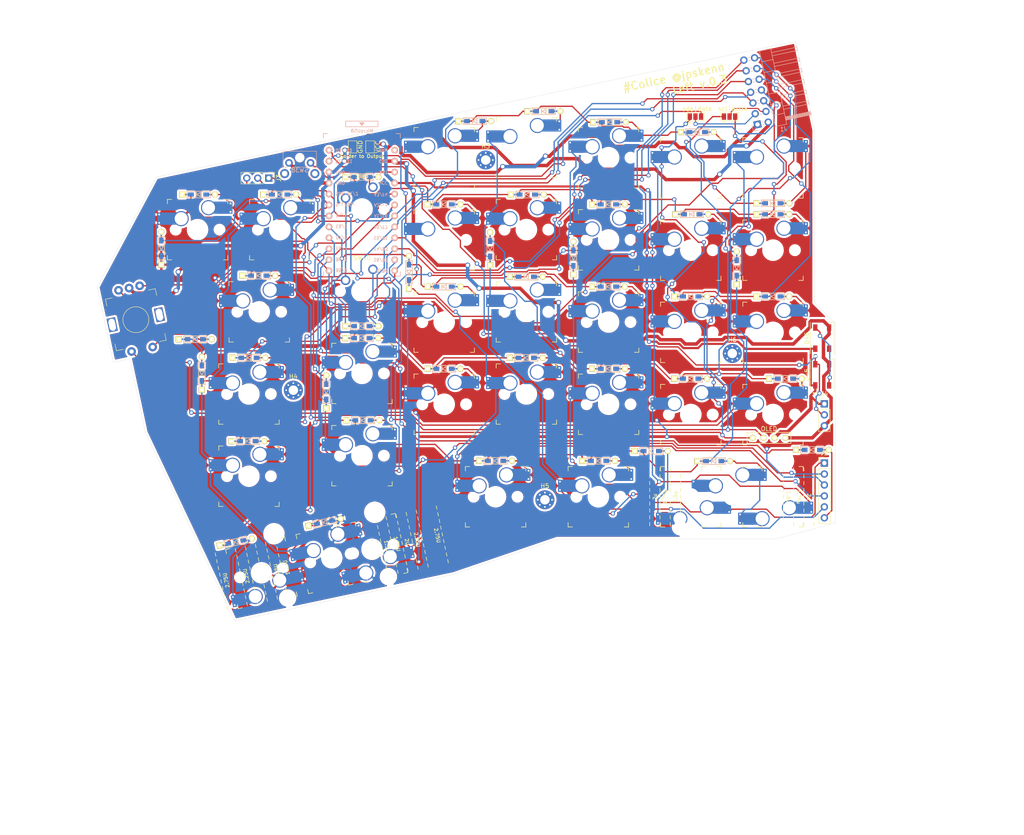
<source format=kicad_pcb>
(kicad_pcb (version 20171130) (host pcbnew "(5.1.5-0-10_14)")
  (layers (0 F.Cu signal) (31 B.Cu signal) (34 B.Paste user) (35 F.Paste user) (36 B.SilkS user) (37 F.SilkS user) (38 B.Mask user) (39 F.Mask user) (44 Edge.Cuts user))
  (net 0 "")
  (net 1 pin6)
  (net 2 pin1)
  (net 3 pin2)
  (net 4 pin3)
  (net 5 pin4)
  (net 6 pin5)
  (net 7 pin7)
  (net 8 "Net-(D9-Pad2)")
  (net 9 "Net-(D11-Pad2)")
  (net 10 "Net-(D12-Pad2)")
  (net 11 pin8)
  (net 12 "Net-(D14-Pad2)")
  (net 13 "Net-(D17-Pad2)")
  (net 14 pin9)
  (net 15 "Net-(D20-Pad2)")
  (net 16 "Net-(D21-Pad2)")
  (net 17 "Net-(D24-Pad2)")
  (net 18 pin10)
  (net 19 "Net-(D26-Pad2)")
  (net 20 "Net-(D27-Pad2)")
  (net 21 "Net-(D29-Pad2)")
  (net 22 "Net-(D30-Pad2)")
  (net 23 "Net-(D32-Pad2)")
  (net 24 "Net-(D35-Pad2)")
  (net 25 "Net-(D36-Pad2)")
  (net 26 "Net-(D38-Pad2)")
  (net 27 "Net-(D41-Pad2)")
  (net 28 "Net-(D42-Pad2)")
  (net 29 "Net-(D44-Pad2)")
  (net 30 "Net-(D45-Pad2)")
  (net 31 "Net-(D46-Pad2)")
  (net 32 data)
  (net 33 led)
  (net 34 VCC)
  (net 35 reset)
  (net 36 "Net-(D5-Pad2)")
  (net 37 "Net-(D6-Pad2)")
  (net 38 "Net-(D7-Pad2)")
  (net 39 "Net-(D19-Pad2)")
  (net 40 "Net-(D25-Pad2)")
  (net 41 "Net-(D31-Pad2)")
  (net 42 "Net-(D37-Pad2)")
  (net 43 "Net-(D43-Pad2)")
  (net 44 "Net-(D3-Pad2)")
  (net 45 "Net-(D34-Pad1)")
  (net 46 encS1)
  (net 47 encS2)
  (net 48 encB)
  (net 49 encA)
  (net 50 "Net-(U1-Pad24)")
  (net 51 5way_common)
  (net 52 pin11)
  (net 53 5way_1)
  (net 54 "Net-(D4-Pad2)")
  (net 55 5way_2)
  (net 56 "Net-(D10-Pad2)")
  (net 57 5way_3)
  (net 58 "Net-(D15-Pad2)")
  (net 59 "Net-(D16-Pad2)")
  (net 60 5way_4)
  (net 61 "Net-(D22-Pad2)")
  (net 62 5way_5)
  (net 63 "Net-(D39-Pad2)")
  (net 64 "Net-(D40-Pad2)")
  (net 65 sda)
  (net 66 extra)
  (net 67 GND)
  (net 68 "Net-(J1-Pad1)")
  (net 69 "Net-(J1-Pad2)")
  (net 70 scl)
  (net 71 data-sda)
  (net 72 extra-scl)
  (module SMK_SU120:RotaryEncoder_Alps_EC11E-Switch_Vertical_H20mm_rev2 (layer F.Cu) (at 30.93212 97.0788 282)
    (fp_text reference SW39)
    (fp_text value Rotary_Encoder_Switch)
    (pad A thru_hole circle (at -7.5 -2.5 282) (size 2 2) (drill 1) (layers *.Cu *.Mask) (net 49 encA))
    (pad C thru_hole circle (at -7.5 0 282) (size 2 2) (drill 1) (layers *.Cu *.Mask) (net 67 GND))
    (pad B thru_hole circle (at -7.5 2.5 282) (size 2 2) (drill 1) (layers *.Cu *.Mask) (net 48 encB))
    (pad MP thru_hole rect (at 0 -5.6 282) (size 3.2 2) (drill oval 2.8 1.5) (layers *.Cu *.Mask))
    (pad MP thru_hole rect (at 0 5.6 282) (size 3.2 2) (drill oval 2.8 1.5) (layers *.Cu *.Mask))
    (pad S2 thru_hole circle (at 7 -2.5 282) (size 2 2) (drill 1) (layers *.Cu *.Mask) (net 47 encS2))
    (pad S1 thru_hole circle (at 7 2.5 282) (size 2 2) (drill 1) (layers *.Cu *.Mask) (net 46 encS1))
  )
  (module SMK_foostan:CherryMX_Hotswap_v2 (layer F.Cu) (at 59.53125 95.2504)
    (fp_text reference SW27)
    (fp_text value SW_Push)
    (pad 2 smd rect (at 5.842 -5.08) (size 4.5 2.8) (layers B.Cu) (net 25 "Net-(D36-Pad2)"))
    (pad 1 smd rect (at -7.085 -2.54) (size 4.5 2.8) (layers B.Cu) (net 45 "Net-(D34-Pad1)"))
    (pad 2 thru_hole circle (at 7.62 -4.118) (size 0.8 0.8) (drill 0.4) (layers *.Cu) (net 25 "Net-(D36-Pad2)"))
    (pad 1 thru_hole circle (at -8.89 -1.578) (size 0.8 0.8) (drill 0.4) (layers *.Cu) (net 45 "Net-(D34-Pad1)"))
    (pad 2 thru_hole circle (at 7.62 -6.042) (size 0.8 0.8) (drill 0.4) (layers *.Cu) (net 25 "Net-(D36-Pad2)"))
    (pad 1 thru_hole circle (at -8.89 -3.502) (size 0.8 0.8) (drill 0.4) (layers *.Cu) (net 45 "Net-(D34-Pad1)"))
    (pad 2 smd rect (at 5.815 -5.08) (size 2.55 2.8) (layers B.Cu B.Paste B.Mask) (net 25 "Net-(D36-Pad2)"))
    (pad 1 smd rect (at -7.085 -2.54) (size 2.55 2.8) (layers B.Cu B.Paste B.Mask) (net 45 "Net-(D34-Pad1)"))
    (pad "" np_thru_hole circle (at 5.08 0 48.0996) (size 1.75 1.75) (drill 1.75) (layers *.Cu *.Mask))
    (pad "" np_thru_hole circle (at -5.08 0 48.0996) (size 1.75 1.75) (drill 1.75) (layers *.Cu *.Mask))
    (pad 1 thru_hole circle (at -3.81 -2.54) (size 3.5 3.5) (drill 3) (layers *.Cu) (net 45 "Net-(D34-Pad1)"))
    (pad "" np_thru_hole circle (at 0 0) (size 3.9878 3.9878) (drill 3.9878) (layers *.Cu *.Mask))
    (pad 2 thru_hole circle (at 2.54 -5.08) (size 3.5 3.5) (drill 3) (layers *.Cu) (net 25 "Net-(D36-Pad2)"))
  )
  (module SMK_foostan:CherryMX_Hotswap_v2 (layer F.Cu) (at 169.06875 138.11308)
    (fp_text reference SW37)
    (fp_text value SW_Push)
    (pad 2 thru_hole circle (at 2.54 -5.08) (size 3.5 3.5) (drill 3) (layers *.Cu) (net 29 "Net-(D44-Pad2)"))
    (pad "" np_thru_hole circle (at 0 0) (size 3.9878 3.9878) (drill 3.9878) (layers *.Cu *.Mask))
    (pad 1 thru_hole circle (at -3.81 -2.54) (size 3.5 3.5) (drill 3) (layers *.Cu) (net 45 "Net-(D34-Pad1)"))
    (pad "" np_thru_hole circle (at -5.08 0 48.0996) (size 1.75 1.75) (drill 1.75) (layers *.Cu *.Mask))
    (pad "" np_thru_hole circle (at 5.08 0 48.0996) (size 1.75 1.75) (drill 1.75) (layers *.Cu *.Mask))
    (pad 1 smd rect (at -7.085 -2.54) (size 2.55 2.8) (layers B.Cu B.Paste B.Mask) (net 45 "Net-(D34-Pad1)"))
    (pad 2 smd rect (at 5.815 -5.08) (size 2.55 2.8) (layers B.Cu B.Paste B.Mask) (net 29 "Net-(D44-Pad2)"))
    (pad 1 thru_hole circle (at -8.89 -3.502) (size 0.8 0.8) (drill 0.4) (layers *.Cu) (net 45 "Net-(D34-Pad1)"))
    (pad 2 thru_hole circle (at 7.62 -6.042) (size 0.8 0.8) (drill 0.4) (layers *.Cu) (net 29 "Net-(D44-Pad2)"))
    (pad 1 thru_hole circle (at -8.89 -1.578) (size 0.8 0.8) (drill 0.4) (layers *.Cu) (net 45 "Net-(D34-Pad1)"))
    (pad 2 thru_hole circle (at 7.62 -4.118) (size 0.8 0.8) (drill 0.4) (layers *.Cu) (net 29 "Net-(D44-Pad2)"))
    (pad 1 smd rect (at -7.085 -2.54) (size 4.5 2.8) (layers B.Cu) (net 45 "Net-(D34-Pad1)"))
    (pad 2 smd rect (at 5.842 -5.08) (size 4.5 2.8) (layers B.Cu) (net 29 "Net-(D44-Pad2)"))
  )
  (module SMK_foostan:CherryMX_Hotswap_v2 (layer F.Cu) (at 159.54375 119.063)
    (fp_text reference SW35)
    (fp_text value SW_Push)
    (pad 2 smd rect (at 5.842 -5.08) (size 4.5 2.8) (layers B.Cu) (net 43 "Net-(D43-Pad2)"))
    (pad 1 smd rect (at -7.085 -2.54) (size 4.5 2.8) (layers B.Cu) (net 45 "Net-(D34-Pad1)"))
    (pad 2 thru_hole circle (at 7.62 -4.118) (size 0.8 0.8) (drill 0.4) (layers *.Cu) (net 43 "Net-(D43-Pad2)"))
    (pad 1 thru_hole circle (at -8.89 -1.578) (size 0.8 0.8) (drill 0.4) (layers *.Cu) (net 45 "Net-(D34-Pad1)"))
    (pad 2 thru_hole circle (at 7.62 -6.042) (size 0.8 0.8) (drill 0.4) (layers *.Cu) (net 43 "Net-(D43-Pad2)"))
    (pad 1 thru_hole circle (at -8.89 -3.502) (size 0.8 0.8) (drill 0.4) (layers *.Cu) (net 45 "Net-(D34-Pad1)"))
    (pad 2 smd rect (at 5.815 -5.08) (size 2.55 2.8) (layers B.Cu B.Paste B.Mask) (net 43 "Net-(D43-Pad2)"))
    (pad 1 smd rect (at -7.085 -2.54) (size 2.55 2.8) (layers B.Cu B.Paste B.Mask) (net 45 "Net-(D34-Pad1)"))
    (pad "" np_thru_hole circle (at 5.08 0 48.0996) (size 1.75 1.75) (drill 1.75) (layers *.Cu *.Mask))
    (pad "" np_thru_hole circle (at -5.08 0 48.0996) (size 1.75 1.75) (drill 1.75) (layers *.Cu *.Mask))
    (pad 1 thru_hole circle (at -3.81 -2.54) (size 3.5 3.5) (drill 3) (layers *.Cu) (net 45 "Net-(D34-Pad1)"))
    (pad "" np_thru_hole circle (at 0 0) (size 3.9878 3.9878) (drill 3.9878) (layers *.Cu *.Mask))
    (pad 2 thru_hole circle (at 2.54 -5.08) (size 3.5 3.5) (drill 3) (layers *.Cu) (net 43 "Net-(D43-Pad2)"))
  )
  (module SMK_foostan:CherryMX_Hotswap_v2 (layer F.Cu) (at 138.1125 138.11308)
    (fp_text reference SW21)
    (fp_text value SW_Push)
    (pad 2 smd rect (at 5.842 -5.08) (size 4.5 2.8) (layers B.Cu) (net 20 "Net-(D27-Pad2)"))
    (pad 1 smd rect (at -7.085 -2.54) (size 4.5 2.8) (layers B.Cu) (net 62 5way_5))
    (pad 2 thru_hole circle (at 7.62 -4.118) (size 0.8 0.8) (drill 0.4) (layers *.Cu) (net 20 "Net-(D27-Pad2)"))
    (pad 1 thru_hole circle (at -8.89 -1.578) (size 0.8 0.8) (drill 0.4) (layers *.Cu) (net 62 5way_5))
    (pad 2 thru_hole circle (at 7.62 -6.042) (size 0.8 0.8) (drill 0.4) (layers *.Cu) (net 20 "Net-(D27-Pad2)"))
    (pad 1 thru_hole circle (at -8.89 -3.502) (size 0.8 0.8) (drill 0.4) (layers *.Cu) (net 62 5way_5))
    (pad 2 smd rect (at 5.815 -5.08) (size 2.55 2.8) (layers B.Cu B.Paste B.Mask) (net 20 "Net-(D27-Pad2)"))
    (pad 1 smd rect (at -7.085 -2.54) (size 2.55 2.8) (layers B.Cu B.Paste B.Mask) (net 62 5way_5))
    (pad "" np_thru_hole circle (at 5.08 0 48.0996) (size 1.75 1.75) (drill 1.75) (layers *.Cu *.Mask))
    (pad "" np_thru_hole circle (at -5.08 0 48.0996) (size 1.75 1.75) (drill 1.75) (layers *.Cu *.Mask))
    (pad 1 thru_hole circle (at -3.81 -2.54) (size 3.5 3.5) (drill 3) (layers *.Cu) (net 62 5way_5))
    (pad "" np_thru_hole circle (at 0 0) (size 3.9878 3.9878) (drill 3.9878) (layers *.Cu *.Mask))
    (pad 2 thru_hole circle (at 2.54 -5.08) (size 3.5 3.5) (drill 3) (layers *.Cu) (net 20 "Net-(D27-Pad2)"))
  )
  (module SMK_SU120:D3_TH_SMD (layer F.Cu) (at 109.474 51.054)
    (fp_text reference D19 hide)
    (fp_text value D hide)
    (pad 1 smd rect (at -1.775 0) (size 1.3 0.95) (layers F.Cu F.Paste F.Mask) (net 1 pin6))
    (pad 2 smd rect (at 1.775 0) (size 1.3 0.95) (layers B.Cu B.Paste B.Mask) (net 39 "Net-(D19-Pad2)"))
    (pad 1 smd rect (at -1.775 0) (size 1.3 0.95) (layers B.Cu B.Paste B.Mask) (net 1 pin6))
    (pad 1 thru_hole rect (at -3.81 0) (size 1.397 1.397) (drill 0.8128) (layers *.Cu *.Mask F.SilkS) (net 1 pin6))
    (pad 2 thru_hole circle (at 3.81 0) (size 1.397 1.397) (drill 0.8128) (layers *.Cu *.Mask F.SilkS) (net 39 "Net-(D19-Pad2)"))
    (pad 2 smd rect (at 1.775 0) (size 1.3 0.95) (layers F.Cu F.Paste F.Mask) (net 39 "Net-(D19-Pad2)"))
  )
  (module SMK_SU120:D3_TH_SMD (layer F.Cu) (at 164.846 129.8448)
    (fp_text reference D44 hide)
    (fp_text value D hide)
    (pad 2 smd rect (at 1.775 0) (size 1.3 0.95) (layers F.Cu F.Paste F.Mask) (net 29 "Net-(D44-Pad2)"))
    (pad 2 thru_hole circle (at 3.81 0) (size 1.397 1.397) (drill 0.8128) (layers *.Cu *.Mask F.SilkS) (net 29 "Net-(D44-Pad2)"))
    (pad 1 thru_hole rect (at -3.81 0) (size 1.397 1.397) (drill 0.8128) (layers *.Cu *.Mask F.SilkS) (net 18 pin10))
    (pad 1 smd rect (at -1.775 0) (size 1.3 0.95) (layers B.Cu B.Paste B.Mask) (net 18 pin10))
    (pad 2 smd rect (at 1.775 0) (size 1.3 0.95) (layers B.Cu B.Paste B.Mask) (net 29 "Net-(D44-Pad2)"))
    (pad 1 smd rect (at -1.775 0) (size 1.3 0.95) (layers F.Cu F.Paste F.Mask) (net 18 pin10))
  )
  (module SMK_foostan:CherryMX_Hotswap_v2 (layer F.Cu) (at 159.54375 80.96284)
    (fp_text reference SW33)
    (fp_text value SW_Push)
    (pad 2 smd rect (at 5.842 -5.08) (size 4.5 2.8) (layers B.Cu) (net 27 "Net-(D41-Pad2)"))
    (pad 1 smd rect (at -7.085 -2.54) (size 4.5 2.8) (layers B.Cu) (net 45 "Net-(D34-Pad1)"))
    (pad 2 thru_hole circle (at 7.62 -4.118) (size 0.8 0.8) (drill 0.4) (layers *.Cu) (net 27 "Net-(D41-Pad2)"))
    (pad 1 thru_hole circle (at -8.89 -1.578) (size 0.8 0.8) (drill 0.4) (layers *.Cu) (net 45 "Net-(D34-Pad1)"))
    (pad 2 thru_hole circle (at 7.62 -6.042) (size 0.8 0.8) (drill 0.4) (layers *.Cu) (net 27 "Net-(D41-Pad2)"))
    (pad 1 thru_hole circle (at -8.89 -3.502) (size 0.8 0.8) (drill 0.4) (layers *.Cu) (net 45 "Net-(D34-Pad1)"))
    (pad 2 smd rect (at 5.815 -5.08) (size 2.55 2.8) (layers B.Cu B.Paste B.Mask) (net 27 "Net-(D41-Pad2)"))
    (pad 1 smd rect (at -7.085 -2.54) (size 2.55 2.8) (layers B.Cu B.Paste B.Mask) (net 45 "Net-(D34-Pad1)"))
    (pad "" np_thru_hole circle (at 5.08 0 48.0996) (size 1.75 1.75) (drill 1.75) (layers *.Cu *.Mask))
    (pad "" np_thru_hole circle (at -5.08 0 48.0996) (size 1.75 1.75) (drill 1.75) (layers *.Cu *.Mask))
    (pad 1 thru_hole circle (at -3.81 -2.54) (size 3.5 3.5) (drill 3) (layers *.Cu) (net 45 "Net-(D34-Pad1)"))
    (pad "" np_thru_hole circle (at 0 0) (size 3.9878 3.9878) (drill 3.9878) (layers *.Cu *.Mask))
    (pad 2 thru_hole circle (at 2.54 -5.08) (size 3.5 3.5) (drill 3) (layers *.Cu) (net 27 "Net-(D41-Pad2)"))
  )
  (module SMK_foostan:CherryMX_Hotswap_v2 (layer F.Cu) (at 83.34375 128.58804)
    (fp_text reference SW9)
    (fp_text value SW_Push)
    (pad 2 thru_hole circle (at 2.54 -5.08) (size 3.5 3.5) (drill 3) (layers *.Cu) (net 10 "Net-(D12-Pad2)"))
    (pad "" np_thru_hole circle (at 0 0) (size 3.9878 3.9878) (drill 3.9878) (layers *.Cu *.Mask))
    (pad 1 thru_hole circle (at -3.81 -2.54) (size 3.5 3.5) (drill 3) (layers *.Cu) (net 55 5way_2))
    (pad "" np_thru_hole circle (at -5.08 0 48.0996) (size 1.75 1.75) (drill 1.75) (layers *.Cu *.Mask))
    (pad "" np_thru_hole circle (at 5.08 0 48.0996) (size 1.75 1.75) (drill 1.75) (layers *.Cu *.Mask))
    (pad 1 smd rect (at -7.085 -2.54) (size 2.55 2.8) (layers B.Cu B.Paste B.Mask) (net 55 5way_2))
    (pad 2 smd rect (at 5.815 -5.08) (size 2.55 2.8) (layers B.Cu B.Paste B.Mask) (net 10 "Net-(D12-Pad2)"))
    (pad 1 thru_hole circle (at -8.89 -3.502) (size 0.8 0.8) (drill 0.4) (layers *.Cu) (net 55 5way_2))
    (pad 2 thru_hole circle (at 7.62 -6.042) (size 0.8 0.8) (drill 0.4) (layers *.Cu) (net 10 "Net-(D12-Pad2)"))
    (pad 1 thru_hole circle (at -8.89 -1.578) (size 0.8 0.8) (drill 0.4) (layers *.Cu) (net 55 5way_2))
    (pad 2 thru_hole circle (at 7.62 -4.118) (size 0.8 0.8) (drill 0.4) (layers *.Cu) (net 10 "Net-(D12-Pad2)"))
    (pad 1 smd rect (at -7.085 -2.54) (size 4.5 2.8) (layers B.Cu) (net 55 5way_2))
    (pad 2 smd rect (at 5.842 -5.08) (size 4.5 2.8) (layers B.Cu) (net 10 "Net-(D12-Pad2)"))
  )
  (module SMK_foostan:CherryMX_Hotswap_v2 (layer F.Cu) (at 57.15 133.35056)
    (fp_text reference SW29)
    (fp_text value SW_Push)
    (pad 2 smd rect (at 5.842 -5.08) (size 4.5 2.8) (layers B.Cu) (net 26 "Net-(D38-Pad2)"))
    (pad 1 smd rect (at -7.085 -2.54) (size 4.5 2.8) (layers B.Cu) (net 45 "Net-(D34-Pad1)"))
    (pad 2 thru_hole circle (at 7.62 -4.118) (size 0.8 0.8) (drill 0.4) (layers *.Cu) (net 26 "Net-(D38-Pad2)"))
    (pad 1 thru_hole circle (at -8.89 -1.578) (size 0.8 0.8) (drill 0.4) (layers *.Cu) (net 45 "Net-(D34-Pad1)"))
    (pad 2 thru_hole circle (at 7.62 -6.042) (size 0.8 0.8) (drill 0.4) (layers *.Cu) (net 26 "Net-(D38-Pad2)"))
    (pad 1 thru_hole circle (at -8.89 -3.502) (size 0.8 0.8) (drill 0.4) (layers *.Cu) (net 45 "Net-(D34-Pad1)"))
    (pad 2 smd rect (at 5.815 -5.08) (size 2.55 2.8) (layers B.Cu B.Paste B.Mask) (net 26 "Net-(D38-Pad2)"))
    (pad 1 smd rect (at -7.085 -2.54) (size 2.55 2.8) (layers B.Cu B.Paste B.Mask) (net 45 "Net-(D34-Pad1)"))
    (pad "" np_thru_hole circle (at 5.08 0 48.0996) (size 1.75 1.75) (drill 1.75) (layers *.Cu *.Mask))
    (pad "" np_thru_hole circle (at -5.08 0 48.0996) (size 1.75 1.75) (drill 1.75) (layers *.Cu *.Mask))
    (pad 1 thru_hole circle (at -3.81 -2.54) (size 3.5 3.5) (drill 3) (layers *.Cu) (net 45 "Net-(D34-Pad1)"))
    (pad "" np_thru_hole circle (at 0 0) (size 3.9878 3.9878) (drill 3.9878) (layers *.Cu *.Mask))
    (pad 2 thru_hole circle (at 2.54 -5.08) (size 3.5 3.5) (drill 3) (layers *.Cu) (net 26 "Net-(D38-Pad2)"))
  )
  (module SMK_hsgw:SW_Cherry_MX1A_1.00u_PCB (layer F.Cu) (at 83.34375 71.4378)
    (fp_text reference SW6 (at 0 -7.7) (layer F.SilkS))
    (fp_text value SW_Push hide)
    (pad "" np_thru_hole circle (at 5.08 0) (size 1.7 1.7) (drill 1.7) (layers *.Cu *.Mask))
    (pad "" np_thru_hole circle (at -5.08 0) (size 1.7 1.7) (drill 1.7) (layers *.Cu *.Mask))
    (pad "" np_thru_hole circle (at 0 0) (size 4 4) (drill 4) (layers *.Cu *.Mask))
    (pad 1 thru_hole circle (at -3.81 -2.54) (size 2.2 2.2) (drill 1.5) (layers *.Cu *.Mask) (net 55 5way_2))
    (pad 2 thru_hole circle (at 2.54 -5.08) (size 2.2 2.2) (drill 1.5) (layers *.Cu *.Mask) (net 8 "Net-(D9-Pad2)"))
  )
  (module SMK_foostan:CherryMX_Hotswap_v2 (layer F.Cu) (at 76.338628 152.26972 12)
    (fp_text reference SW31)
    (fp_text value SW_Push)
    (pad 2 thru_hole circle (at 2.54 -5.08 12) (size 3.5 3.5) (drill 3) (layers *.Cu) (net 63 "Net-(D39-Pad2)"))
    (pad "" np_thru_hole circle (at 0 0 12) (size 3.9878 3.9878) (drill 3.9878) (layers *.Cu *.Mask))
    (pad 1 thru_hole circle (at -3.81 -2.54 12) (size 3.5 3.5) (drill 3) (layers *.Cu) (net 45 "Net-(D34-Pad1)"))
    (pad "" np_thru_hole circle (at -5.08 0 60.0996) (size 1.75 1.75) (drill 1.75) (layers *.Cu *.Mask))
    (pad "" np_thru_hole circle (at 5.08 0 60.0996) (size 1.75 1.75) (drill 1.75) (layers *.Cu *.Mask))
    (pad 1 smd rect (at -7.084999 -2.54 12) (size 2.55 2.8) (layers B.Cu B.Paste B.Mask) (net 45 "Net-(D34-Pad1)"))
    (pad 2 smd rect (at 5.815 -5.08 12) (size 2.55 2.8) (layers B.Cu B.Paste B.Mask) (net 63 "Net-(D39-Pad2)"))
    (pad 1 thru_hole circle (at -8.89 -3.502 12) (size 0.8 0.8) (drill 0.4) (layers *.Cu) (net 45 "Net-(D34-Pad1)"))
    (pad 2 thru_hole circle (at 7.62 -6.042 12) (size 0.8 0.8) (drill 0.4) (layers *.Cu) (net 63 "Net-(D39-Pad2)"))
    (pad 1 thru_hole circle (at -8.89 -1.578 12) (size 0.8 0.8) (drill 0.4) (layers *.Cu) (net 45 "Net-(D34-Pad1)"))
    (pad 2 thru_hole circle (at 7.62 -4.118 12) (size 0.8 0.8) (drill 0.4) (layers *.Cu) (net 63 "Net-(D39-Pad2)"))
    (pad 1 smd rect (at -7.085 -2.54 12) (size 4.5 2.8) (layers B.Cu) (net 45 "Net-(D34-Pad1)"))
    (pad 2 smd rect (at 5.842 -5.08 12) (size 4.5 2.8) (layers B.Cu) (net 63 "Net-(D39-Pad2)"))
  )
  (module SMK_foostan:CherryMX_Hotswap_v2 (layer F.Cu) (at 85.655484 150.289362 192)
    (fp_text reference SW30)
    (fp_text value SW_Push)
    (pad 2 thru_hole circle (at 2.54 -5.08 192) (size 3.5 3.5) (drill 3) (layers *.Cu) (net 63 "Net-(D39-Pad2)"))
    (pad "" np_thru_hole circle (at 0 0 192) (size 3.9878 3.9878) (drill 3.9878) (layers *.Cu *.Mask))
    (pad 1 thru_hole circle (at -3.81 -2.54 192) (size 3.5 3.5) (drill 3) (layers *.Cu) (net 45 "Net-(D34-Pad1)"))
    (pad "" np_thru_hole circle (at -5.08 0 240.0996) (size 1.75 1.75) (drill 1.75) (layers *.Cu *.Mask))
    (pad "" np_thru_hole circle (at 5.08 0 240.0996) (size 1.75 1.75) (drill 1.75) (layers *.Cu *.Mask))
    (pad 1 smd rect (at -7.084999 -2.54 192) (size 2.55 2.8) (layers B.Cu B.Paste B.Mask) (net 45 "Net-(D34-Pad1)"))
    (pad 2 smd rect (at 5.815 -5.08 192) (size 2.55 2.8) (layers B.Cu B.Paste B.Mask) (net 63 "Net-(D39-Pad2)"))
    (pad 1 thru_hole circle (at -8.89 -3.502 192) (size 0.8 0.8) (drill 0.4) (layers *.Cu) (net 45 "Net-(D34-Pad1)"))
    (pad 2 thru_hole circle (at 7.62 -6.042 192) (size 0.8 0.8) (drill 0.4) (layers *.Cu) (net 63 "Net-(D39-Pad2)"))
    (pad 1 thru_hole circle (at -8.89 -1.578 192) (size 0.8 0.8) (drill 0.4) (layers *.Cu) (net 45 "Net-(D34-Pad1)"))
    (pad 2 thru_hole circle (at 7.62 -4.118 192) (size 0.8 0.8) (drill 0.4) (layers *.Cu) (net 63 "Net-(D39-Pad2)"))
    (pad 1 smd rect (at -7.085 -2.54 192) (size 4.5 2.8) (layers B.Cu) (net 45 "Net-(D34-Pad1)"))
    (pad 2 smd rect (at 5.842 -5.08 192) (size 4.5 2.8) (layers B.Cu) (net 63 "Net-(D39-Pad2)"))
  )
  (module SMK_foostan:CherryMX_Hotswap_v2 (layer F.Cu) (at 60.03413 155.735348 192)
    (fp_text reference SW13)
    (fp_text value SW_Push)
    (pad 2 thru_hole circle (at 2.54 -5.08 192) (size 3.5 3.5) (drill 3) (layers *.Cu) (net 13 "Net-(D17-Pad2)"))
    (pad "" np_thru_hole circle (at 0 0 192) (size 3.9878 3.9878) (drill 3.9878) (layers *.Cu *.Mask))
    (pad 1 thru_hole circle (at -3.81 -2.54 192) (size 3.5 3.5) (drill 3) (layers *.Cu) (net 57 5way_3))
    (pad "" np_thru_hole circle (at -5.08 0 240.0996) (size 1.75 1.75) (drill 1.75) (layers *.Cu *.Mask))
    (pad "" np_thru_hole circle (at 5.08 0 240.0996) (size 1.75 1.75) (drill 1.75) (layers *.Cu *.Mask))
    (pad 1 smd rect (at -7.084999 -2.54 192) (size 2.55 2.8) (layers B.Cu B.Paste B.Mask) (net 57 5way_3))
    (pad 2 smd rect (at 5.815 -5.08 192) (size 2.55 2.8) (layers B.Cu B.Paste B.Mask) (net 13 "Net-(D17-Pad2)"))
    (pad 1 thru_hole circle (at -8.89 -3.502 192) (size 0.8 0.8) (drill 0.4) (layers *.Cu) (net 57 5way_3))
    (pad 2 thru_hole circle (at 7.62 -6.042 192) (size 0.8 0.8) (drill 0.4) (layers *.Cu) (net 13 "Net-(D17-Pad2)"))
    (pad 1 thru_hole circle (at -8.89 -1.578 192) (size 0.8 0.8) (drill 0.4) (layers *.Cu) (net 57 5way_3))
    (pad 2 thru_hole circle (at 7.62 -4.118 192) (size 0.8 0.8) (drill 0.4) (layers *.Cu) (net 13 "Net-(D17-Pad2)"))
    (pad 1 smd rect (at -7.085 -2.54 192) (size 4.5 2.8) (layers B.Cu) (net 57 5way_3))
    (pad 2 smd rect (at 5.842 -5.08 192) (size 4.5 2.8) (layers B.Cu) (net 13 "Net-(D17-Pad2)"))
  )
  (module SMK_SU120:CherryMX_MidHeight_Choc_Hotswap_2.75U_Outline (layer F.Cu) (at 76.338628 152.26972 192)
    (fp_text reference H2 hide)
    (fp_text value MountingHole hide)
    (fp_text user 1.25U (at 10.715625 0 102 unlocked) (layer F.SilkS) (effects (font (size 0.8 0.8))))
    (fp_text user 1.75U (at 15.478125 0 102 unlocked) (layer F.SilkS) (effects (font (size 0.8 0.8))))
    (fp_text user 1.5U (at 13.096875 0 102 unlocked) (layer F.SilkS) (effects (font (size 0.8 0.8))))
    (fp_text user 2U (at 17.859375 0 102 unlocked) (layer F.SilkS) (effects (font (size 0.8 0.8))))
    (fp_text user 2.25U (at 20.240625 0 102 unlocked) (layer F.SilkS) (effects (font (size 0.8 0.8))))
    (fp_text user 2.75U (at 25.003125 0 102 unlocked) (layer F.SilkS) (effects (font (size 0.8 0.8))))
    (fp_text user 1.25U (at -10.715625 0 282 unlocked) (layer F.SilkS) (effects (font (size 0.8 0.8))))
    (fp_text user 1.5U (at -13.096875 0 282 unlocked) (layer F.SilkS) (effects (font (size 0.8 0.8))))
    (fp_text user 1.75U (at -15.478125 0 282 unlocked) (layer F.SilkS) (effects (font (size 0.8 0.8))))
    (fp_text user 2U (at -17.859375 0 282 unlocked) (layer F.SilkS) (effects (font (size 0.8 0.8))))
    (fp_text user 2.25U (at -20.240625 0 282 unlocked) (layer F.SilkS) (effects (font (size 0.8 0.8))))
    (fp_text user 2.75U (at -25.003125 0 282 unlocked) (layer F.SilkS) (effects (font (size 0.8 0.8))))
    (pad "" np_thru_hole circle (at -11.938 -6.985 192) (size 3.048 3.048) (drill 3.048) (layers *.Cu *.Mask))
    (pad "" np_thru_hole circle (at 11.938 -6.985 192) (size 3.048 3.048) (drill 3.048) (layers *.Cu *.Mask))
    (pad "" np_thru_hole circle (at -11.938 8.255 192) (size 3.9878 3.9878) (drill 3.9878) (layers *.Cu *.Mask))
    (pad "" np_thru_hole circle (at 11.938 8.255 192) (size 3.9878 3.9878) (drill 3.9878) (layers *.Cu *.Mask))
  )
  (module LED_SMD:LED_WS2812B_PLCC4_5.0x5.0mm_P3.2mm (layer F.Cu) (at 189.992 109.855 90)
    (fp_text reference D45 (at 0 -3.5 90) (layer F.SilkS))
    (fp_text value WS2812B)
    (fp_text user 1 (at -4.15 -1.6 90) (layer F.SilkS))
    (pad 3 smd rect (at 2.45 1.6 90) (size 1.5 1) (layers F.Cu F.Paste F.Mask) (net 67 GND))
    (pad 4 smd rect (at 2.45 -1.6 90) (size 1.5 1) (layers F.Cu F.Paste F.Mask) (net 33 led))
    (pad 2 smd rect (at -2.45 1.6 90) (size 1.5 1) (layers F.Cu F.Paste F.Mask) (net 30 "Net-(D45-Pad2)"))
    (pad 1 smd rect (at -2.45 -1.6 90) (size 1.5 1) (layers F.Cu F.Paste F.Mask) (net 34 VCC))
  )
  (module LED_SMD:LED_WS2812B_PLCC4_5.0x5.0mm_P3.2mm (layer F.Cu) (at 189.992 101.346 90)
    (fp_text reference D46 (at 0 -3.5 90) (layer F.SilkS))
    (fp_text value WS2812B)
    (fp_text user 1 (at -4.15 -1.6 90) (layer F.SilkS))
    (pad 1 smd rect (at -2.45 -1.6 90) (size 1.5 1) (layers F.Cu F.Paste F.Mask) (net 34 VCC))
    (pad 2 smd rect (at -2.45 1.6 90) (size 1.5 1) (layers F.Cu F.Paste F.Mask) (net 31 "Net-(D46-Pad2)"))
    (pad 4 smd rect (at 2.45 -1.6 90) (size 1.5 1) (layers F.Cu F.Paste F.Mask) (net 30 "Net-(D45-Pad2)"))
    (pad 3 smd rect (at 2.45 1.6 90) (size 1.5 1) (layers F.Cu F.Paste F.Mask) (net 67 GND))
  )
  (module MountingHole:MountingHole_2.2mm_M2_Pad_Via (layer F.Cu) (at 112.014 60.071)
    (fp_text reference H3 (at 0 -3.2) (layer F.SilkS))
    (fp_text value MountingHole)
    (pad 1 thru_hole circle (at 0 0) (size 4.4 4.4) (drill 2.2) (layers *.Cu *.Mask))
    (pad 1 thru_hole circle (at 1.65 0) (size 0.7 0.7) (drill 0.4) (layers *.Cu *.Mask))
    (pad 1 thru_hole circle (at 1.166726 1.166726) (size 0.7 0.7) (drill 0.4) (layers *.Cu *.Mask))
    (pad 1 thru_hole circle (at 0 1.65) (size 0.7 0.7) (drill 0.4) (layers *.Cu *.Mask))
    (pad 1 thru_hole circle (at -1.166726 1.166726) (size 0.7 0.7) (drill 0.4) (layers *.Cu *.Mask))
    (pad 1 thru_hole circle (at -1.65 0) (size 0.7 0.7) (drill 0.4) (layers *.Cu *.Mask))
    (pad 1 thru_hole circle (at -1.166726 -1.166726) (size 0.7 0.7) (drill 0.4) (layers *.Cu *.Mask))
    (pad 1 thru_hole circle (at 0 -1.65) (size 0.7 0.7) (drill 0.4) (layers *.Cu *.Mask))
    (pad 1 thru_hole circle (at 1.166726 -1.166726) (size 0.7 0.7) (drill 0.4) (layers *.Cu *.Mask))
  )
  (module MountingHole:MountingHole_2.2mm_M2_Pad_Via (layer F.Cu) (at 67.437 113.411)
    (fp_text reference H4 (at 0 -3.2) (layer F.SilkS))
    (fp_text value MountingHole)
    (pad 1 thru_hole circle (at 1.166726 -1.166726) (size 0.7 0.7) (drill 0.4) (layers *.Cu *.Mask))
    (pad 1 thru_hole circle (at 0 -1.65) (size 0.7 0.7) (drill 0.4) (layers *.Cu *.Mask))
    (pad 1 thru_hole circle (at -1.166726 -1.166726) (size 0.7 0.7) (drill 0.4) (layers *.Cu *.Mask))
    (pad 1 thru_hole circle (at -1.65 0) (size 0.7 0.7) (drill 0.4) (layers *.Cu *.Mask))
    (pad 1 thru_hole circle (at -1.166726 1.166726) (size 0.7 0.7) (drill 0.4) (layers *.Cu *.Mask))
    (pad 1 thru_hole circle (at 0 1.65) (size 0.7 0.7) (drill 0.4) (layers *.Cu *.Mask))
    (pad 1 thru_hole circle (at 1.166726 1.166726) (size 0.7 0.7) (drill 0.4) (layers *.Cu *.Mask))
    (pad 1 thru_hole circle (at 1.65 0) (size 0.7 0.7) (drill 0.4) (layers *.Cu *.Mask))
    (pad 1 thru_hole circle (at 0 0) (size 4.4 4.4) (drill 2.2) (layers *.Cu *.Mask))
  )
  (module MountingHole:MountingHole_2.2mm_M2_Pad_Via (layer F.Cu) (at 125.73 138.811)
    (fp_text reference H5 (at 0 -3.2) (layer F.SilkS))
    (fp_text value MountingHole)
    (pad 1 thru_hole circle (at 0 0) (size 4.4 4.4) (drill 2.2) (layers *.Cu *.Mask))
    (pad 1 thru_hole circle (at 1.65 0) (size 0.7 0.7) (drill 0.4) (layers *.Cu *.Mask))
    (pad 1 thru_hole circle (at 1.166726 1.166726) (size 0.7 0.7) (drill 0.4) (layers *.Cu *.Mask))
    (pad 1 thru_hole circle (at 0 1.65) (size 0.7 0.7) (drill 0.4) (layers *.Cu *.Mask))
    (pad 1 thru_hole circle (at -1.166726 1.166726) (size 0.7 0.7) (drill 0.4) (layers *.Cu *.Mask))
    (pad 1 thru_hole circle (at -1.65 0) (size 0.7 0.7) (drill 0.4) (layers *.Cu *.Mask))
    (pad 1 thru_hole circle (at -1.166726 -1.166726) (size 0.7 0.7) (drill 0.4) (layers *.Cu *.Mask))
    (pad 1 thru_hole circle (at 0 -1.65) (size 0.7 0.7) (drill 0.4) (layers *.Cu *.Mask))
    (pad 1 thru_hole circle (at 1.166726 -1.166726) (size 0.7 0.7) (drill 0.4) (layers *.Cu *.Mask))
  )
  (module MountingHole:MountingHole_2.2mm_M2_Pad_Via (layer F.Cu) (at 169.164 104.902)
    (fp_text reference H6 (at 0 -3.2) (layer F.SilkS))
    (fp_text value MountingHole)
    (pad 1 thru_hole circle (at 0 0) (size 4.4 4.4) (drill 2.2) (layers *.Cu *.Mask))
    (pad 1 thru_hole circle (at 1.65 0) (size 0.7 0.7) (drill 0.4) (layers *.Cu *.Mask))
    (pad 1 thru_hole circle (at 1.166726 1.166726) (size 0.7 0.7) (drill 0.4) (layers *.Cu *.Mask))
    (pad 1 thru_hole circle (at 0 1.65) (size 0.7 0.7) (drill 0.4) (layers *.Cu *.Mask))
    (pad 1 thru_hole circle (at -1.166726 1.166726) (size 0.7 0.7) (drill 0.4) (layers *.Cu *.Mask))
    (pad 1 thru_hole circle (at -1.65 0) (size 0.7 0.7) (drill 0.4) (layers *.Cu *.Mask))
    (pad 1 thru_hole circle (at -1.166726 -1.166726) (size 0.7 0.7) (drill 0.4) (layers *.Cu *.Mask))
    (pad 1 thru_hole circle (at 0 -1.65) (size 0.7 0.7) (drill 0.4) (layers *.Cu *.Mask))
    (pad 1 thru_hole circle (at 1.166726 -1.166726) (size 0.7 0.7) (drill 0.4) (layers *.Cu *.Mask))
  )
  (module SMK_keebio:SW_Tactile_SPST_Angled_MJTP1117 (layer B.Cu) (at 71.4248 60.7314 180)
    (fp_text reference SW38 (at 2.5 -1.68) (layer B.SilkS) (effects (justify mirror)))
    (fp_text value SW_Push)
    (pad "" np_thru_hole circle (at 2.5 1.21 180) (size 1.2 1.2) (drill 1.2) (layers *.Cu *.Mask))
    (pad "" thru_hole circle (at -1 -2.49 180) (size 2.1 2.1) (drill 1.3) (layers *.Cu *.Mask))
    (pad 1 thru_hole circle (at 0 0 180) (size 1.75 1.75) (drill 0.99) (layers *.Cu *.Mask) (net 35 reset))
    (pad 2 thru_hole circle (at 5 0 180) (size 1.75 1.75) (drill 0.99) (layers *.Cu *.Mask) (net 67 GND))
    (pad "" thru_hole circle (at 6.01 -2.49 180) (size 2.1 2.1) (drill 1.3) (layers *.Cu *.Mask))
  )
  (module Connector_PinHeader_2.54mm:PinHeader_1x06_P2.54mm_Vertical (layer F.Cu) (at 190.5 130.302)
    (fp_text reference J2 (at 0 -2.33) (layer F.SilkS))
    (fp_text value Conn_01x06)
    (pad 1 thru_hole rect (at 0 0) (size 1.7 1.7) (drill 1) (layers *.Cu *.Mask) (net 53 5way_1))
    (pad 2 thru_hole oval (at 0 2.54) (size 1.7 1.7) (drill 1) (layers *.Cu *.Mask) (net 55 5way_2))
    (pad 3 thru_hole oval (at 0 5.08) (size 1.7 1.7) (drill 1) (layers *.Cu *.Mask) (net 57 5way_3))
    (pad 4 thru_hole oval (at 0 7.62) (size 1.7 1.7) (drill 1) (layers *.Cu *.Mask) (net 60 5way_4))
    (pad 5 thru_hole oval (at 0 10.16) (size 1.7 1.7) (drill 1) (layers *.Cu *.Mask) (net 62 5way_5))
    (pad 6 thru_hole oval (at 0 12.7) (size 1.7 1.7) (drill 1) (layers *.Cu *.Mask) (net 51 5way_common))
  )
  (module SMK_SU120:CherryMX_MidHeight_Choc_Hotswap_2U_Outline (layer F.Cu) (at 169.06875 138.11308 180)
    (fp_text reference H1 hide)
    (fp_text value MountingHole hide)
    (fp_text user 1.25u (at 10.715625 0 90 unlocked) (layer F.SilkS) (effects (font (size 0.8 0.8))))
    (fp_text user 1.75u (at 15.478125 0 90 unlocked) (layer F.SilkS) (effects (font (size 0.8 0.8))))
    (fp_text user 1.5u (at 13.096875 0 90 unlocked) (layer F.SilkS) (effects (font (size 0.8 0.8))))
    (fp_text user 2u (at 17.859375 0 90 unlocked) (layer F.SilkS) (effects (font (size 0.8 0.8))))
    (fp_text user 1.25u (at -10.715625 0 270 unlocked) (layer F.SilkS) (effects (font (size 0.8 0.8))))
    (fp_text user 1.5u (at -13.096875 0 270 unlocked) (layer F.SilkS) (effects (font (size 0.8 0.8))))
    (fp_text user 1.75u (at -15.478125 0 270 unlocked) (layer F.SilkS) (effects (font (size 0.8 0.8))))
    (fp_text user 2u (at -17.859375 0 270 unlocked) (layer F.SilkS) (effects (font (size 0.8 0.8))))
    (pad "" np_thru_hole circle (at -11.938 -6.985 180) (size 3.048 3.048) (drill 3.048) (layers *.Cu *.Mask))
    (pad "" np_thru_hole circle (at 11.938 -6.985 180) (size 3.048 3.048) (drill 3.048) (layers *.Cu *.Mask))
    (pad "" np_thru_hole circle (at -11.938 8.255 180) (size 3.9878 3.9878) (drill 3.9878) (layers *.Cu *.Mask))
    (pad "" np_thru_hole circle (at 11.938 8.255 180) (size 3.9878 3.9878) (drill 3.9878) (layers *.Cu *.Mask))
  )
  (module SMK_SU120:D3_TH_SMD (layer F.Cu) (at 187.706 127.254)
    (fp_text reference D1 hide)
    (fp_text value D hide)
    (pad 2 smd rect (at 1.775 0) (size 1.3 0.95) (layers F.Cu F.Paste F.Mask) (net 51 5way_common))
    (pad 2 thru_hole circle (at 3.81 0) (size 1.397 1.397) (drill 0.8128) (layers *.Cu *.Mask F.SilkS) (net 51 5way_common))
    (pad 1 thru_hole rect (at -3.81 0) (size 1.397 1.397) (drill 0.8128) (layers *.Cu *.Mask F.SilkS) (net 52 pin11))
    (pad 1 smd rect (at -1.775 0) (size 1.3 0.95) (layers B.Cu B.Paste B.Mask) (net 52 pin11))
    (pad 2 smd rect (at 1.775 0) (size 1.3 0.95) (layers B.Cu B.Paste B.Mask) (net 51 5way_common))
    (pad 1 smd rect (at -1.775 0) (size 1.3 0.95) (layers F.Cu F.Paste F.Mask) (net 52 pin11))
  )
  (module SMK_SU120:D3_TH_SMD (layer F.Cu) (at 132.334 82.804 90)
    (fp_text reference D2 hide)
    (fp_text value D hide)
    (pad 1 smd rect (at -1.775 0 90) (size 1.3 0.95) (layers F.Cu F.Paste F.Mask) (net 53 5way_1))
    (pad 2 smd rect (at 1.775 0 90) (size 1.3 0.95) (layers B.Cu B.Paste B.Mask) (net 6 pin5))
    (pad 1 smd rect (at -1.775 0 90) (size 1.3 0.95) (layers B.Cu B.Paste B.Mask) (net 53 5way_1))
    (pad 1 thru_hole rect (at -3.81 0 90) (size 1.397 1.397) (drill 0.8128) (layers *.Cu *.Mask F.SilkS) (net 53 5way_1))
    (pad 2 thru_hole circle (at 3.81 0 90) (size 1.397 1.397) (drill 0.8128) (layers *.Cu *.Mask F.SilkS) (net 6 pin5))
    (pad 2 smd rect (at 1.775 0 90) (size 1.3 0.95) (layers F.Cu F.Paste F.Mask) (net 6 pin5))
  )
  (module SMK_SU120:D3_TH_SMD (layer F.Cu) (at 140.716 51.308)
    (fp_text reference D3 hide)
    (fp_text value D hide)
    (pad 1 smd rect (at -1.775 0) (size 1.3 0.95) (layers F.Cu F.Paste F.Mask) (net 1 pin6))
    (pad 2 smd rect (at 1.775 0) (size 1.3 0.95) (layers B.Cu B.Paste B.Mask) (net 44 "Net-(D3-Pad2)"))
    (pad 1 smd rect (at -1.775 0) (size 1.3 0.95) (layers B.Cu B.Paste B.Mask) (net 1 pin6))
    (pad 1 thru_hole rect (at -3.81 0) (size 1.397 1.397) (drill 0.8128) (layers *.Cu *.Mask F.SilkS) (net 1 pin6))
    (pad 2 thru_hole circle (at 3.81 0) (size 1.397 1.397) (drill 0.8128) (layers *.Cu *.Mask F.SilkS) (net 44 "Net-(D3-Pad2)"))
    (pad 2 smd rect (at 1.775 0) (size 1.3 0.95) (layers F.Cu F.Paste F.Mask) (net 44 "Net-(D3-Pad2)"))
  )
  (module SMK_SU120:D3_TH_SMD (layer F.Cu) (at 140.462 70.358)
    (fp_text reference D4 hide)
    (fp_text value D hide)
    (pad 1 smd rect (at -1.775 0) (size 1.3 0.95) (layers F.Cu F.Paste F.Mask) (net 7 pin7))
    (pad 2 smd rect (at 1.775 0) (size 1.3 0.95) (layers B.Cu B.Paste B.Mask) (net 54 "Net-(D4-Pad2)"))
    (pad 1 smd rect (at -1.775 0) (size 1.3 0.95) (layers B.Cu B.Paste B.Mask) (net 7 pin7))
    (pad 1 thru_hole rect (at -3.81 0) (size 1.397 1.397) (drill 0.8128) (layers *.Cu *.Mask F.SilkS) (net 7 pin7))
    (pad 2 thru_hole circle (at 3.81 0) (size 1.397 1.397) (drill 0.8128) (layers *.Cu *.Mask F.SilkS) (net 54 "Net-(D4-Pad2)"))
    (pad 2 smd rect (at 1.775 0) (size 1.3 0.95) (layers F.Cu F.Paste F.Mask) (net 54 "Net-(D4-Pad2)"))
  )
  (module SMK_SU120:D3_TH_SMD (layer F.Cu) (at 140.462 89.408)
    (fp_text reference D5 hide)
    (fp_text value D hide)
    (pad 1 smd rect (at -1.775 0) (size 1.3 0.95) (layers F.Cu F.Paste F.Mask) (net 11 pin8))
    (pad 2 smd rect (at 1.775 0) (size 1.3 0.95) (layers B.Cu B.Paste B.Mask) (net 36 "Net-(D5-Pad2)"))
    (pad 1 smd rect (at -1.775 0) (size 1.3 0.95) (layers B.Cu B.Paste B.Mask) (net 11 pin8))
    (pad 1 thru_hole rect (at -3.81 0) (size 1.397 1.397) (drill 0.8128) (layers *.Cu *.Mask F.SilkS) (net 11 pin8))
    (pad 2 thru_hole circle (at 3.81 0) (size 1.397 1.397) (drill 0.8128) (layers *.Cu *.Mask F.SilkS) (net 36 "Net-(D5-Pad2)"))
    (pad 2 smd rect (at 1.775 0) (size 1.3 0.95) (layers F.Cu F.Paste F.Mask) (net 36 "Net-(D5-Pad2)"))
  )
  (module SMK_SU120:D3_TH_SMD (layer F.Cu) (at 140.462 108.458)
    (fp_text reference D6 hide)
    (fp_text value D hide)
    (pad 2 smd rect (at 1.775 0) (size 1.3 0.95) (layers F.Cu F.Paste F.Mask) (net 37 "Net-(D6-Pad2)"))
    (pad 2 thru_hole circle (at 3.81 0) (size 1.397 1.397) (drill 0.8128) (layers *.Cu *.Mask F.SilkS) (net 37 "Net-(D6-Pad2)"))
    (pad 1 thru_hole rect (at -3.81 0) (size 1.397 1.397) (drill 0.8128) (layers *.Cu *.Mask F.SilkS) (net 14 pin9))
    (pad 1 smd rect (at -1.775 0) (size 1.3 0.95) (layers B.Cu B.Paste B.Mask) (net 14 pin9))
    (pad 2 smd rect (at 1.775 0) (size 1.3 0.95) (layers B.Cu B.Paste B.Mask) (net 37 "Net-(D6-Pad2)"))
    (pad 1 smd rect (at -1.775 0) (size 1.3 0.95) (layers F.Cu F.Paste F.Mask) (net 14 pin9))
  )
  (module SMK_SU120:D3_TH_SMD (layer F.Cu) (at 150.368 127.508)
    (fp_text reference D7 hide)
    (fp_text value D hide)
    (pad 2 smd rect (at 1.775 0) (size 1.3 0.95) (layers F.Cu F.Paste F.Mask) (net 38 "Net-(D7-Pad2)"))
    (pad 2 thru_hole circle (at 3.81 0) (size 1.397 1.397) (drill 0.8128) (layers *.Cu *.Mask F.SilkS) (net 38 "Net-(D7-Pad2)"))
    (pad 1 thru_hole rect (at -3.81 0) (size 1.397 1.397) (drill 0.8128) (layers *.Cu *.Mask F.SilkS) (net 18 pin10))
    (pad 1 smd rect (at -1.775 0) (size 1.3 0.95) (layers B.Cu B.Paste B.Mask) (net 18 pin10))
    (pad 2 smd rect (at 1.775 0) (size 1.3 0.95) (layers B.Cu B.Paste B.Mask) (net 38 "Net-(D7-Pad2)"))
    (pad 1 smd rect (at -1.775 0) (size 1.3 0.95) (layers F.Cu F.Paste F.Mask) (net 18 pin10))
  )
  (module SMK_SU120:D3_TH_SMD (layer F.Cu) (at 75.057 113.792 90)
    (fp_text reference D8 hide)
    (fp_text value D hide)
    (pad 1 smd rect (at -1.775 0 90) (size 1.3 0.95) (layers F.Cu F.Paste F.Mask) (net 55 5way_2))
    (pad 2 smd rect (at 1.775 0 90) (size 1.3 0.95) (layers B.Cu B.Paste B.Mask) (net 1 pin6))
    (pad 1 smd rect (at -1.775 0 90) (size 1.3 0.95) (layers B.Cu B.Paste B.Mask) (net 55 5way_2))
    (pad 1 thru_hole rect (at -3.81 0 90) (size 1.397 1.397) (drill 0.8128) (layers *.Cu *.Mask F.SilkS) (net 55 5way_2))
    (pad 2 thru_hole circle (at 3.81 0 90) (size 1.397 1.397) (drill 0.8128) (layers *.Cu *.Mask F.SilkS) (net 1 pin6))
    (pad 2 smd rect (at 1.775 0 90) (size 1.3 0.95) (layers F.Cu F.Paste F.Mask) (net 1 pin6))
  )
  (module SMK_SU120:D3_TH_SMD (layer F.Cu) (at 83.312 64.008)
    (fp_text reference D9 hide)
    (fp_text value D hide)
    (pad 2 smd rect (at 1.775 0) (size 1.3 0.95) (layers F.Cu F.Paste F.Mask) (net 8 "Net-(D9-Pad2)"))
    (pad 2 thru_hole circle (at 3.81 0) (size 1.397 1.397) (drill 0.8128) (layers *.Cu *.Mask F.SilkS) (net 8 "Net-(D9-Pad2)"))
    (pad 1 thru_hole rect (at -3.81 0) (size 1.397 1.397) (drill 0.8128) (layers *.Cu *.Mask F.SilkS) (net 7 pin7))
    (pad 1 smd rect (at -1.775 0) (size 1.3 0.95) (layers B.Cu B.Paste B.Mask) (net 7 pin7))
    (pad 2 smd rect (at 1.775 0) (size 1.3 0.95) (layers B.Cu B.Paste B.Mask) (net 8 "Net-(D9-Pad2)"))
    (pad 1 smd rect (at -1.775 0) (size 1.3 0.95) (layers F.Cu F.Paste F.Mask) (net 7 pin7))
  )
  (module SMK_SU120:D3_TH_SMD (layer F.Cu) (at 83.312 98.552)
    (fp_text reference D10 hide)
    (fp_text value D hide)
    (pad 2 smd rect (at 1.775 0) (size 1.3 0.95) (layers F.Cu F.Paste F.Mask) (net 56 "Net-(D10-Pad2)"))
    (pad 2 thru_hole circle (at 3.81 0) (size 1.397 1.397) (drill 0.8128) (layers *.Cu *.Mask F.SilkS) (net 56 "Net-(D10-Pad2)"))
    (pad 1 thru_hole rect (at -3.81 0) (size 1.397 1.397) (drill 0.8128) (layers *.Cu *.Mask F.SilkS) (net 11 pin8))
    (pad 1 smd rect (at -1.775 0) (size 1.3 0.95) (layers B.Cu B.Paste B.Mask) (net 11 pin8))
    (pad 2 smd rect (at 1.775 0) (size 1.3 0.95) (layers B.Cu B.Paste B.Mask) (net 56 "Net-(D10-Pad2)"))
    (pad 1 smd rect (at -1.775 0) (size 1.3 0.95) (layers F.Cu F.Paste F.Mask) (net 11 pin8))
  )
  (module SMK_SU120:D3_TH_SMD (layer F.Cu) (at 83.312 101.346)
    (fp_text reference D11 hide)
    (fp_text value D hide)
    (pad 2 smd rect (at 1.775 0) (size 1.3 0.95) (layers F.Cu F.Paste F.Mask) (net 9 "Net-(D11-Pad2)"))
    (pad 2 thru_hole circle (at 3.81 0) (size 1.397 1.397) (drill 0.8128) (layers *.Cu *.Mask F.SilkS) (net 9 "Net-(D11-Pad2)"))
    (pad 1 thru_hole rect (at -3.81 0) (size 1.397 1.397) (drill 0.8128) (layers *.Cu *.Mask F.SilkS) (net 14 pin9))
    (pad 1 smd rect (at -1.775 0) (size 1.3 0.95) (layers B.Cu B.Paste B.Mask) (net 14 pin9))
    (pad 2 smd rect (at 1.775 0) (size 1.3 0.95) (layers B.Cu B.Paste B.Mask) (net 9 "Net-(D11-Pad2)"))
    (pad 1 smd rect (at -1.775 0) (size 1.3 0.95) (layers F.Cu F.Paste F.Mask) (net 14 pin9))
  )
  (module SMK_SU120:D3_TH_SMD (layer F.Cu) (at 83.566 120.396)
    (fp_text reference D12 hide)
    (fp_text value D hide)
    (pad 2 smd rect (at 1.775 0) (size 1.3 0.95) (layers F.Cu F.Paste F.Mask) (net 10 "Net-(D12-Pad2)"))
    (pad 2 thru_hole circle (at 3.81 0) (size 1.397 1.397) (drill 0.8128) (layers *.Cu *.Mask F.SilkS) (net 10 "Net-(D12-Pad2)"))
    (pad 1 thru_hole rect (at -3.81 0) (size 1.397 1.397) (drill 0.8128) (layers *.Cu *.Mask F.SilkS) (net 18 pin10))
    (pad 1 smd rect (at -1.775 0) (size 1.3 0.95) (layers B.Cu B.Paste B.Mask) (net 18 pin10))
    (pad 2 smd rect (at 1.775 0) (size 1.3 0.95) (layers B.Cu B.Paste B.Mask) (net 10 "Net-(D12-Pad2)"))
    (pad 1 smd rect (at -1.775 0) (size 1.3 0.95) (layers F.Cu F.Paste F.Mask) (net 18 pin10))
  )
  (module SMK_SU120:D3_TH_SMD (layer F.Cu) (at 36.83 80.518 90)
    (fp_text reference D13 hide)
    (fp_text value D hide)
    (pad 1 smd rect (at -1.775 0 90) (size 1.3 0.95) (layers F.Cu F.Paste F.Mask) (net 57 5way_3))
    (pad 2 smd rect (at 1.775 0 90) (size 1.3 0.95) (layers B.Cu B.Paste B.Mask) (net 7 pin7))
    (pad 1 smd rect (at -1.775 0 90) (size 1.3 0.95) (layers B.Cu B.Paste B.Mask) (net 57 5way_3))
    (pad 1 thru_hole rect (at -3.81 0 90) (size 1.397 1.397) (drill 0.8128) (layers *.Cu *.Mask F.SilkS) (net 57 5way_3))
    (pad 2 thru_hole circle (at 3.81 0 90) (size 1.397 1.397) (drill 0.8128) (layers *.Cu *.Mask F.SilkS) (net 7 pin7))
    (pad 2 smd rect (at 1.775 0 90) (size 1.3 0.95) (layers F.Cu F.Paste F.Mask) (net 7 pin7))
  )
  (module SMK_SU120:D3_TH_SMD (layer F.Cu) (at 45.466 68.072)
    (fp_text reference D14 hide)
    (fp_text value D hide)
    (pad 2 smd rect (at 1.775 0) (size 1.3 0.95) (layers F.Cu F.Paste F.Mask) (net 12 "Net-(D14-Pad2)"))
    (pad 2 thru_hole circle (at 3.81 0) (size 1.397 1.397) (drill 0.8128) (layers *.Cu *.Mask F.SilkS) (net 12 "Net-(D14-Pad2)"))
    (pad 1 thru_hole rect (at -3.81 0) (size 1.397 1.397) (drill 0.8128) (layers *.Cu *.Mask F.SilkS) (net 1 pin6))
    (pad 1 smd rect (at -1.775 0) (size 1.3 0.95) (layers B.Cu B.Paste B.Mask) (net 1 pin6))
    (pad 2 smd rect (at 1.775 0) (size 1.3 0.95) (layers B.Cu B.Paste B.Mask) (net 12 "Net-(D14-Pad2)"))
    (pad 1 smd rect (at -1.775 0) (size 1.3 0.95) (layers F.Cu F.Paste F.Mask) (net 1 pin6))
  )
  (module SMK_SU120:D3_TH_SMD (layer F.Cu) (at 102.362 89.408)
    (fp_text reference D15 hide)
    (fp_text value D hide)
    (pad 2 smd rect (at 1.775 0) (size 1.3 0.95) (layers F.Cu F.Paste F.Mask) (net 58 "Net-(D15-Pad2)"))
    (pad 2 thru_hole circle (at 3.81 0) (size 1.397 1.397) (drill 0.8128) (layers *.Cu *.Mask F.SilkS) (net 58 "Net-(D15-Pad2)"))
    (pad 1 thru_hole rect (at -3.81 0) (size 1.397 1.397) (drill 0.8128) (layers *.Cu *.Mask F.SilkS) (net 11 pin8))
    (pad 1 smd rect (at -1.775 0) (size 1.3 0.95) (layers B.Cu B.Paste B.Mask) (net 11 pin8))
    (pad 2 smd rect (at 1.775 0) (size 1.3 0.95) (layers B.Cu B.Paste B.Mask) (net 58 "Net-(D15-Pad2)"))
    (pad 1 smd rect (at -1.775 0) (size 1.3 0.95) (layers F.Cu F.Paste F.Mask) (net 11 pin8))
  )
  (module SMK_SU120:D3_TH_SMD (layer F.Cu) (at 102.362 108.458)
    (fp_text reference D16 hide)
    (fp_text value D hide)
    (pad 2 smd rect (at 1.775 0) (size 1.3 0.95) (layers F.Cu F.Paste F.Mask) (net 59 "Net-(D16-Pad2)"))
    (pad 2 thru_hole circle (at 3.81 0) (size 1.397 1.397) (drill 0.8128) (layers *.Cu *.Mask F.SilkS) (net 59 "Net-(D16-Pad2)"))
    (pad 1 thru_hole rect (at -3.81 0) (size 1.397 1.397) (drill 0.8128) (layers *.Cu *.Mask F.SilkS) (net 14 pin9))
    (pad 1 smd rect (at -1.775 0) (size 1.3 0.95) (layers B.Cu B.Paste B.Mask) (net 14 pin9))
    (pad 2 smd rect (at 1.775 0) (size 1.3 0.95) (layers B.Cu B.Paste B.Mask) (net 59 "Net-(D16-Pad2)"))
    (pad 1 smd rect (at -1.775 0) (size 1.3 0.95) (layers F.Cu F.Paste F.Mask) (net 14 pin9))
  )
  (module SMK_SU120:D3_TH_SMD (layer F.Cu) (at 54.102 148.59 12)
    (fp_text reference D17 hide)
    (fp_text value D hide)
    (pad 2 smd rect (at 1.775 0 12) (size 1.3 0.95) (layers F.Cu F.Paste F.Mask) (net 13 "Net-(D17-Pad2)"))
    (pad 2 thru_hole circle (at 3.81 0 12) (size 1.397 1.397) (drill 0.8128) (layers *.Cu *.Mask F.SilkS) (net 13 "Net-(D17-Pad2)"))
    (pad 1 thru_hole rect (at -3.81 0 12) (size 1.397 1.397) (drill 0.8128) (layers *.Cu *.Mask F.SilkS) (net 18 pin10))
    (pad 1 smd rect (at -1.775 0 12) (size 1.3 0.95) (layers B.Cu B.Paste B.Mask) (net 18 pin10))
    (pad 2 smd rect (at 1.775 0 12) (size 1.3 0.95) (layers B.Cu B.Paste B.Mask) (net 13 "Net-(D17-Pad2)"))
    (pad 1 smd rect (at -1.775 0 12) (size 1.3 0.95) (layers F.Cu F.Paste F.Mask) (net 18 pin10))
  )
  (module SMK_SU120:D3_TH_SMD (layer F.Cu) (at 94.234 86.106 90)
    (fp_text reference D18 hide)
    (fp_text value D hide)
    (pad 1 smd rect (at -1.775 0 90) (size 1.3 0.95) (layers F.Cu F.Paste F.Mask) (net 60 5way_4))
    (pad 2 smd rect (at 1.775 0 90) (size 1.3 0.95) (layers B.Cu B.Paste B.Mask) (net 11 pin8))
    (pad 1 smd rect (at -1.775 0 90) (size 1.3 0.95) (layers B.Cu B.Paste B.Mask) (net 60 5way_4))
    (pad 1 thru_hole rect (at -3.81 0 90) (size 1.397 1.397) (drill 0.8128) (layers *.Cu *.Mask F.SilkS) (net 60 5way_4))
    (pad 2 thru_hole circle (at 3.81 0 90) (size 1.397 1.397) (drill 0.8128) (layers *.Cu *.Mask F.SilkS) (net 11 pin8))
    (pad 2 smd rect (at 1.775 0 90) (size 1.3 0.95) (layers F.Cu F.Paste F.Mask) (net 11 pin8))
  )
  (module SMK_SU120:D3_TH_SMD (layer F.Cu) (at 102.362 70.358)
    (fp_text reference D20 hide)
    (fp_text value D hide)
    (pad 1 smd rect (at -1.775 0) (size 1.3 0.95) (layers F.Cu F.Paste F.Mask) (net 7 pin7))
    (pad 2 smd rect (at 1.775 0) (size 1.3 0.95) (layers B.Cu B.Paste B.Mask) (net 15 "Net-(D20-Pad2)"))
    (pad 1 smd rect (at -1.775 0) (size 1.3 0.95) (layers B.Cu B.Paste B.Mask) (net 7 pin7))
    (pad 1 thru_hole rect (at -3.81 0) (size 1.397 1.397) (drill 0.8128) (layers *.Cu *.Mask F.SilkS) (net 7 pin7))
    (pad 2 thru_hole circle (at 3.81 0) (size 1.397 1.397) (drill 0.8128) (layers *.Cu *.Mask F.SilkS) (net 15 "Net-(D20-Pad2)"))
    (pad 2 smd rect (at 1.775 0) (size 1.3 0.95) (layers F.Cu F.Paste F.Mask) (net 15 "Net-(D20-Pad2)"))
  )
  (module SMK_SU120:D3_TH_SMD (layer F.Cu) (at 121.412 105.918)
    (fp_text reference D21 hide)
    (fp_text value D hide)
    (pad 1 smd rect (at -1.775 0) (size 1.3 0.95) (layers F.Cu F.Paste F.Mask) (net 14 pin9))
    (pad 2 smd rect (at 1.775 0) (size 1.3 0.95) (layers B.Cu B.Paste B.Mask) (net 16 "Net-(D21-Pad2)"))
    (pad 1 smd rect (at -1.775 0) (size 1.3 0.95) (layers B.Cu B.Paste B.Mask) (net 14 pin9))
    (pad 1 thru_hole rect (at -3.81 0) (size 1.397 1.397) (drill 0.8128) (layers *.Cu *.Mask F.SilkS) (net 14 pin9))
    (pad 2 thru_hole circle (at 3.81 0) (size 1.397 1.397) (drill 0.8128) (layers *.Cu *.Mask F.SilkS) (net 16 "Net-(D21-Pad2)"))
    (pad 2 smd rect (at 1.775 0) (size 1.3 0.95) (layers F.Cu F.Paste F.Mask) (net 16 "Net-(D21-Pad2)"))
  )
  (module SMK_SU120:D3_TH_SMD (layer F.Cu) (at 114.3 129.794)
    (fp_text reference D22 hide)
    (fp_text value D hide)
    (pad 1 smd rect (at -1.775 0) (size 1.3 0.95) (layers F.Cu F.Paste F.Mask) (net 18 pin10))
    (pad 2 smd rect (at 1.775 0) (size 1.3 0.95) (layers B.Cu B.Paste B.Mask) (net 61 "Net-(D22-Pad2)"))
    (pad 1 smd rect (at -1.775 0) (size 1.3 0.95) (layers B.Cu B.Paste B.Mask) (net 18 pin10))
    (pad 1 thru_hole rect (at -3.81 0) (size 1.397 1.397) (drill 0.8128) (layers *.Cu *.Mask F.SilkS) (net 18 pin10))
    (pad 2 thru_hole circle (at 3.81 0) (size 1.397 1.397) (drill 0.8128) (layers *.Cu *.Mask F.SilkS) (net 61 "Net-(D22-Pad2)"))
    (pad 2 smd rect (at 1.775 0) (size 1.3 0.95) (layers F.Cu F.Paste F.Mask) (net 61 "Net-(D22-Pad2)"))
  )
  (module SMK_SU120:D3_TH_SMD (layer F.Cu) (at 113.03 80.645 90)
    (fp_text reference D23 hide)
    (fp_text value D hide)
    (pad 1 smd rect (at -1.775 0 90) (size 1.3 0.95) (layers F.Cu F.Paste F.Mask) (net 62 5way_5))
    (pad 2 smd rect (at 1.775 0 90) (size 1.3 0.95) (layers B.Cu B.Paste B.Mask) (net 14 pin9))
    (pad 1 smd rect (at -1.775 0 90) (size 1.3 0.95) (layers B.Cu B.Paste B.Mask) (net 62 5way_5))
    (pad 1 thru_hole rect (at -3.81 0 90) (size 1.397 1.397) (drill 0.8128) (layers *.Cu *.Mask F.SilkS) (net 62 5way_5))
    (pad 2 thru_hole circle (at 3.81 0 90) (size 1.397 1.397) (drill 0.8128) (layers *.Cu *.Mask F.SilkS) (net 14 pin9))
    (pad 2 smd rect (at 1.775 0 90) (size 1.3 0.95) (layers F.Cu F.Paste F.Mask) (net 14 pin9))
  )
  (module SMK_SU120:D3_TH_SMD (layer F.Cu) (at 125.476 48.768)
    (fp_text reference D24 hide)
    (fp_text value D hide)
    (pad 1 smd rect (at -1.775 0) (size 1.3 0.95) (layers F.Cu F.Paste F.Mask) (net 1 pin6))
    (pad 2 smd rect (at 1.775 0) (size 1.3 0.95) (layers B.Cu B.Paste B.Mask) (net 17 "Net-(D24-Pad2)"))
    (pad 1 smd rect (at -1.775 0) (size 1.3 0.95) (layers B.Cu B.Paste B.Mask) (net 1 pin6))
    (pad 1 thru_hole rect (at -3.81 0) (size 1.397 1.397) (drill 0.8128) (layers *.Cu *.Mask F.SilkS) (net 1 pin6))
    (pad 2 thru_hole circle (at 3.81 0) (size 1.397 1.397) (drill 0.8128) (layers *.Cu *.Mask F.SilkS) (net 17 "Net-(D24-Pad2)"))
    (pad 2 smd rect (at 1.775 0) (size 1.3 0.95) (layers F.Cu F.Paste F.Mask) (net 17 "Net-(D24-Pad2)"))
  )
  (module SMK_SU120:D3_TH_SMD (layer F.Cu) (at 121.666 68.072)
    (fp_text reference D25 hide)
    (fp_text value D hide)
    (pad 1 smd rect (at -1.775 0) (size 1.3 0.95) (layers F.Cu F.Paste F.Mask) (net 7 pin7))
    (pad 2 smd rect (at 1.775 0) (size 1.3 0.95) (layers B.Cu B.Paste B.Mask) (net 40 "Net-(D25-Pad2)"))
    (pad 1 smd rect (at -1.775 0) (size 1.3 0.95) (layers B.Cu B.Paste B.Mask) (net 7 pin7))
    (pad 1 thru_hole rect (at -3.81 0) (size 1.397 1.397) (drill 0.8128) (layers *.Cu *.Mask F.SilkS) (net 7 pin7))
    (pad 2 thru_hole circle (at 3.81 0) (size 1.397 1.397) (drill 0.8128) (layers *.Cu *.Mask F.SilkS) (net 40 "Net-(D25-Pad2)"))
    (pad 2 smd rect (at 1.775 0) (size 1.3 0.95) (layers F.Cu F.Paste F.Mask) (net 40 "Net-(D25-Pad2)"))
  )
  (module SMK_SU120:D3_TH_SMD (layer F.Cu) (at 121.412 87.122)
    (fp_text reference D26 hide)
    (fp_text value D hide)
    (pad 1 smd rect (at -1.775 0) (size 1.3 0.95) (layers F.Cu F.Paste F.Mask) (net 11 pin8))
    (pad 2 smd rect (at 1.775 0) (size 1.3 0.95) (layers B.Cu B.Paste B.Mask) (net 19 "Net-(D26-Pad2)"))
    (pad 1 smd rect (at -1.775 0) (size 1.3 0.95) (layers B.Cu B.Paste B.Mask) (net 11 pin8))
    (pad 1 thru_hole rect (at -3.81 0) (size 1.397 1.397) (drill 0.8128) (layers *.Cu *.Mask F.SilkS) (net 11 pin8))
    (pad 2 thru_hole circle (at 3.81 0) (size 1.397 1.397) (drill 0.8128) (layers *.Cu *.Mask F.SilkS) (net 19 "Net-(D26-Pad2)"))
    (pad 2 smd rect (at 1.775 0) (size 1.3 0.95) (layers F.Cu F.Paste F.Mask) (net 19 "Net-(D26-Pad2)"))
  )
  (module SMK_SU120:D3_TH_SMD (layer F.Cu) (at 138.176 129.794)
    (fp_text reference D27 hide)
    (fp_text value D hide)
    (pad 1 smd rect (at -1.775 0) (size 1.3 0.95) (layers F.Cu F.Paste F.Mask) (net 18 pin10))
    (pad 2 smd rect (at 1.775 0) (size 1.3 0.95) (layers B.Cu B.Paste B.Mask) (net 20 "Net-(D27-Pad2)"))
    (pad 1 smd rect (at -1.775 0) (size 1.3 0.95) (layers B.Cu B.Paste B.Mask) (net 18 pin10))
    (pad 1 thru_hole rect (at -3.81 0) (size 1.397 1.397) (drill 0.8128) (layers *.Cu *.Mask F.SilkS) (net 18 pin10))
    (pad 2 thru_hole circle (at 3.81 0) (size 1.397 1.397) (drill 0.8128) (layers *.Cu *.Mask F.SilkS) (net 20 "Net-(D27-Pad2)"))
    (pad 2 smd rect (at 1.775 0) (size 1.3 0.95) (layers F.Cu F.Paste F.Mask) (net 20 "Net-(D27-Pad2)"))
  )
  (module SMK_SU120:D3_TH_SMD (layer F.Cu) (at 170.18 85.09 90)
    (fp_text reference D28 hide)
    (fp_text value D hide)
    (pad 2 smd rect (at 1.775 0 90) (size 1.3 0.95) (layers F.Cu F.Paste F.Mask) (net 18 pin10))
    (pad 2 thru_hole circle (at 3.81 0 90) (size 1.397 1.397) (drill 0.8128) (layers *.Cu *.Mask F.SilkS) (net 18 pin10))
    (pad 1 thru_hole rect (at -3.81 0 90) (size 1.397 1.397) (drill 0.8128) (layers *.Cu *.Mask F.SilkS) (net 46 encS1))
    (pad 1 smd rect (at -1.775 0 90) (size 1.3 0.95) (layers B.Cu B.Paste B.Mask) (net 46 encS1))
    (pad 2 smd rect (at 1.775 0 90) (size 1.3 0.95) (layers B.Cu B.Paste B.Mask) (net 18 pin10))
    (pad 1 smd rect (at -1.775 0 90) (size 1.3 0.95) (layers F.Cu F.Paste F.Mask) (net 46 encS1))
  )
  (module SMK_SU120:D3_TH_SMD (layer F.Cu) (at 178.562 70.104)
    (fp_text reference D29 hide)
    (fp_text value D hide)
    (pad 1 smd rect (at -1.775 0) (size 1.3 0.95) (layers F.Cu F.Paste F.Mask) (net 1 pin6))
    (pad 2 smd rect (at 1.775 0) (size 1.3 0.95) (layers B.Cu B.Paste B.Mask) (net 21 "Net-(D29-Pad2)"))
    (pad 1 smd rect (at -1.775 0) (size 1.3 0.95) (layers B.Cu B.Paste B.Mask) (net 1 pin6))
    (pad 1 thru_hole rect (at -3.81 0) (size 1.397 1.397) (drill 0.8128) (layers *.Cu *.Mask F.SilkS) (net 1 pin6))
    (pad 2 thru_hole circle (at 3.81 0) (size 1.397 1.397) (drill 0.8128) (layers *.Cu *.Mask F.SilkS) (net 21 "Net-(D29-Pad2)"))
    (pad 2 smd rect (at 1.775 0) (size 1.3 0.95) (layers F.Cu F.Paste F.Mask) (net 21 "Net-(D29-Pad2)"))
  )
  (module SMK_SU120:D3_TH_SMD (layer F.Cu) (at 178.562 72.644)
    (fp_text reference D30 hide)
    (fp_text value D hide)
    (pad 1 smd rect (at -1.775 0) (size 1.3 0.95) (layers F.Cu F.Paste F.Mask) (net 7 pin7))
    (pad 2 smd rect (at 1.775 0) (size 1.3 0.95) (layers B.Cu B.Paste B.Mask) (net 22 "Net-(D30-Pad2)"))
    (pad 1 smd rect (at -1.775 0) (size 1.3 0.95) (layers B.Cu B.Paste B.Mask) (net 7 pin7))
    (pad 1 thru_hole rect (at -3.81 0) (size 1.397 1.397) (drill 0.8128) (layers *.Cu *.Mask F.SilkS) (net 7 pin7))
    (pad 2 thru_hole circle (at 3.81 0) (size 1.397 1.397) (drill 0.8128) (layers *.Cu *.Mask F.SilkS) (net 22 "Net-(D30-Pad2)"))
    (pad 2 smd rect (at 1.775 0) (size 1.3 0.95) (layers F.Cu F.Paste F.Mask) (net 22 "Net-(D30-Pad2)"))
  )
  (module SMK_SU120:D3_TH_SMD (layer F.Cu) (at 178.562 91.694)
    (fp_text reference D31 hide)
    (fp_text value D hide)
    (pad 1 smd rect (at -1.775 0) (size 1.3 0.95) (layers F.Cu F.Paste F.Mask) (net 11 pin8))
    (pad 2 smd rect (at 1.775 0) (size 1.3 0.95) (layers B.Cu B.Paste B.Mask) (net 41 "Net-(D31-Pad2)"))
    (pad 1 smd rect (at -1.775 0) (size 1.3 0.95) (layers B.Cu B.Paste B.Mask) (net 11 pin8))
    (pad 1 thru_hole rect (at -3.81 0) (size 1.397 1.397) (drill 0.8128) (layers *.Cu *.Mask F.SilkS) (net 11 pin8))
    (pad 2 thru_hole circle (at 3.81 0) (size 1.397 1.397) (drill 0.8128) (layers *.Cu *.Mask F.SilkS) (net 41 "Net-(D31-Pad2)"))
    (pad 2 smd rect (at 1.775 0) (size 1.3 0.95) (layers F.Cu F.Paste F.Mask) (net 41 "Net-(D31-Pad2)"))
  )
  (module SMK_SU120:D3_TH_SMD (layer F.Cu) (at 181.483 110.744)
    (fp_text reference D32 hide)
    (fp_text value D hide)
    (pad 1 smd rect (at -1.775 0) (size 1.3 0.95) (layers F.Cu F.Paste F.Mask) (net 14 pin9))
    (pad 2 smd rect (at 1.775 0) (size 1.3 0.95) (layers B.Cu B.Paste B.Mask) (net 23 "Net-(D32-Pad2)"))
    (pad 1 smd rect (at -1.775 0) (size 1.3 0.95) (layers B.Cu B.Paste B.Mask) (net 14 pin9))
    (pad 1 thru_hole rect (at -3.81 0) (size 1.397 1.397) (drill 0.8128) (layers *.Cu *.Mask F.SilkS) (net 14 pin9))
    (pad 2 thru_hole circle (at 3.81 0) (size 1.397 1.397) (drill 0.8128) (layers *.Cu *.Mask F.SilkS) (net 23 "Net-(D32-Pad2)"))
    (pad 2 smd rect (at 1.775 0) (size 1.3 0.95) (layers F.Cu F.Paste F.Mask) (net 23 "Net-(D32-Pad2)"))
  )
  (module SMK_SU120:D3_TH_SMD (layer F.Cu) (at 44.704 101.6)
    (fp_text reference D33 hide)
    (fp_text value D hide)
    (pad 2 smd rect (at 1.775 0) (size 1.3 0.95) (layers F.Cu F.Paste F.Mask) (net 47 encS2))
    (pad 2 thru_hole circle (at 3.81 0) (size 1.397 1.397) (drill 0.8128) (layers *.Cu *.Mask F.SilkS) (net 47 encS2))
    (pad 1 thru_hole rect (at -3.81 0) (size 1.397 1.397) (drill 0.8128) (layers *.Cu *.Mask F.SilkS) (net 52 pin11))
    (pad 1 smd rect (at -1.775 0) (size 1.3 0.95) (layers B.Cu B.Paste B.Mask) (net 52 pin11))
    (pad 2 smd rect (at 1.775 0) (size 1.3 0.95) (layers B.Cu B.Paste B.Mask) (net 47 encS2))
    (pad 1 smd rect (at -1.775 0) (size 1.3 0.95) (layers F.Cu F.Paste F.Mask) (net 52 pin11))
  )
  (module SMK_SU120:D3_TH_SMD (layer F.Cu) (at 46.228 109.474 90)
    (fp_text reference D34 hide)
    (fp_text value D hide)
    (pad 1 smd rect (at -1.775 0 90) (size 1.3 0.95) (layers F.Cu F.Paste F.Mask) (net 45 "Net-(D34-Pad1)"))
    (pad 2 smd rect (at 1.775 0 90) (size 1.3 0.95) (layers B.Cu B.Paste B.Mask) (net 52 pin11))
    (pad 1 smd rect (at -1.775 0 90) (size 1.3 0.95) (layers B.Cu B.Paste B.Mask) (net 45 "Net-(D34-Pad1)"))
    (pad 1 thru_hole rect (at -3.81 0 90) (size 1.397 1.397) (drill 0.8128) (layers *.Cu *.Mask F.SilkS) (net 45 "Net-(D34-Pad1)"))
    (pad 2 thru_hole circle (at 3.81 0 90) (size 1.397 1.397) (drill 0.8128) (layers *.Cu *.Mask F.SilkS) (net 52 pin11))
    (pad 2 smd rect (at 1.775 0 90) (size 1.3 0.95) (layers F.Cu F.Paste F.Mask) (net 52 pin11))
  )
  (module SMK_SU120:D3_TH_SMD (layer F.Cu) (at 64.262 68.072)
    (fp_text reference D35 hide)
    (fp_text value D hide)
    (pad 2 smd rect (at 1.775 0) (size 1.3 0.95) (layers F.Cu F.Paste F.Mask) (net 24 "Net-(D35-Pad2)"))
    (pad 2 thru_hole circle (at 3.81 0) (size 1.397 1.397) (drill 0.8128) (layers *.Cu *.Mask F.SilkS) (net 24 "Net-(D35-Pad2)"))
    (pad 1 thru_hole rect (at -3.81 0) (size 1.397 1.397) (drill 0.8128) (layers *.Cu *.Mask F.SilkS) (net 2 pin1))
    (pad 1 smd rect (at -1.775 0) (size 1.3 0.95) (layers B.Cu B.Paste B.Mask) (net 2 pin1))
    (pad 2 smd rect (at 1.775 0) (size 1.3 0.95) (layers B.Cu B.Paste B.Mask) (net 24 "Net-(D35-Pad2)"))
    (pad 1 smd rect (at -1.775 0) (size 1.3 0.95) (layers F.Cu F.Paste F.Mask) (net 2 pin1))
  )
  (module SMK_SU120:D3_TH_SMD (layer F.Cu) (at 59.436 86.868)
    (fp_text reference D36 hide)
    (fp_text value D hide)
    (pad 2 smd rect (at 1.775 0) (size 1.3 0.95) (layers F.Cu F.Paste F.Mask) (net 25 "Net-(D36-Pad2)"))
    (pad 2 thru_hole circle (at 3.81 0) (size 1.397 1.397) (drill 0.8128) (layers *.Cu *.Mask F.SilkS) (net 25 "Net-(D36-Pad2)"))
    (pad 1 thru_hole rect (at -3.81 0) (size 1.397 1.397) (drill 0.8128) (layers *.Cu *.Mask F.SilkS) (net 3 pin2))
    (pad 1 smd rect (at -1.775 0) (size 1.3 0.95) (layers B.Cu B.Paste B.Mask) (net 3 pin2))
    (pad 2 smd rect (at 1.775 0) (size 1.3 0.95) (layers B.Cu B.Paste B.Mask) (net 25 "Net-(D36-Pad2)"))
    (pad 1 smd rect (at -1.775 0) (size 1.3 0.95) (layers F.Cu F.Paste F.Mask) (net 3 pin2))
  )
  (module SMK_SU120:D3_TH_SMD (layer F.Cu) (at 57.15 105.918)
    (fp_text reference D37 hide)
    (fp_text value D hide)
    (pad 2 smd rect (at 1.775 0) (size 1.3 0.95) (layers F.Cu F.Paste F.Mask) (net 42 "Net-(D37-Pad2)"))
    (pad 2 thru_hole circle (at 3.81 0) (size 1.397 1.397) (drill 0.8128) (layers *.Cu *.Mask F.SilkS) (net 42 "Net-(D37-Pad2)"))
    (pad 1 thru_hole rect (at -3.81 0) (size 1.397 1.397) (drill 0.8128) (layers *.Cu *.Mask F.SilkS) (net 4 pin3))
    (pad 1 smd rect (at -1.775 0) (size 1.3 0.95) (layers B.Cu B.Paste B.Mask) (net 4 pin3))
    (pad 2 smd rect (at 1.775 0) (size 1.3 0.95) (layers B.Cu B.Paste B.Mask) (net 42 "Net-(D37-Pad2)"))
    (pad 1 smd rect (at -1.775 0) (size 1.3 0.95) (layers F.Cu F.Paste F.Mask) (net 4 pin3))
  )
  (module SMK_SU120:D3_TH_SMD (layer F.Cu) (at 56.896 125.222)
    (fp_text reference D38 hide)
    (fp_text value D hide)
    (pad 2 smd rect (at 1.775 0) (size 1.3 0.95) (layers F.Cu F.Paste F.Mask) (net 26 "Net-(D38-Pad2)"))
    (pad 2 thru_hole circle (at 3.81 0) (size 1.397 1.397) (drill 0.8128) (layers *.Cu *.Mask F.SilkS) (net 26 "Net-(D38-Pad2)"))
    (pad 1 thru_hole rect (at -3.81 0) (size 1.397 1.397) (drill 0.8128) (layers *.Cu *.Mask F.SilkS) (net 5 pin4))
    (pad 1 smd rect (at -1.775 0) (size 1.3 0.95) (layers B.Cu B.Paste B.Mask) (net 5 pin4))
    (pad 2 smd rect (at 1.775 0) (size 1.3 0.95) (layers B.Cu B.Paste B.Mask) (net 26 "Net-(D38-Pad2)"))
    (pad 1 smd rect (at -1.775 0) (size 1.3 0.95) (layers F.Cu F.Paste F.Mask) (net 5 pin4))
  )
  (module SMK_SU120:D3_TH_SMD (layer F.Cu) (at 74.676 144.018 12)
    (fp_text reference D39 hide)
    (fp_text value D hide)
    (pad 2 smd rect (at 1.775 0 12) (size 1.3 0.95) (layers F.Cu F.Paste F.Mask) (net 63 "Net-(D39-Pad2)"))
    (pad 2 thru_hole circle (at 3.81 0 12) (size 1.397 1.397) (drill 0.8128) (layers *.Cu *.Mask F.SilkS) (net 63 "Net-(D39-Pad2)"))
    (pad 1 thru_hole rect (at -3.81 0 12) (size 1.397 1.397) (drill 0.8128) (layers *.Cu *.Mask F.SilkS) (net 6 pin5))
    (pad 1 smd rect (at -1.775 0 12) (size 1.3 0.95) (layers B.Cu B.Paste B.Mask) (net 6 pin5))
    (pad 2 smd rect (at 1.775 0 12) (size 1.3 0.95) (layers B.Cu B.Paste B.Mask) (net 63 "Net-(D39-Pad2)"))
    (pad 1 smd rect (at -1.775 0 12) (size 1.3 0.95) (layers F.Cu F.Paste F.Mask) (net 6 pin5))
  )
  (module SMK_SU120:D3_TH_SMD (layer F.Cu) (at 161.036 53.594)
    (fp_text reference D40 hide)
    (fp_text value D hide)
    (pad 2 smd rect (at 1.775 0) (size 1.3 0.95) (layers F.Cu F.Paste F.Mask) (net 64 "Net-(D40-Pad2)"))
    (pad 2 thru_hole circle (at 3.81 0) (size 1.397 1.397) (drill 0.8128) (layers *.Cu *.Mask F.SilkS) (net 64 "Net-(D40-Pad2)"))
    (pad 1 thru_hole rect (at -3.81 0) (size 1.397 1.397) (drill 0.8128) (layers *.Cu *.Mask F.SilkS) (net 1 pin6))
    (pad 1 smd rect (at -1.775 0) (size 1.3 0.95) (layers B.Cu B.Paste B.Mask) (net 1 pin6))
    (pad 2 smd rect (at 1.775 0) (size 1.3 0.95) (layers B.Cu B.Paste B.Mask) (net 64 "Net-(D40-Pad2)"))
    (pad 1 smd rect (at -1.775 0) (size 1.3 0.95) (layers F.Cu F.Paste F.Mask) (net 1 pin6))
  )
  (module SMK_SU120:D3_TH_SMD (layer F.Cu) (at 159.766 72.644)
    (fp_text reference D41 hide)
    (fp_text value D hide)
    (pad 2 smd rect (at 1.775 0) (size 1.3 0.95) (layers F.Cu F.Paste F.Mask) (net 27 "Net-(D41-Pad2)"))
    (pad 2 thru_hole circle (at 3.81 0) (size 1.397 1.397) (drill 0.8128) (layers *.Cu *.Mask F.SilkS) (net 27 "Net-(D41-Pad2)"))
    (pad 1 thru_hole rect (at -3.81 0) (size 1.397 1.397) (drill 0.8128) (layers *.Cu *.Mask F.SilkS) (net 7 pin7))
    (pad 1 smd rect (at -1.775 0) (size 1.3 0.95) (layers B.Cu B.Paste B.Mask) (net 7 pin7))
    (pad 2 smd rect (at 1.775 0) (size 1.3 0.95) (layers B.Cu B.Paste B.Mask) (net 27 "Net-(D41-Pad2)"))
    (pad 1 smd rect (at -1.775 0) (size 1.3 0.95) (layers F.Cu F.Paste F.Mask) (net 7 pin7))
  )
  (module SMK_SU120:D3_TH_SMD (layer F.Cu) (at 159.512 91.694)
    (fp_text reference D42 hide)
    (fp_text value D hide)
    (pad 2 smd rect (at 1.775 0) (size 1.3 0.95) (layers F.Cu F.Paste F.Mask) (net 28 "Net-(D42-Pad2)"))
    (pad 2 thru_hole circle (at 3.81 0) (size 1.397 1.397) (drill 0.8128) (layers *.Cu *.Mask F.SilkS) (net 28 "Net-(D42-Pad2)"))
    (pad 1 thru_hole rect (at -3.81 0) (size 1.397 1.397) (drill 0.8128) (layers *.Cu *.Mask F.SilkS) (net 11 pin8))
    (pad 1 smd rect (at -1.775 0) (size 1.3 0.95) (layers B.Cu B.Paste B.Mask) (net 11 pin8))
    (pad 2 smd rect (at 1.775 0) (size 1.3 0.95) (layers B.Cu B.Paste B.Mask) (net 28 "Net-(D42-Pad2)"))
    (pad 1 smd rect (at -1.775 0) (size 1.3 0.95) (layers F.Cu F.Paste F.Mask) (net 11 pin8))
  )
  (module SMK_SU120:D3_TH_SMD (layer F.Cu) (at 159.512 110.744)
    (fp_text reference D43 hide)
    (fp_text value D hide)
    (pad 2 smd rect (at 1.775 0) (size 1.3 0.95) (layers F.Cu F.Paste F.Mask) (net 43 "Net-(D43-Pad2)"))
    (pad 2 thru_hole circle (at 3.81 0) (size 1.397 1.397) (drill 0.8128) (layers *.Cu *.Mask F.SilkS) (net 43 "Net-(D43-Pad2)"))
    (pad 1 thru_hole rect (at -3.81 0) (size 1.397 1.397) (drill 0.8128) (layers *.Cu *.Mask F.SilkS) (net 14 pin9))
    (pad 1 smd rect (at -1.775 0) (size 1.3 0.95) (layers B.Cu B.Paste B.Mask) (net 14 pin9))
    (pad 2 smd rect (at 1.775 0) (size 1.3 0.95) (layers B.Cu B.Paste B.Mask) (net 43 "Net-(D43-Pad2)"))
    (pad 1 smd rect (at -1.775 0) (size 1.3 0.95) (layers F.Cu F.Paste F.Mask) (net 14 pin9))
  )
  (module SMK_foostan:CherryMX_Hotswap_v2 (layer F.Cu) (at 140.49375 59.5315)
    (fp_text reference SW1)
    (fp_text value SW_Push)
    (pad 2 thru_hole circle (at 2.54 -5.08) (size 3.5 3.5) (drill 3) (layers *.Cu) (net 44 "Net-(D3-Pad2)"))
    (pad "" np_thru_hole circle (at 0 0) (size 3.9878 3.9878) (drill 3.9878) (layers *.Cu *.Mask))
    (pad 1 thru_hole circle (at -3.81 -2.54) (size 3.5 3.5) (drill 3) (layers *.Cu) (net 53 5way_1))
    (pad "" np_thru_hole circle (at -5.08 0 48.0996) (size 1.75 1.75) (drill 1.75) (layers *.Cu *.Mask))
    (pad "" np_thru_hole circle (at 5.08 0 48.0996) (size 1.75 1.75) (drill 1.75) (layers *.Cu *.Mask))
    (pad 1 smd rect (at -7.085 -2.54) (size 2.55 2.8) (layers B.Cu B.Paste B.Mask) (net 53 5way_1))
    (pad 2 smd rect (at 5.815 -5.08) (size 2.55 2.8) (layers B.Cu B.Paste B.Mask) (net 44 "Net-(D3-Pad2)"))
    (pad 1 thru_hole circle (at -8.89 -3.502) (size 0.8 0.8) (drill 0.4) (layers *.Cu) (net 53 5way_1))
    (pad 2 thru_hole circle (at 7.62 -6.042) (size 0.8 0.8) (drill 0.4) (layers *.Cu) (net 44 "Net-(D3-Pad2)"))
    (pad 1 thru_hole circle (at -8.89 -1.578) (size 0.8 0.8) (drill 0.4) (layers *.Cu) (net 53 5way_1))
    (pad 2 thru_hole circle (at 7.62 -4.118) (size 0.8 0.8) (drill 0.4) (layers *.Cu) (net 44 "Net-(D3-Pad2)"))
    (pad 1 smd rect (at -7.085 -2.54) (size 4.5 2.8) (layers B.Cu) (net 53 5way_1))
    (pad 2 smd rect (at 5.842 -5.08) (size 4.5 2.8) (layers B.Cu) (net 44 "Net-(D3-Pad2)"))
  )
  (module SMK_foostan:CherryMX_Hotswap_v2 (layer F.Cu) (at 140.49375 78.58158)
    (fp_text reference SW2)
    (fp_text value SW_Push)
    (pad 2 thru_hole circle (at 2.54 -5.08) (size 3.5 3.5) (drill 3) (layers *.Cu) (net 54 "Net-(D4-Pad2)"))
    (pad "" np_thru_hole circle (at 0 0) (size 3.9878 3.9878) (drill 3.9878) (layers *.Cu *.Mask))
    (pad 1 thru_hole circle (at -3.81 -2.54) (size 3.5 3.5) (drill 3) (layers *.Cu) (net 53 5way_1))
    (pad "" np_thru_hole circle (at -5.08 0 48.0996) (size 1.75 1.75) (drill 1.75) (layers *.Cu *.Mask))
    (pad "" np_thru_hole circle (at 5.08 0 48.0996) (size 1.75 1.75) (drill 1.75) (layers *.Cu *.Mask))
    (pad 1 smd rect (at -7.085 -2.54) (size 2.55 2.8) (layers B.Cu B.Paste B.Mask) (net 53 5way_1))
    (pad 2 smd rect (at 5.815 -5.08) (size 2.55 2.8) (layers B.Cu B.Paste B.Mask) (net 54 "Net-(D4-Pad2)"))
    (pad 1 thru_hole circle (at -8.89 -3.502) (size 0.8 0.8) (drill 0.4) (layers *.Cu) (net 53 5way_1))
    (pad 2 thru_hole circle (at 7.62 -6.042) (size 0.8 0.8) (drill 0.4) (layers *.Cu) (net 54 "Net-(D4-Pad2)"))
    (pad 1 thru_hole circle (at -8.89 -1.578) (size 0.8 0.8) (drill 0.4) (layers *.Cu) (net 53 5way_1))
    (pad 2 thru_hole circle (at 7.62 -4.118) (size 0.8 0.8) (drill 0.4) (layers *.Cu) (net 54 "Net-(D4-Pad2)"))
    (pad 1 smd rect (at -7.085 -2.54) (size 4.5 2.8) (layers B.Cu) (net 53 5way_1))
    (pad 2 smd rect (at 5.842 -5.08) (size 4.5 2.8) (layers B.Cu) (net 54 "Net-(D4-Pad2)"))
  )
  (module SMK_foostan:CherryMX_Hotswap_v2 (layer F.Cu) (at 140.49375 97.63166)
    (fp_text reference SW3)
    (fp_text value SW_Push)
    (pad 2 thru_hole circle (at 2.54 -5.08) (size 3.5 3.5) (drill 3) (layers *.Cu) (net 36 "Net-(D5-Pad2)"))
    (pad "" np_thru_hole circle (at 0 0) (size 3.9878 3.9878) (drill 3.9878) (layers *.Cu *.Mask))
    (pad 1 thru_hole circle (at -3.81 -2.54) (size 3.5 3.5) (drill 3) (layers *.Cu) (net 53 5way_1))
    (pad "" np_thru_hole circle (at -5.08 0 48.0996) (size 1.75 1.75) (drill 1.75) (layers *.Cu *.Mask))
    (pad "" np_thru_hole circle (at 5.08 0 48.0996) (size 1.75 1.75) (drill 1.75) (layers *.Cu *.Mask))
    (pad 1 smd rect (at -7.085 -2.54) (size 2.55 2.8) (layers B.Cu B.Paste B.Mask) (net 53 5way_1))
    (pad 2 smd rect (at 5.815 -5.08) (size 2.55 2.8) (layers B.Cu B.Paste B.Mask) (net 36 "Net-(D5-Pad2)"))
    (pad 1 thru_hole circle (at -8.89 -3.502) (size 0.8 0.8) (drill 0.4) (layers *.Cu) (net 53 5way_1))
    (pad 2 thru_hole circle (at 7.62 -6.042) (size 0.8 0.8) (drill 0.4) (layers *.Cu) (net 36 "Net-(D5-Pad2)"))
    (pad 1 thru_hole circle (at -8.89 -1.578) (size 0.8 0.8) (drill 0.4) (layers *.Cu) (net 53 5way_1))
    (pad 2 thru_hole circle (at 7.62 -4.118) (size 0.8 0.8) (drill 0.4) (layers *.Cu) (net 36 "Net-(D5-Pad2)"))
    (pad 1 smd rect (at -7.085 -2.54) (size 4.5 2.8) (layers B.Cu) (net 53 5way_1))
    (pad 2 smd rect (at 5.842 -5.08) (size 4.5 2.8) (layers B.Cu) (net 36 "Net-(D5-Pad2)"))
  )
  (module SMK_foostan:CherryMX_Hotswap_v2 (layer F.Cu) (at 140.49375 116.68174)
    (fp_text reference SW4)
    (fp_text value SW_Push)
    (pad 2 thru_hole circle (at 2.54 -5.08) (size 3.5 3.5) (drill 3) (layers *.Cu) (net 37 "Net-(D6-Pad2)"))
    (pad "" np_thru_hole circle (at 0 0) (size 3.9878 3.9878) (drill 3.9878) (layers *.Cu *.Mask))
    (pad 1 thru_hole circle (at -3.81 -2.54) (size 3.5 3.5) (drill 3) (layers *.Cu) (net 53 5way_1))
    (pad "" np_thru_hole circle (at -5.08 0 48.0996) (size 1.75 1.75) (drill 1.75) (layers *.Cu *.Mask))
    (pad "" np_thru_hole circle (at 5.08 0 48.0996) (size 1.75 1.75) (drill 1.75) (layers *.Cu *.Mask))
    (pad 1 smd rect (at -7.085 -2.54) (size 2.55 2.8) (layers B.Cu B.Paste B.Mask) (net 53 5way_1))
    (pad 2 smd rect (at 5.815 -5.08) (size 2.55 2.8) (layers B.Cu B.Paste B.Mask) (net 37 "Net-(D6-Pad2)"))
    (pad 1 thru_hole circle (at -8.89 -3.502) (size 0.8 0.8) (drill 0.4) (layers *.Cu) (net 53 5way_1))
    (pad 2 thru_hole circle (at 7.62 -6.042) (size 0.8 0.8) (drill 0.4) (layers *.Cu) (net 37 "Net-(D6-Pad2)"))
    (pad 1 thru_hole circle (at -8.89 -1.578) (size 0.8 0.8) (drill 0.4) (layers *.Cu) (net 53 5way_1))
    (pad 2 thru_hole circle (at 7.62 -4.118) (size 0.8 0.8) (drill 0.4) (layers *.Cu) (net 37 "Net-(D6-Pad2)"))
    (pad 1 smd rect (at -7.085 -2.54) (size 4.5 2.8) (layers B.Cu) (net 53 5way_1))
    (pad 2 smd rect (at 5.842 -5.08) (size 4.5 2.8) (layers B.Cu) (net 37 "Net-(D6-Pad2)"))
  )
  (module SMK_foostan:CherryMX_Hotswap_v2 (layer F.Cu) (at 83.34375 109.53796)
    (fp_text reference SW8)
    (fp_text value SW_Push)
    (pad 2 thru_hole circle (at 2.54 -5.08) (size 3.5 3.5) (drill 3) (layers *.Cu) (net 9 "Net-(D11-Pad2)"))
    (pad "" np_thru_hole circle (at 0 0) (size 3.9878 3.9878) (drill 3.9878) (layers *.Cu *.Mask))
    (pad 1 thru_hole circle (at -3.81 -2.54) (size 3.5 3.5) (drill 3) (layers *.Cu) (net 55 5way_2))
    (pad "" np_thru_hole circle (at -5.08 0 48.0996) (size 1.75 1.75) (drill 1.75) (layers *.Cu *.Mask))
    (pad "" np_thru_hole circle (at 5.08 0 48.0996) (size 1.75 1.75) (drill 1.75) (layers *.Cu *.Mask))
    (pad 1 smd rect (at -7.085 -2.54) (size 2.55 2.8) (layers B.Cu B.Paste B.Mask) (net 55 5way_2))
    (pad 2 smd rect (at 5.815 -5.08) (size 2.55 2.8) (layers B.Cu B.Paste B.Mask) (net 9 "Net-(D11-Pad2)"))
    (pad 1 thru_hole circle (at -8.89 -3.502) (size 0.8 0.8) (drill 0.4) (layers *.Cu) (net 55 5way_2))
    (pad 2 thru_hole circle (at 7.62 -6.042) (size 0.8 0.8) (drill 0.4) (layers *.Cu) (net 9 "Net-(D11-Pad2)"))
    (pad 1 thru_hole circle (at -8.89 -1.578) (size 0.8 0.8) (drill 0.4) (layers *.Cu) (net 55 5way_2))
    (pad 2 thru_hole circle (at 7.62 -4.118) (size 0.8 0.8) (drill 0.4) (layers *.Cu) (net 9 "Net-(D11-Pad2)"))
    (pad 1 smd rect (at -7.085 -2.54) (size 4.5 2.8) (layers B.Cu) (net 55 5way_2))
    (pad 2 smd rect (at 5.842 -5.08) (size 4.5 2.8) (layers B.Cu) (net 9 "Net-(D11-Pad2)"))
  )
  (module SMK_foostan:CherryMX_Hotswap_v2 (layer F.Cu) (at 45.24375 76.20032)
    (fp_text reference SW10)
    (fp_text value SW_Push)
    (pad 2 thru_hole circle (at 2.54 -5.08) (size 3.5 3.5) (drill 3) (layers *.Cu) (net 12 "Net-(D14-Pad2)"))
    (pad "" np_thru_hole circle (at 0 0) (size 3.9878 3.9878) (drill 3.9878) (layers *.Cu *.Mask))
    (pad 1 thru_hole circle (at -3.81 -2.54) (size 3.5 3.5) (drill 3) (layers *.Cu) (net 57 5way_3))
    (pad "" np_thru_hole circle (at -5.08 0 48.0996) (size 1.75 1.75) (drill 1.75) (layers *.Cu *.Mask))
    (pad "" np_thru_hole circle (at 5.08 0 48.0996) (size 1.75 1.75) (drill 1.75) (layers *.Cu *.Mask))
    (pad 1 smd rect (at -7.085 -2.54) (size 2.55 2.8) (layers B.Cu B.Paste B.Mask) (net 57 5way_3))
    (pad 2 smd rect (at 5.815 -5.08) (size 2.55 2.8) (layers B.Cu B.Paste B.Mask) (net 12 "Net-(D14-Pad2)"))
    (pad 1 thru_hole circle (at -8.89 -3.502) (size 0.8 0.8) (drill 0.4) (layers *.Cu) (net 57 5way_3))
    (pad 2 thru_hole circle (at 7.62 -6.042) (size 0.8 0.8) (drill 0.4) (layers *.Cu) (net 12 "Net-(D14-Pad2)"))
    (pad 1 thru_hole circle (at -8.89 -1.578) (size 0.8 0.8) (drill 0.4) (layers *.Cu) (net 57 5way_3))
    (pad 2 thru_hole circle (at 7.62 -4.118) (size 0.8 0.8) (drill 0.4) (layers *.Cu) (net 12 "Net-(D14-Pad2)"))
    (pad 1 smd rect (at -7.085 -2.54) (size 4.5 2.8) (layers B.Cu) (net 57 5way_3))
    (pad 2 smd rect (at 5.842 -5.08) (size 4.5 2.8) (layers B.Cu) (net 12 "Net-(D14-Pad2)"))
  )
  (module SMK_foostan:CherryMX_Hotswap_v2 (layer F.Cu) (at 102.39375 97.63166)
    (fp_text reference SW11)
    (fp_text value SW_Push)
    (pad 2 thru_hole circle (at 2.54 -5.08) (size 3.5 3.5) (drill 3) (layers *.Cu) (net 58 "Net-(D15-Pad2)"))
    (pad "" np_thru_hole circle (at 0 0) (size 3.9878 3.9878) (drill 3.9878) (layers *.Cu *.Mask))
    (pad 1 thru_hole circle (at -3.81 -2.54) (size 3.5 3.5) (drill 3) (layers *.Cu) (net 57 5way_3))
    (pad "" np_thru_hole circle (at -5.08 0 48.0996) (size 1.75 1.75) (drill 1.75) (layers *.Cu *.Mask))
    (pad "" np_thru_hole circle (at 5.08 0 48.0996) (size 1.75 1.75) (drill 1.75) (layers *.Cu *.Mask))
    (pad 1 smd rect (at -7.085 -2.54) (size 2.55 2.8) (layers B.Cu B.Paste B.Mask) (net 57 5way_3))
    (pad 2 smd rect (at 5.815 -5.08) (size 2.55 2.8) (layers B.Cu B.Paste B.Mask) (net 58 "Net-(D15-Pad2)"))
    (pad 1 thru_hole circle (at -8.89 -3.502) (size 0.8 0.8) (drill 0.4) (layers *.Cu) (net 57 5way_3))
    (pad 2 thru_hole circle (at 7.62 -6.042) (size 0.8 0.8) (drill 0.4) (layers *.Cu) (net 58 "Net-(D15-Pad2)"))
    (pad 1 thru_hole circle (at -8.89 -1.578) (size 0.8 0.8) (drill 0.4) (layers *.Cu) (net 57 5way_3))
    (pad 2 thru_hole circle (at 7.62 -4.118) (size 0.8 0.8) (drill 0.4) (layers *.Cu) (net 58 "Net-(D15-Pad2)"))
    (pad 1 smd rect (at -7.085 -2.54) (size 4.5 2.8) (layers B.Cu) (net 57 5way_3))
    (pad 2 smd rect (at 5.842 -5.08) (size 4.5 2.8) (layers B.Cu) (net 58 "Net-(D15-Pad2)"))
  )
  (module SMK_foostan:CherryMX_Hotswap_v2 (layer F.Cu) (at 102.39375 116.68174)
    (fp_text reference SW12)
    (fp_text value SW_Push)
    (pad 2 thru_hole circle (at 2.54 -5.08) (size 3.5 3.5) (drill 3) (layers *.Cu) (net 59 "Net-(D16-Pad2)"))
    (pad "" np_thru_hole circle (at 0 0) (size 3.9878 3.9878) (drill 3.9878) (layers *.Cu *.Mask))
    (pad 1 thru_hole circle (at -3.81 -2.54) (size 3.5 3.5) (drill 3) (layers *.Cu) (net 57 5way_3))
    (pad "" np_thru_hole circle (at -5.08 0 48.0996) (size 1.75 1.75) (drill 1.75) (layers *.Cu *.Mask))
    (pad "" np_thru_hole circle (at 5.08 0 48.0996) (size 1.75 1.75) (drill 1.75) (layers *.Cu *.Mask))
    (pad 1 smd rect (at -7.085 -2.54) (size 2.55 2.8) (layers B.Cu B.Paste B.Mask) (net 57 5way_3))
    (pad 2 smd rect (at 5.815 -5.08) (size 2.55 2.8) (layers B.Cu B.Paste B.Mask) (net 59 "Net-(D16-Pad2)"))
    (pad 1 thru_hole circle (at -8.89 -3.502) (size 0.8 0.8) (drill 0.4) (layers *.Cu) (net 57 5way_3))
    (pad 2 thru_hole circle (at 7.62 -6.042) (size 0.8 0.8) (drill 0.4) (layers *.Cu) (net 59 "Net-(D16-Pad2)"))
    (pad 1 thru_hole circle (at -8.89 -1.578) (size 0.8 0.8) (drill 0.4) (layers *.Cu) (net 57 5way_3))
    (pad 2 thru_hole circle (at 7.62 -4.118) (size 0.8 0.8) (drill 0.4) (layers *.Cu) (net 59 "Net-(D16-Pad2)"))
    (pad 1 smd rect (at -7.085 -2.54) (size 4.5 2.8) (layers B.Cu) (net 57 5way_3))
    (pad 2 smd rect (at 5.842 -5.08) (size 4.5 2.8) (layers B.Cu) (net 59 "Net-(D16-Pad2)"))
  )
  (module SMK_foostan:CherryMX_Hotswap_v2 (layer F.Cu) (at 102.39375 59.5315)
    (fp_text reference SW14)
    (fp_text value SW_Push)
    (pad 2 thru_hole circle (at 2.54 -5.08) (size 3.5 3.5) (drill 3) (layers *.Cu) (net 39 "Net-(D19-Pad2)"))
    (pad "" np_thru_hole circle (at 0 0) (size 3.9878 3.9878) (drill 3.9878) (layers *.Cu *.Mask))
    (pad 1 thru_hole circle (at -3.81 -2.54) (size 3.5 3.5) (drill 3) (layers *.Cu) (net 60 5way_4))
    (pad "" np_thru_hole circle (at -5.08 0 48.0996) (size 1.75 1.75) (drill 1.75) (layers *.Cu *.Mask))
    (pad "" np_thru_hole circle (at 5.08 0 48.0996) (size 1.75 1.75) (drill 1.75) (layers *.Cu *.Mask))
    (pad 1 smd rect (at -7.085 -2.54) (size 2.55 2.8) (layers B.Cu B.Paste B.Mask) (net 60 5way_4))
    (pad 2 smd rect (at 5.815 -5.08) (size 2.55 2.8) (layers B.Cu B.Paste B.Mask) (net 39 "Net-(D19-Pad2)"))
    (pad 1 thru_hole circle (at -8.89 -3.502) (size 0.8 0.8) (drill 0.4) (layers *.Cu) (net 60 5way_4))
    (pad 2 thru_hole circle (at 7.62 -6.042) (size 0.8 0.8) (drill 0.4) (layers *.Cu) (net 39 "Net-(D19-Pad2)"))
    (pad 1 thru_hole circle (at -8.89 -1.578) (size 0.8 0.8) (drill 0.4) (layers *.Cu) (net 60 5way_4))
    (pad 2 thru_hole circle (at 7.62 -4.118) (size 0.8 0.8) (drill 0.4) (layers *.Cu) (net 39 "Net-(D19-Pad2)"))
    (pad 1 smd rect (at -7.085 -2.54) (size 4.5 2.8) (layers B.Cu) (net 60 5way_4))
    (pad 2 smd rect (at 5.842 -5.08) (size 4.5 2.8) (layers B.Cu) (net 39 "Net-(D19-Pad2)"))
  )
  (module SMK_foostan:CherryMX_Hotswap_v2 (layer F.Cu) (at 102.39375 78.58158)
    (fp_text reference SW15)
    (fp_text value SW_Push)
    (pad 2 smd rect (at 5.842 -5.08) (size 4.5 2.8) (layers B.Cu) (net 15 "Net-(D20-Pad2)"))
    (pad 1 smd rect (at -7.085 -2.54) (size 4.5 2.8) (layers B.Cu) (net 60 5way_4))
    (pad 2 thru_hole circle (at 7.62 -4.118) (size 0.8 0.8) (drill 0.4) (layers *.Cu) (net 15 "Net-(D20-Pad2)"))
    (pad 1 thru_hole circle (at -8.89 -1.578) (size 0.8 0.8) (drill 0.4) (layers *.Cu) (net 60 5way_4))
    (pad 2 thru_hole circle (at 7.62 -6.042) (size 0.8 0.8) (drill 0.4) (layers *.Cu) (net 15 "Net-(D20-Pad2)"))
    (pad 1 thru_hole circle (at -8.89 -3.502) (size 0.8 0.8) (drill 0.4) (layers *.Cu) (net 60 5way_4))
    (pad 2 smd rect (at 5.815 -5.08) (size 2.55 2.8) (layers B.Cu B.Paste B.Mask) (net 15 "Net-(D20-Pad2)"))
    (pad 1 smd rect (at -7.085 -2.54) (size 2.55 2.8) (layers B.Cu B.Paste B.Mask) (net 60 5way_4))
    (pad "" np_thru_hole circle (at 5.08 0 48.0996) (size 1.75 1.75) (drill 1.75) (layers *.Cu *.Mask))
    (pad "" np_thru_hole circle (at -5.08 0 48.0996) (size 1.75 1.75) (drill 1.75) (layers *.Cu *.Mask))
    (pad 1 thru_hole circle (at -3.81 -2.54) (size 3.5 3.5) (drill 3) (layers *.Cu) (net 60 5way_4))
    (pad "" np_thru_hole circle (at 0 0) (size 3.9878 3.9878) (drill 3.9878) (layers *.Cu *.Mask))
    (pad 2 thru_hole circle (at 2.54 -5.08) (size 3.5 3.5) (drill 3) (layers *.Cu) (net 15 "Net-(D20-Pad2)"))
  )
  (module SMK_foostan:CherryMX_Hotswap_v2 (layer F.Cu) (at 121.44375 114.30048)
    (fp_text reference SW16)
    (fp_text value SW_Push)
    (pad 2 smd rect (at 5.842 -5.08) (size 4.5 2.8) (layers B.Cu) (net 16 "Net-(D21-Pad2)"))
    (pad 1 smd rect (at -7.085 -2.54) (size 4.5 2.8) (layers B.Cu) (net 60 5way_4))
    (pad 2 thru_hole circle (at 7.62 -4.118) (size 0.8 0.8) (drill 0.4) (layers *.Cu) (net 16 "Net-(D21-Pad2)"))
    (pad 1 thru_hole circle (at -8.89 -1.578) (size 0.8 0.8) (drill 0.4) (layers *.Cu) (net 60 5way_4))
    (pad 2 thru_hole circle (at 7.62 -6.042) (size 0.8 0.8) (drill 0.4) (layers *.Cu) (net 16 "Net-(D21-Pad2)"))
    (pad 1 thru_hole circle (at -8.89 -3.502) (size 0.8 0.8) (drill 0.4) (layers *.Cu) (net 60 5way_4))
    (pad 2 smd rect (at 5.815 -5.08) (size 2.55 2.8) (layers B.Cu B.Paste B.Mask) (net 16 "Net-(D21-Pad2)"))
    (pad 1 smd rect (at -7.085 -2.54) (size 2.55 2.8) (layers B.Cu B.Paste B.Mask) (net 60 5way_4))
    (pad "" np_thru_hole circle (at 5.08 0 48.0996) (size 1.75 1.75) (drill 1.75) (layers *.Cu *.Mask))
    (pad "" np_thru_hole circle (at -5.08 0 48.0996) (size 1.75 1.75) (drill 1.75) (layers *.Cu *.Mask))
    (pad 1 thru_hole circle (at -3.81 -2.54) (size 3.5 3.5) (drill 3) (layers *.Cu) (net 60 5way_4))
    (pad "" np_thru_hole circle (at 0 0) (size 3.9878 3.9878) (drill 3.9878) (layers *.Cu *.Mask))
    (pad 2 thru_hole circle (at 2.54 -5.08) (size 3.5 3.5) (drill 3) (layers *.Cu) (net 16 "Net-(D21-Pad2)"))
  )
  (module SMK_foostan:CherryMX_Hotswap_v2 (layer F.Cu) (at 114.3 138.11308)
    (fp_text reference SW17)
    (fp_text value SW_Push)
    (pad 2 smd rect (at 5.842 -5.08) (size 4.5 2.8) (layers B.Cu) (net 61 "Net-(D22-Pad2)"))
    (pad 1 smd rect (at -7.085 -2.54) (size 4.5 2.8) (layers B.Cu) (net 60 5way_4))
    (pad 2 thru_hole circle (at 7.62 -4.118) (size 0.8 0.8) (drill 0.4) (layers *.Cu) (net 61 "Net-(D22-Pad2)"))
    (pad 1 thru_hole circle (at -8.89 -1.578) (size 0.8 0.8) (drill 0.4) (layers *.Cu) (net 60 5way_4))
    (pad 2 thru_hole circle (at 7.62 -6.042) (size 0.8 0.8) (drill 0.4) (layers *.Cu) (net 61 "Net-(D22-Pad2)"))
    (pad 1 thru_hole circle (at -8.89 -3.502) (size 0.8 0.8) (drill 0.4) (layers *.Cu) (net 60 5way_4))
    (pad 2 smd rect (at 5.815 -5.08) (size 2.55 2.8) (layers B.Cu B.Paste B.Mask) (net 61 "Net-(D22-Pad2)"))
    (pad 1 smd rect (at -7.085 -2.54) (size 2.55 2.8) (layers B.Cu B.Paste B.Mask) (net 60 5way_4))
    (pad "" np_thru_hole circle (at 5.08 0 48.0996) (size 1.75 1.75) (drill 1.75) (layers *.Cu *.Mask))
    (pad "" np_thru_hole circle (at -5.08 0 48.0996) (size 1.75 1.75) (drill 1.75) (layers *.Cu *.Mask))
    (pad 1 thru_hole circle (at -3.81 -2.54) (size 3.5 3.5) (drill 3) (layers *.Cu) (net 60 5way_4))
    (pad "" np_thru_hole circle (at 0 0) (size 3.9878 3.9878) (drill 3.9878) (layers *.Cu *.Mask))
    (pad 2 thru_hole circle (at 2.54 -5.08) (size 3.5 3.5) (drill 3) (layers *.Cu) (net 61 "Net-(D22-Pad2)"))
  )
  (module SMK_foostan:CherryMX_Hotswap_v2 (layer F.Cu) (at 121.44375 57.15024)
    (fp_text reference SW18)
    (fp_text value SW_Push)
    (pad 2 smd rect (at 5.842 -5.08) (size 4.5 2.8) (layers B.Cu) (net 17 "Net-(D24-Pad2)"))
    (pad 1 smd rect (at -7.085 -2.54) (size 4.5 2.8) (layers B.Cu) (net 62 5way_5))
    (pad 2 thru_hole circle (at 7.62 -4.118) (size 0.8 0.8) (drill 0.4) (layers *.Cu) (net 17 "Net-(D24-Pad2)"))
    (pad 1 thru_hole circle (at -8.89 -1.578) (size 0.8 0.8) (drill 0.4) (layers *.Cu) (net 62 5way_5))
    (pad 2 thru_hole circle (at 7.62 -6.042) (size 0.8 0.8) (drill 0.4) (layers *.Cu) (net 17 "Net-(D24-Pad2)"))
    (pad 1 thru_hole circle (at -8.89 -3.502) (size 0.8 0.8) (drill 0.4) (layers *.Cu) (net 62 5way_5))
    (pad 2 smd rect (at 5.815 -5.08) (size 2.55 2.8) (layers B.Cu B.Paste B.Mask) (net 17 "Net-(D24-Pad2)"))
    (pad 1 smd rect (at -7.085 -2.54) (size 2.55 2.8) (layers B.Cu B.Paste B.Mask) (net 62 5way_5))
    (pad "" np_thru_hole circle (at 5.08 0 48.0996) (size 1.75 1.75) (drill 1.75) (layers *.Cu *.Mask))
    (pad "" np_thru_hole circle (at -5.08 0 48.0996) (size 1.75 1.75) (drill 1.75) (layers *.Cu *.Mask))
    (pad 1 thru_hole circle (at -3.81 -2.54) (size 3.5 3.5) (drill 3) (layers *.Cu) (net 62 5way_5))
    (pad "" np_thru_hole circle (at 0 0) (size 3.9878 3.9878) (drill 3.9878) (layers *.Cu *.Mask))
    (pad 2 thru_hole circle (at 2.54 -5.08) (size 3.5 3.5) (drill 3) (layers *.Cu) (net 17 "Net-(D24-Pad2)"))
  )
  (module SMK_foostan:CherryMX_Hotswap_v2 (layer F.Cu) (at 121.44375 76.20032)
    (fp_text reference SW19)
    (fp_text value SW_Push)
    (pad 2 smd rect (at 5.842 -5.08) (size 4.5 2.8) (layers B.Cu) (net 40 "Net-(D25-Pad2)"))
    (pad 1 smd rect (at -7.085 -2.54) (size 4.5 2.8) (layers B.Cu) (net 62 5way_5))
    (pad 2 thru_hole circle (at 7.62 -4.118) (size 0.8 0.8) (drill 0.4) (layers *.Cu) (net 40 "Net-(D25-Pad2)"))
    (pad 1 thru_hole circle (at -8.89 -1.578) (size 0.8 0.8) (drill 0.4) (layers *.Cu) (net 62 5way_5))
    (pad 2 thru_hole circle (at 7.62 -6.042) (size 0.8 0.8) (drill 0.4) (layers *.Cu) (net 40 "Net-(D25-Pad2)"))
    (pad 1 thru_hole circle (at -8.89 -3.502) (size 0.8 0.8) (drill 0.4) (layers *.Cu) (net 62 5way_5))
    (pad 2 smd rect (at 5.815 -5.08) (size 2.55 2.8) (layers B.Cu B.Paste B.Mask) (net 40 "Net-(D25-Pad2)"))
    (pad 1 smd rect (at -7.085 -2.54) (size 2.55 2.8) (layers B.Cu B.Paste B.Mask) (net 62 5way_5))
    (pad "" np_thru_hole circle (at 5.08 0 48.0996) (size 1.75 1.75) (drill 1.75) (layers *.Cu *.Mask))
    (pad "" np_thru_hole circle (at -5.08 0 48.0996) (size 1.75 1.75) (drill 1.75) (layers *.Cu *.Mask))
    (pad 1 thru_hole circle (at -3.81 -2.54) (size 3.5 3.5) (drill 3) (layers *.Cu) (net 62 5way_5))
    (pad "" np_thru_hole circle (at 0 0) (size 3.9878 3.9878) (drill 3.9878) (layers *.Cu *.Mask))
    (pad 2 thru_hole circle (at 2.54 -5.08) (size 3.5 3.5) (drill 3) (layers *.Cu) (net 40 "Net-(D25-Pad2)"))
  )
  (module SMK_foostan:CherryMX_Hotswap_v2 (layer F.Cu) (at 121.44375 95.2504)
    (fp_text reference SW20)
    (fp_text value SW_Push)
    (pad 2 smd rect (at 5.842 -5.08) (size 4.5 2.8) (layers B.Cu) (net 19 "Net-(D26-Pad2)"))
    (pad 1 smd rect (at -7.085 -2.54) (size 4.5 2.8) (layers B.Cu) (net 62 5way_5))
    (pad 2 thru_hole circle (at 7.62 -4.118) (size 0.8 0.8) (drill 0.4) (layers *.Cu) (net 19 "Net-(D26-Pad2)"))
    (pad 1 thru_hole circle (at -8.89 -1.578) (size 0.8 0.8) (drill 0.4) (layers *.Cu) (net 62 5way_5))
    (pad 2 thru_hole circle (at 7.62 -6.042) (size 0.8 0.8) (drill 0.4) (layers *.Cu) (net 19 "Net-(D26-Pad2)"))
    (pad 1 thru_hole circle (at -8.89 -3.502) (size 0.8 0.8) (drill 0.4) (layers *.Cu) (net 62 5way_5))
    (pad 2 smd rect (at 5.815 -5.08) (size 2.55 2.8) (layers B.Cu B.Paste B.Mask) (net 19 "Net-(D26-Pad2)"))
    (pad 1 smd rect (at -7.085 -2.54) (size 2.55 2.8) (layers B.Cu B.Paste B.Mask) (net 62 5way_5))
    (pad "" np_thru_hole circle (at 5.08 0 48.0996) (size 1.75 1.75) (drill 1.75) (layers *.Cu *.Mask))
    (pad "" np_thru_hole circle (at -5.08 0 48.0996) (size 1.75 1.75) (drill 1.75) (layers *.Cu *.Mask))
    (pad 1 thru_hole circle (at -3.81 -2.54) (size 3.5 3.5) (drill 3) (layers *.Cu) (net 62 5way_5))
    (pad "" np_thru_hole circle (at 0 0) (size 3.9878 3.9878) (drill 3.9878) (layers *.Cu *.Mask))
    (pad 2 thru_hole circle (at 2.54 -5.08) (size 3.5 3.5) (drill 3) (layers *.Cu) (net 19 "Net-(D26-Pad2)"))
  )
  (module SMK_foostan:CherryMX_Hotswap_v2 (layer F.Cu) (at 178.59375 61.91276)
    (fp_text reference SW22)
    (fp_text value SW_Push)
    (pad 2 smd rect (at 5.842 -5.08) (size 4.5 2.8) (layers B.Cu) (net 21 "Net-(D29-Pad2)"))
    (pad 1 smd rect (at -7.085 -2.54) (size 4.5 2.8) (layers B.Cu) (net 46 encS1))
    (pad 2 thru_hole circle (at 7.62 -4.118) (size 0.8 0.8) (drill 0.4) (layers *.Cu) (net 21 "Net-(D29-Pad2)"))
    (pad 1 thru_hole circle (at -8.89 -1.578) (size 0.8 0.8) (drill 0.4) (layers *.Cu) (net 46 encS1))
    (pad 2 thru_hole circle (at 7.62 -6.042) (size 0.8 0.8) (drill 0.4) (layers *.Cu) (net 21 "Net-(D29-Pad2)"))
    (pad 1 thru_hole circle (at -8.89 -3.502) (size 0.8 0.8) (drill 0.4) (layers *.Cu) (net 46 encS1))
    (pad 2 smd rect (at 5.815 -5.08) (size 2.55 2.8) (layers B.Cu B.Paste B.Mask) (net 21 "Net-(D29-Pad2)"))
    (pad 1 smd rect (at -7.085 -2.54) (size 2.55 2.8) (layers B.Cu B.Paste B.Mask) (net 46 encS1))
    (pad "" np_thru_hole circle (at 5.08 0 48.0996) (size 1.75 1.75) (drill 1.75) (layers *.Cu *.Mask))
    (pad "" np_thru_hole circle (at -5.08 0 48.0996) (size 1.75 1.75) (drill 1.75) (layers *.Cu *.Mask))
    (pad 1 thru_hole circle (at -3.81 -2.54) (size 3.5 3.5) (drill 3) (layers *.Cu) (net 46 encS1))
    (pad "" np_thru_hole circle (at 0 0) (size 3.9878 3.9878) (drill 3.9878) (layers *.Cu *.Mask))
    (pad 2 thru_hole circle (at 2.54 -5.08) (size 3.5 3.5) (drill 3) (layers *.Cu) (net 21 "Net-(D29-Pad2)"))
  )
  (module SMK_foostan:CherryMX_Hotswap_v2 (layer F.Cu) (at 178.59375 80.96284)
    (fp_text reference SW23)
    (fp_text value SW_Push)
    (pad 2 smd rect (at 5.842 -5.08) (size 4.5 2.8) (layers B.Cu) (net 22 "Net-(D30-Pad2)"))
    (pad 1 smd rect (at -7.085 -2.54) (size 4.5 2.8) (layers B.Cu) (net 46 encS1))
    (pad 2 thru_hole circle (at 7.62 -4.118) (size 0.8 0.8) (drill 0.4) (layers *.Cu) (net 22 "Net-(D30-Pad2)"))
    (pad 1 thru_hole circle (at -8.89 -1.578) (size 0.8 0.8) (drill 0.4) (layers *.Cu) (net 46 encS1))
    (pad 2 thru_hole circle (at 7.62 -6.042) (size 0.8 0.8) (drill 0.4) (layers *.Cu) (net 22 "Net-(D30-Pad2)"))
    (pad 1 thru_hole circle (at -8.89 -3.502) (size 0.8 0.8) (drill 0.4) (layers *.Cu) (net 46 encS1))
    (pad 2 smd rect (at 5.815 -5.08) (size 2.55 2.8) (layers B.Cu B.Paste B.Mask) (net 22 "Net-(D30-Pad2)"))
    (pad 1 smd rect (at -7.085 -2.54) (size 2.55 2.8) (layers B.Cu B.Paste B.Mask) (net 46 encS1))
    (pad "" np_thru_hole circle (at 5.08 0 48.0996) (size 1.75 1.75) (drill 1.75) (layers *.Cu *.Mask))
    (pad "" np_thru_hole circle (at -5.08 0 48.0996) (size 1.75 1.75) (drill 1.75) (layers *.Cu *.Mask))
    (pad 1 thru_hole circle (at -3.81 -2.54) (size 3.5 3.5) (drill 3) (layers *.Cu) (net 46 encS1))
    (pad "" np_thru_hole circle (at 0 0) (size 3.9878 3.9878) (drill 3.9878) (layers *.Cu *.Mask))
    (pad 2 thru_hole circle (at 2.54 -5.08) (size 3.5 3.5) (drill 3) (layers *.Cu) (net 22 "Net-(D30-Pad2)"))
  )
  (module SMK_foostan:CherryMX_Hotswap_v2 (layer F.Cu) (at 178.59375 100.01292)
    (fp_text reference SW24)
    (fp_text value SW_Push)
    (pad 2 smd rect (at 5.842 -5.08) (size 4.5 2.8) (layers B.Cu) (net 41 "Net-(D31-Pad2)"))
    (pad 1 smd rect (at -7.085 -2.54) (size 4.5 2.8) (layers B.Cu) (net 46 encS1))
    (pad 2 thru_hole circle (at 7.62 -4.118) (size 0.8 0.8) (drill 0.4) (layers *.Cu) (net 41 "Net-(D31-Pad2)"))
    (pad 1 thru_hole circle (at -8.89 -1.578) (size 0.8 0.8) (drill 0.4) (layers *.Cu) (net 46 encS1))
    (pad 2 thru_hole circle (at 7.62 -6.042) (size 0.8 0.8) (drill 0.4) (layers *.Cu) (net 41 "Net-(D31-Pad2)"))
    (pad 1 thru_hole circle (at -8.89 -3.502) (size 0.8 0.8) (drill 0.4) (layers *.Cu) (net 46 encS1))
    (pad 2 smd rect (at 5.815 -5.08) (size 2.55 2.8) (layers B.Cu B.Paste B.Mask) (net 41 "Net-(D31-Pad2)"))
    (pad 1 smd rect (at -7.085 -2.54) (size 2.55 2.8) (layers B.Cu B.Paste B.Mask) (net 46 encS1))
    (pad "" np_thru_hole circle (at 5.08 0 48.0996) (size 1.75 1.75) (drill 1.75) (layers *.Cu *.Mask))
    (pad "" np_thru_hole circle (at -5.08 0 48.0996) (size 1.75 1.75) (drill 1.75) (layers *.Cu *.Mask))
    (pad 1 thru_hole circle (at -3.81 -2.54) (size 3.5 3.5) (drill 3) (layers *.Cu) (net 46 encS1))
    (pad "" np_thru_hole circle (at 0 0) (size 3.9878 3.9878) (drill 3.9878) (layers *.Cu *.Mask))
    (pad 2 thru_hole circle (at 2.54 -5.08) (size 3.5 3.5) (drill 3) (layers *.Cu) (net 41 "Net-(D31-Pad2)"))
  )
  (module SMK_foostan:CherryMX_Hotswap_v2 (layer F.Cu) (at 178.59375 119.063)
    (fp_text reference SW25)
    (fp_text value SW_Push)
    (pad 2 smd rect (at 5.842 -5.08) (size 4.5 2.8) (layers B.Cu) (net 23 "Net-(D32-Pad2)"))
    (pad 1 smd rect (at -7.085 -2.54) (size 4.5 2.8) (layers B.Cu) (net 46 encS1))
    (pad 2 thru_hole circle (at 7.62 -4.118) (size 0.8 0.8) (drill 0.4) (layers *.Cu) (net 23 "Net-(D32-Pad2)"))
    (pad 1 thru_hole circle (at -8.89 -1.578) (size 0.8 0.8) (drill 0.4) (layers *.Cu) (net 46 encS1))
    (pad 2 thru_hole circle (at 7.62 -6.042) (size 0.8 0.8) (drill 0.4) (layers *.Cu) (net 23 "Net-(D32-Pad2)"))
    (pad 1 thru_hole circle (at -8.89 -3.502) (size 0.8 0.8) (drill 0.4) (layers *.Cu) (net 46 encS1))
    (pad 2 smd rect (at 5.815 -5.08) (size 2.55 2.8) (layers B.Cu B.Paste B.Mask) (net 23 "Net-(D32-Pad2)"))
    (pad 1 smd rect (at -7.085 -2.54) (size 2.55 2.8) (layers B.Cu B.Paste B.Mask) (net 46 encS1))
    (pad "" np_thru_hole circle (at 5.08 0 48.0996) (size 1.75 1.75) (drill 1.75) (layers *.Cu *.Mask))
    (pad "" np_thru_hole circle (at -5.08 0 48.0996) (size 1.75 1.75) (drill 1.75) (layers *.Cu *.Mask))
    (pad 1 thru_hole circle (at -3.81 -2.54) (size 3.5 3.5) (drill 3) (layers *.Cu) (net 46 encS1))
    (pad "" np_thru_hole circle (at 0 0) (size 3.9878 3.9878) (drill 3.9878) (layers *.Cu *.Mask))
    (pad 2 thru_hole circle (at 2.54 -5.08) (size 3.5 3.5) (drill 3) (layers *.Cu) (net 23 "Net-(D32-Pad2)"))
  )
  (module SMK_foostan:CherryMX_Hotswap_v2 (layer F.Cu) (at 64.29375 76.20032)
    (fp_text reference SW26)
    (fp_text value SW_Push)
    (pad 2 smd rect (at 5.842 -5.08) (size 4.5 2.8) (layers B.Cu) (net 24 "Net-(D35-Pad2)"))
    (pad 1 smd rect (at -7.085 -2.54) (size 4.5 2.8) (layers B.Cu) (net 45 "Net-(D34-Pad1)"))
    (pad 2 thru_hole circle (at 7.62 -4.118) (size 0.8 0.8) (drill 0.4) (layers *.Cu) (net 24 "Net-(D35-Pad2)"))
    (pad 1 thru_hole circle (at -8.89 -1.578) (size 0.8 0.8) (drill 0.4) (layers *.Cu) (net 45 "Net-(D34-Pad1)"))
    (pad 2 thru_hole circle (at 7.62 -6.042) (size 0.8 0.8) (drill 0.4) (layers *.Cu) (net 24 "Net-(D35-Pad2)"))
    (pad 1 thru_hole circle (at -8.89 -3.502) (size 0.8 0.8) (drill 0.4) (layers *.Cu) (net 45 "Net-(D34-Pad1)"))
    (pad 2 smd rect (at 5.815 -5.08) (size 2.55 2.8) (layers B.Cu B.Paste B.Mask) (net 24 "Net-(D35-Pad2)"))
    (pad 1 smd rect (at -7.085 -2.54) (size 2.55 2.8) (layers B.Cu B.Paste B.Mask) (net 45 "Net-(D34-Pad1)"))
    (pad "" np_thru_hole circle (at 5.08 0 48.0996) (size 1.75 1.75) (drill 1.75) (layers *.Cu *.Mask))
    (pad "" np_thru_hole circle (at -5.08 0 48.0996) (size 1.75 1.75) (drill 1.75) (layers *.Cu *.Mask))
    (pad 1 thru_hole circle (at -3.81 -2.54) (size 3.5 3.5) (drill 3) (layers *.Cu) (net 45 "Net-(D34-Pad1)"))
    (pad "" np_thru_hole circle (at 0 0) (size 3.9878 3.9878) (drill 3.9878) (layers *.Cu *.Mask))
    (pad 2 thru_hole circle (at 2.54 -5.08) (size 3.5 3.5) (drill 3) (layers *.Cu) (net 24 "Net-(D35-Pad2)"))
  )
  (module SMK_foostan:CherryMX_Hotswap_v2 (layer F.Cu) (at 57.15 114.30048)
    (fp_text reference SW28)
    (fp_text value SW_Push)
    (pad 2 thru_hole circle (at 2.54 -5.08) (size 3.5 3.5) (drill 3) (layers *.Cu) (net 42 "Net-(D37-Pad2)"))
    (pad "" np_thru_hole circle (at 0 0) (size 3.9878 3.9878) (drill 3.9878) (layers *.Cu *.Mask))
    (pad 1 thru_hole circle (at -3.81 -2.54) (size 3.5 3.5) (drill 3) (layers *.Cu) (net 45 "Net-(D34-Pad1)"))
    (pad "" np_thru_hole circle (at -5.08 0 48.0996) (size 1.75 1.75) (drill 1.75) (layers *.Cu *.Mask))
    (pad "" np_thru_hole circle (at 5.08 0 48.0996) (size 1.75 1.75) (drill 1.75) (layers *.Cu *.Mask))
    (pad 1 smd rect (at -7.085 -2.54) (size 2.55 2.8) (layers B.Cu B.Paste B.Mask) (net 45 "Net-(D34-Pad1)"))
    (pad 2 smd rect (at 5.815 -5.08) (size 2.55 2.8) (layers B.Cu B.Paste B.Mask) (net 42 "Net-(D37-Pad2)"))
    (pad 1 thru_hole circle (at -8.89 -3.502) (size 0.8 0.8) (drill 0.4) (layers *.Cu) (net 45 "Net-(D34-Pad1)"))
    (pad 2 thru_hole circle (at 7.62 -6.042) (size 0.8 0.8) (drill 0.4) (layers *.Cu) (net 42 "Net-(D37-Pad2)"))
    (pad 1 thru_hole circle (at -8.89 -1.578) (size 0.8 0.8) (drill 0.4) (layers *.Cu) (net 45 "Net-(D34-Pad1)"))
    (pad 2 thru_hole circle (at 7.62 -4.118) (size 0.8 0.8) (drill 0.4) (layers *.Cu) (net 42 "Net-(D37-Pad2)"))
    (pad 1 smd rect (at -7.085 -2.54) (size 4.5 2.8) (layers B.Cu) (net 45 "Net-(D34-Pad1)"))
    (pad 2 smd rect (at 5.842 -5.08) (size 4.5 2.8) (layers B.Cu) (net 42 "Net-(D37-Pad2)"))
  )
  (module SMK_foostan:CherryMX_Hotswap_v2 (layer F.Cu) (at 159.54375 61.91276)
    (fp_text reference SW32)
    (fp_text value SW_Push)
    (pad 2 smd rect (at 5.842 -5.08) (size 4.5 2.8) (layers B.Cu) (net 64 "Net-(D40-Pad2)"))
    (pad 1 smd rect (at -7.085 -2.54) (size 4.5 2.8) (layers B.Cu) (net 45 "Net-(D34-Pad1)"))
    (pad 2 thru_hole circle (at 7.62 -4.118) (size 0.8 0.8) (drill 0.4) (layers *.Cu) (net 64 "Net-(D40-Pad2)"))
    (pad 1 thru_hole circle (at -8.89 -1.578) (size 0.8 0.8) (drill 0.4) (layers *.Cu) (net 45 "Net-(D34-Pad1)"))
    (pad 2 thru_hole circle (at 7.62 -6.042) (size 0.8 0.8) (drill 0.4) (layers *.Cu) (net 64 "Net-(D40-Pad2)"))
    (pad 1 thru_hole circle (at -8.89 -3.502) (size 0.8 0.8) (drill 0.4) (layers *.Cu) (net 45 "Net-(D34-Pad1)"))
    (pad 2 smd rect (at 5.815 -5.08) (size 2.55 2.8) (layers B.Cu B.Paste B.Mask) (net 64 "Net-(D40-Pad2)"))
    (pad 1 smd rect (at -7.085 -2.54) (size 2.55 2.8) (layers B.Cu B.Paste B.Mask) (net 45 "Net-(D34-Pad1)"))
    (pad "" np_thru_hole circle (at 5.08 0 48.0996) (size 1.75 1.75) (drill 1.75) (layers *.Cu *.Mask))
    (pad "" np_thru_hole circle (at -5.08 0 48.0996) (size 1.75 1.75) (drill 1.75) (layers *.Cu *.Mask))
    (pad 1 thru_hole circle (at -3.81 -2.54) (size 3.5 3.5) (drill 3) (layers *.Cu) (net 45 "Net-(D34-Pad1)"))
    (pad "" np_thru_hole circle (at 0 0) (size 3.9878 3.9878) (drill 3.9878) (layers *.Cu *.Mask))
    (pad 2 thru_hole circle (at 2.54 -5.08) (size 3.5 3.5) (drill 3) (layers *.Cu) (net 64 "Net-(D40-Pad2)"))
  )
  (module SMK_foostan:CherryMX_Hotswap_v2 (layer F.Cu) (at 159.54375 100.01292)
    (fp_text reference SW34)
    (fp_text value SW_Push)
    (pad 2 smd rect (at 5.842 -5.08) (size 4.5 2.8) (layers B.Cu) (net 28 "Net-(D42-Pad2)"))
    (pad 1 smd rect (at -7.085 -2.54) (size 4.5 2.8) (layers B.Cu) (net 45 "Net-(D34-Pad1)"))
    (pad 2 thru_hole circle (at 7.62 -4.118) (size 0.8 0.8) (drill 0.4) (layers *.Cu) (net 28 "Net-(D42-Pad2)"))
    (pad 1 thru_hole circle (at -8.89 -1.578) (size 0.8 0.8) (drill 0.4) (layers *.Cu) (net 45 "Net-(D34-Pad1)"))
    (pad 2 thru_hole circle (at 7.62 -6.042) (size 0.8 0.8) (drill 0.4) (layers *.Cu) (net 28 "Net-(D42-Pad2)"))
    (pad 1 thru_hole circle (at -8.89 -3.502) (size 0.8 0.8) (drill 0.4) (layers *.Cu) (net 45 "Net-(D34-Pad1)"))
    (pad 2 smd rect (at 5.815 -5.08) (size 2.55 2.8) (layers B.Cu B.Paste B.Mask) (net 28 "Net-(D42-Pad2)"))
    (pad 1 smd rect (at -7.085 -2.54) (size 2.55 2.8) (layers B.Cu B.Paste B.Mask) (net 45 "Net-(D34-Pad1)"))
    (pad "" np_thru_hole circle (at 5.08 0 48.0996) (size 1.75 1.75) (drill 1.75) (layers *.Cu *.Mask))
    (pad "" np_thru_hole circle (at -5.08 0 48.0996) (size 1.75 1.75) (drill 1.75) (layers *.Cu *.Mask))
    (pad 1 thru_hole circle (at -3.81 -2.54) (size 3.5 3.5) (drill 3) (layers *.Cu) (net 45 "Net-(D34-Pad1)"))
    (pad "" np_thru_hole circle (at 0 0) (size 3.9878 3.9878) (drill 3.9878) (layers *.Cu *.Mask))
    (pad 2 thru_hole circle (at 2.54 -5.08) (size 3.5 3.5) (drill 3) (layers *.Cu) (net 28 "Net-(D42-Pad2)"))
  )
  (module SMK_foostan:CherryMX_Hotswap_v2 (layer F.Cu) (at 178.59375 138.11308 180)
    (fp_text reference SW36)
    (fp_text value SW_Push)
    (pad 2 smd rect (at 5.842 -5.08 180) (size 4.5 2.8) (layers B.Cu) (net 29 "Net-(D44-Pad2)"))
    (pad 1 smd rect (at -7.085 -2.54 180) (size 4.5 2.8) (layers B.Cu) (net 45 "Net-(D34-Pad1)"))
    (pad 2 thru_hole circle (at 7.62 -4.118 180) (size 0.8 0.8) (drill 0.4) (layers *.Cu) (net 29 "Net-(D44-Pad2)"))
    (pad 1 thru_hole circle (at -8.89 -1.578 180) (size 0.8 0.8) (drill 0.4) (layers *.Cu) (net 45 "Net-(D34-Pad1)"))
    (pad 2 thru_hole circle (at 7.62 -6.042 180) (size 0.8 0.8) (drill 0.4) (layers *.Cu) (net 29 "Net-(D44-Pad2)"))
    (pad 1 thru_hole circle (at -8.89 -3.502 180) (size 0.8 0.8) (drill 0.4) (layers *.Cu) (net 45 "Net-(D34-Pad1)"))
    (pad 2 smd rect (at 5.815 -5.08 180) (size 2.55 2.8) (layers B.Cu B.Paste B.Mask) (net 29 "Net-(D44-Pad2)"))
    (pad 1 smd rect (at -7.085 -2.54 180) (size 2.55 2.8) (layers B.Cu B.Paste B.Mask) (net 45 "Net-(D34-Pad1)"))
    (pad "" np_thru_hole circle (at 5.08 0 228.0996) (size 1.75 1.75) (drill 1.75) (layers *.Cu *.Mask))
    (pad "" np_thru_hole circle (at -5.08 0 228.0996) (size 1.75 1.75) (drill 1.75) (layers *.Cu *.Mask))
    (pad 1 thru_hole circle (at -3.81 -2.54 180) (size 3.5 3.5) (drill 3) (layers *.Cu) (net 45 "Net-(D34-Pad1)"))
    (pad "" np_thru_hole circle (at 0 0 180) (size 3.9878 3.9878) (drill 3.9878) (layers *.Cu *.Mask))
    (pad 2 thru_hole circle (at 2.54 -5.08 180) (size 3.5 3.5) (drill 3) (layers *.Cu) (net 29 "Net-(D44-Pad2)"))
  )
  (module Connector_PinHeader_2.54mm:PinHeader_2x07_P2.54mm_Horizontal (layer B.Cu) (at 175.006734 51.826026 12)
    (fp_text reference J1 (at 5.655 2.27 12) (layer B.SilkS) (effects (justify mirror)))
    (fp_text value Conn_02x07_Odd_Even)
    (pad 1 thru_hole rect (at 0 0 12) (size 1.7 1.7) (drill 1) (layers *.Cu *.Mask) (net 68 "Net-(J1-Pad1)"))
    (pad 2 thru_hole oval (at 2.54 0 12) (size 1.7 1.7) (drill 1) (layers *.Cu *.Mask) (net 69 "Net-(J1-Pad2)"))
    (pad 3 thru_hole oval (at 0 -2.54 12) (size 1.7 1.7) (drill 1) (layers *.Cu *.Mask) (net 71 data-sda))
    (pad 4 thru_hole oval (at 2.54 -2.54 12) (size 1.7 1.7) (drill 1) (layers *.Cu *.Mask) (net 72 extra-scl))
    (pad 5 thru_hole oval (at 0 -5.08 12) (size 1.7 1.7) (drill 1) (layers *.Cu *.Mask) (net 2 pin1))
    (pad 6 thru_hole oval (at 2.54 -5.08 12) (size 1.7 1.7) (drill 1) (layers *.Cu *.Mask) (net 1 pin6))
    (pad 7 thru_hole oval (at 0 -7.62 12) (size 1.7 1.7) (drill 1) (layers *.Cu *.Mask) (net 3 pin2))
    (pad 8 thru_hole oval (at 2.54 -7.62 12) (size 1.7 1.7) (drill 1) (layers *.Cu *.Mask) (net 7 pin7))
    (pad 9 thru_hole oval (at 0 -10.16 12) (size 1.7 1.7) (drill 1) (layers *.Cu *.Mask) (net 4 pin3))
    (pad 10 thru_hole oval (at 2.54 -10.16 12) (size 1.7 1.7) (drill 1) (layers *.Cu *.Mask) (net 11 pin8))
    (pad 11 thru_hole oval (at 0 -12.7 12) (size 1.7 1.7) (drill 1) (layers *.Cu *.Mask) (net 5 pin4))
    (pad 12 thru_hole oval (at 2.54 -12.7 12) (size 1.7 1.7) (drill 1) (layers *.Cu *.Mask) (net 14 pin9))
    (pad 13 thru_hole oval (at 0 -15.24 12) (size 1.7 1.7) (drill 1) (layers *.Cu *.Mask) (net 6 pin5))
    (pad 14 thru_hole oval (at 2.54 -15.24 12) (size 1.7 1.7) (drill 1) (layers *.Cu *.Mask) (net 18 pin10))
  )
  (module SMK_hsgw:SW_Cherry_MX1A_1.00u_PCB (layer F.Cu) (at 83.34375 90.48788)
    (fp_text reference SW40 (at 0 -7.7) (layer F.SilkS))
    (fp_text value SW_Push hide)
    (pad "" np_thru_hole circle (at 5.08 0) (size 1.7 1.7) (drill 1.7) (layers *.Cu *.Mask))
    (pad "" np_thru_hole circle (at -5.08 0) (size 1.7 1.7) (drill 1.7) (layers *.Cu *.Mask))
    (pad "" np_thru_hole circle (at 0 0) (size 4 4) (drill 4) (layers *.Cu *.Mask))
    (pad 1 thru_hole circle (at -3.81 -2.54) (size 2.2 2.2) (drill 1.5) (layers *.Cu *.Mask) (net 55 5way_2))
    (pad 2 thru_hole circle (at 2.54 -5.08) (size 2.2 2.2) (drill 1.5) (layers *.Cu *.Mask) (net 56 "Net-(D10-Pad2)"))
  )
  (module Connector_PinHeader_2.54mm:PinHeader_1x03_P2.54mm_Vertical (layer F.Cu) (at 61.722 64.262 270)
    (fp_text reference J3 (at 0 -2.33 90) (layer F.SilkS))
    (fp_text value Conn_01x03)
    (pad 1 thru_hole rect (at 0 0 270) (size 1.7 1.7) (drill 1) (layers *.Cu *.Mask) (net 65 sda))
    (pad 2 thru_hole oval (at 0 2.54 270) (size 1.7 1.7) (drill 1) (layers *.Cu *.Mask) (net 70 scl))
    (pad 3 thru_hole oval (at 0 5.08 270) (size 1.7 1.7) (drill 1) (layers *.Cu *.Mask) (net 66 extra))
  )
  (module Connector_PinHeader_2.54mm:PinHeader_1x03_P2.54mm_Vertical (layer F.Cu) (at 190.5 116.586)
    (fp_text reference J4 (at 0 -2.33) (layer F.SilkS))
    (fp_text value Conn_01x03)
    (pad 3 thru_hole oval (at 0 5.08) (size 1.7 1.7) (drill 1) (layers *.Cu *.Mask) (net 67 GND))
    (pad 2 thru_hole oval (at 0 2.54) (size 1.7 1.7) (drill 1) (layers *.Cu *.Mask) (net 33 led))
    (pad 1 thru_hole rect (at 0 0) (size 1.7 1.7) (drill 1) (layers *.Cu *.Mask) (net 34 VCC))
  )
  (module SMK_foostan:ProMicro_v3 (layer B.Cu) (at 83.312 72.263 180)
    (fp_text reference U1 hide)
    (fp_text value ProMicro hide)
    (fp_text user "" (at -1.2515 16.256) (layer F.SilkS))
    (fp_text user "" (at -0.545 17.4) (layer B.SilkS) (effects (justify mirror)))
    (fp_text user RAW (at -4.995 14.5 180 unlocked) (layer B.SilkS) (effects (font (size 0.75 0.67) (thickness 0.125)) (justify mirror)))
    (fp_text user GND (at -4.995 11.95 180 unlocked) (layer B.SilkS) (effects (font (size 0.75 0.67) (thickness 0.125)) (justify mirror)))
    (fp_text user RST (at -4.995 9.4 180 unlocked) (layer B.SilkS) (effects (font (size 0.75 0.67) (thickness 0.125)) (justify mirror)))
    (fp_text user VCC (at -4.995 6.95 180 unlocked) (layer B.SilkS) (effects (font (size 0.75 0.67) (thickness 0.125)) (justify mirror)))
    (fp_text user A3/F4 (at -4.395 4.25 180 unlocked) (layer B.SilkS) (effects (font (size 0.75 0.67) (thickness 0.125)) (justify mirror)))
    (fp_text user A2/F5 (at -4.395 1.75 180 unlocked) (layer B.SilkS) (effects (font (size 0.75 0.67) (thickness 0.125)) (justify mirror)))
    (fp_text user A1/F6 (at -4.395 -0.75 180 unlocked) (layer B.SilkS) (effects (font (size 0.75 0.67) (thickness 0.125)) (justify mirror)))
    (fp_text user A0/F7 (at -4.395 -3.3 180 unlocked) (layer B.SilkS) (effects (font (size 0.75 0.67) (thickness 0.125)) (justify mirror)))
    (fp_text user 15/B1 (at -4.395 -5.85 180 unlocked) (layer B.SilkS) (effects (font (size 0.75 0.67) (thickness 0.125)) (justify mirror)))
    (fp_text user 14/B3 (at -4.395 -8.4 180 unlocked) (layer B.SilkS) (effects (font (size 0.75 0.67) (thickness 0.125)) (justify mirror)))
    (fp_text user 10/B6 (at -4.395 -13.45 180 unlocked) (layer B.SilkS) (effects (font (size 0.75 0.67) (thickness 0.125)) (justify mirror)))
    (fp_text user 16/B2 (at -4.395 -10.95 180 unlocked) (layer B.SilkS) (effects (font (size 0.75 0.67) (thickness 0.125)) (justify mirror)))
    (fp_text user E6/7 (at 4.705 -8.25 180 unlocked) (layer B.SilkS) (effects (font (size 0.75 0.67) (thickness 0.125)) (justify mirror)))
    (fp_text user D7/6 (at 4.705 -5.7 180 unlocked) (layer B.SilkS) (effects (font (size 0.75 0.67) (thickness 0.125)) (justify mirror)))
    (fp_text user GND (at 4.955 9.35 180 unlocked) (layer B.SilkS) (effects (font (size 0.75 0.67) (thickness 0.125)) (justify mirror)))
    (fp_text user GND (at 4.955 6.9 180 unlocked) (layer B.SilkS) (effects (font (size 0.75 0.67) (thickness 0.125)) (justify mirror)))
    (fp_text user D3/TX0 (at 4.155 14.45 180 unlocked) (layer B.SilkS) (effects (font (size 0.75 0.67) (thickness 0.125)) (justify mirror)))
    (fp_text user D4/4 (at 4.705 -0.6 180 unlocked) (layer B.SilkS) (effects (font (size 0.75 0.67) (thickness 0.125)) (justify mirror)))
    (fp_text user SDA/D1/2 (at 3.455 4.4 180 unlocked) (layer B.SilkS) (effects (font (size 0.75 0.67) (thickness 0.125)) (justify mirror)))
    (fp_text user SCL/D0/3 (at 3.455 1.9 180 unlocked) (layer B.SilkS) (effects (font (size 0.75 0.67) (thickness 0.125)) (justify mirror)))
    (fp_text user C6/5 (at 4.705 -3.15 180 unlocked) (layer B.SilkS) (effects (font (size 0.75 0.67) (thickness 0.125)) (justify mirror)))
    (fp_text user B5/9 (at 4.705 -13.3 180 unlocked) (layer B.SilkS) (effects (font (size 0.75 0.67) (thickness 0.125)) (justify mirror)))
    (fp_text user D2/RX1 (at 4.155 11.9 180 unlocked) (layer B.SilkS) (effects (font (size 0.75 0.67) (thickness 0.125)) (justify mirror)))
    (fp_text user B4/8 (at 4.705 -10.8 180 unlocked) (layer B.SilkS) (effects (font (size 0.75 0.67) (thickness 0.125)) (justify mirror)))
    (fp_text user MicroUSB (at -0.05 18.95) (layer B.SilkS) (effects (font (size 0.75 0.75) (thickness 0.12)) (justify mirror)))
    (pad 24 thru_hole circle (at -7.6086 14.478 180) (size 1.524 1.524) (drill 0.8128) (layers *.Cu B.SilkS F.Mask) (net 50 "Net-(U1-Pad24)"))
    (pad 23 thru_hole circle (at -7.6086 11.938 180) (size 1.524 1.524) (drill 0.8128) (layers *.Cu B.SilkS F.Mask) (net 67 GND))
    (pad 22 thru_hole circle (at -7.6086 9.398 180) (size 1.524 1.524) (drill 0.8128) (layers *.Cu B.SilkS F.Mask) (net 35 reset))
    (pad 21 thru_hole circle (at -7.6086 6.858 180) (size 1.524 1.524) (drill 0.8128) (layers *.Cu B.SilkS F.Mask) (net 34 VCC))
    (pad 20 thru_hole circle (at -7.6086 4.318 180) (size 1.524 1.524) (drill 0.8128) (layers *.Cu B.SilkS F.Mask) (net 49 encA))
    (pad 19 thru_hole circle (at -7.6086 1.778 180) (size 1.524 1.524) (drill 0.8128) (layers *.Cu B.SilkS F.Mask) (net 48 encB))
    (pad 18 thru_hole circle (at -7.6086 -0.762 180) (size 1.524 1.524) (drill 0.8128) (layers *.Cu B.SilkS F.Mask) (net 2 pin1))
    (pad 17 thru_hole circle (at -7.6086 -3.302 180) (size 1.524 1.524) (drill 0.8128) (layers *.Cu B.SilkS F.Mask) (net 3 pin2))
    (pad 16 thru_hole circle (at -7.6086 -5.842 180) (size 1.524 1.524) (drill 0.8128) (layers *.Cu B.SilkS F.Mask) (net 4 pin3))
    (pad 15 thru_hole circle (at -7.6086 -8.382 180) (size 1.524 1.524) (drill 0.8128) (layers *.Cu B.SilkS F.Mask) (net 5 pin4))
    (pad 14 thru_hole circle (at -7.6086 -10.922 180) (size 1.524 1.524) (drill 0.8128) (layers *.Cu B.SilkS F.Mask) (net 6 pin5))
    (pad 13 thru_hole circle (at -7.6086 -13.462 180) (size 1.524 1.524) (drill 0.8128) (layers *.Cu B.SilkS F.Mask) (net 1 pin6))
    (pad 12 thru_hole circle (at 7.6114 -13.462 180) (size 1.524 1.524) (drill 0.8128) (layers *.Cu B.SilkS F.Mask) (net 66 extra))
    (pad 11 thru_hole circle (at 7.6114 -10.922 180) (size 1.524 1.524) (drill 0.8128) (layers *.Cu B.SilkS F.Mask) (net 52 pin11))
    (pad 10 thru_hole circle (at 7.6114 -8.382 180) (size 1.524 1.524) (drill 0.8128) (layers *.Cu B.SilkS F.Mask) (net 18 pin10))
    (pad 9 thru_hole circle (at 7.6114 -5.842 180) (size 1.524 1.524) (drill 0.8128) (layers *.Cu B.SilkS F.Mask) (net 14 pin9))
    (pad 8 thru_hole circle (at 7.6114 -3.302 180) (size 1.524 1.524) (drill 0.8128) (layers *.Cu B.SilkS F.Mask) (net 11 pin8))
    (pad 7 thru_hole circle (at 7.6114 -0.762 180) (size 1.524 1.524) (drill 0.8128) (layers *.Cu B.SilkS F.Mask) (net 7 pin7))
    (pad 6 thru_hole circle (at 7.6114 1.778 180) (size 1.524 1.524) (drill 0.8128) (layers *.Cu B.SilkS F.Mask) (net 70 scl))
    (pad 5 thru_hole circle (at 7.6114 4.318 180) (size 1.524 1.524) (drill 0.8128) (layers *.Cu B.SilkS F.Mask) (net 65 sda))
    (pad 4 thru_hole circle (at 7.6114 6.858 180) (size 1.524 1.524) (drill 0.8128) (layers *.Cu B.SilkS F.Mask) (net 67 GND))
    (pad 3 thru_hole circle (at 7.6114 9.398 180) (size 1.524 1.524) (drill 0.8128) (layers *.Cu B.SilkS F.Mask) (net 67 GND))
    (pad 2 thru_hole circle (at 7.6114 11.938 180) (size 1.524 1.524) (drill 0.8128) (layers *.Cu B.SilkS F.Mask) (net 32 data))
    (pad 1 thru_hole circle (at 7.6114 14.478 180) (size 1.524 1.524) (drill 0.8128) (layers *.Cu B.SilkS F.Mask) (net 33 led))
  )
  (module SMK_foostan:CherryMX_Hotswap_v2 (layer F.Cu) (at 159.54375 138.11308 180)
    (fp_text reference SW5)
    (fp_text value SW_Push)
    (pad 2 smd rect (at 5.842 -5.08 180) (size 4.5 2.8) (layers B.Cu) (net 38 "Net-(D7-Pad2)"))
    (pad 1 smd rect (at -7.085 -2.54 180) (size 4.5 2.8) (layers B.Cu) (net 53 5way_1))
    (pad 2 thru_hole circle (at 7.62 -4.118 180) (size 0.8 0.8) (drill 0.4) (layers *.Cu) (net 38 "Net-(D7-Pad2)"))
    (pad 1 thru_hole circle (at -8.89 -1.578 180) (size 0.8 0.8) (drill 0.4) (layers *.Cu) (net 53 5way_1))
    (pad 2 thru_hole circle (at 7.62 -6.042 180) (size 0.8 0.8) (drill 0.4) (layers *.Cu) (net 38 "Net-(D7-Pad2)"))
    (pad 1 thru_hole circle (at -8.89 -3.502 180) (size 0.8 0.8) (drill 0.4) (layers *.Cu) (net 53 5way_1))
    (pad 2 smd rect (at 5.815 -5.08 180) (size 2.55 2.8) (layers B.Cu B.Paste B.Mask) (net 38 "Net-(D7-Pad2)"))
    (pad 1 smd rect (at -7.085 -2.54 180) (size 2.55 2.8) (layers B.Cu B.Paste B.Mask) (net 53 5way_1))
    (pad "" np_thru_hole circle (at 5.08 0 228.0996) (size 1.75 1.75) (drill 1.75) (layers *.Cu *.Mask))
    (pad "" np_thru_hole circle (at -5.08 0 228.0996) (size 1.75 1.75) (drill 1.75) (layers *.Cu *.Mask))
    (pad 1 thru_hole circle (at -3.81 -2.54 180) (size 3.5 3.5) (drill 3) (layers *.Cu) (net 53 5way_1))
    (pad "" np_thru_hole circle (at 0 0 180) (size 3.9878 3.9878) (drill 3.9878) (layers *.Cu *.Mask))
    (pad 2 thru_hole circle (at 2.54 -5.08 180) (size 3.5 3.5) (drill 3) (layers *.Cu) (net 38 "Net-(D7-Pad2)"))
  )
  (module Jumper:SolderJumper-2_P1.3mm_Open_Pad1.0x1.5mm (layer F.Cu) (at 85.217 57.028001 270)
    (fp_text reference VCC (at 0 -1.8 90) (layer F.SilkS))
    (fp_text value SolderJumper_2_Open)
    (pad 1 smd rect (at -0.65 0 270) (size 1 1.5) (layers F.Cu F.Mask) (net 34 VCC))
    (pad 2 smd rect (at 0.65 0 270) (size 1 1.5) (layers F.Cu F.Mask) (net 68 "Net-(J1-Pad1)"))
  )
  (module Jumper:SolderJumper-2_P1.3mm_Open_Pad1.0x1.5mm (layer F.Cu) (at 81.153 57.038 270)
    (fp_text reference GND (at 0 -1.8 90) (layer F.SilkS))
    (fp_text value SolderJumper_2_Open)
    (pad 2 smd rect (at 0.65 0 270) (size 1 1.5) (layers F.Cu F.Mask) (net 67 GND))
    (pad 1 smd rect (at -0.65 0 270) (size 1 1.5) (layers F.Cu F.Mask) (net 69 "Net-(J1-Pad2)"))
  )
  (module SMK_foostan:OLED_1side (layer F.Cu) (at 173.863 124.46)
    (fp_text reference OL1)
    (fp_text value OLED hide)
    (fp_text user OLED (at 3.8 -2.1) (layer F.SilkS))
    (pad 1 thru_hole circle (at 0 0) (size 1.397 1.397) (drill 0.8128) (layers *.Cu F.SilkS B.Mask) (net 65 sda))
    (pad 2 thru_hole circle (at 2.54 0) (size 1.397 1.397) (drill 0.8128) (layers *.Cu F.SilkS B.Mask) (net 70 scl))
    (pad 3 thru_hole circle (at 5.08 0) (size 1.397 1.397) (drill 0.8128) (layers *.Cu F.SilkS B.Mask) (net 34 VCC))
    (pad 4 thru_hole circle (at 7.62 0) (size 1.397 1.397) (drill 0.8128) (layers *.Cu F.SilkS B.Mask) (net 67 GND))
  )
  (module Jumper:SolderJumper-3_P1.3mm_Open_Pad1.0x1.5mm (layer F.Cu) (at 160.625 50.00646)
    (fp_text reference " sda|data" (at 0 -1.8) (layer F.SilkS))
    (fp_text value SolderJumper_3_Open)
    (pad 3 smd rect (at 1.3 0) (size 1 1.5) (layers F.Cu F.Mask) (net 32 data))
    (pad 2 smd rect (at 0 0) (size 1 1.5) (layers F.Cu F.Mask) (net 71 data-sda))
    (pad 1 smd rect (at -1.3 0) (size 1 1.5) (layers F.Cu F.Mask) (net 65 sda))
  )
  (module Jumper:SolderJumper-3_P1.3mm_Open_Pad1.0x1.5mm (layer F.Cu) (at 168.529 50.00646)
    (fp_text reference "  scl|extra" (at 0 -1.8) (layer F.SilkS))
    (fp_text value SolderJumper_3_Open)
    (pad 1 smd rect (at -1.3 0) (size 1 1.5) (layers F.Cu F.Mask) (net 70 scl))
    (pad 2 smd rect (at 0 0) (size 1 1.5) (layers F.Cu F.Mask) (net 72 extra-scl))
    (pad 3 smd rect (at 1.3 0) (size 1 1.5) (layers F.Cu F.Mask) (net 66 extra))
  )
  (gr_text "Solder to Output" (at 83.312 59.182) (layer F.SilkS) (effects (font (size 0.8 0.8))))
  (gr_line (start 188.240574 93.129092) (end 193.066566 97.8916) (layer Edge.Cuts) (width 0.05))
  (gr_line (start 104.6226 156.083) (end 128.6002 147.9042) (layer Edge.Cuts) (width 0.05))
  (gr_line (start 104.6226 156.083) (end 53.848 166.878) (layer Edge.Cuts) (width 0.05))
  (gr_line (start 179.2 147.9) (end 128.6002 147.9042) (layer Edge.Cuts) (width 0.05))
  (gr_line (start 33.147 123.19) (end 29.5148 106.1466) (layer Edge.Cuts) (width 0.05))
  (gr_line (start 25.7048 106.9594) (end 29.5148 106.1466) (layer Edge.Cuts) (width 0.05))
  (gr_line (start 25.7048 106.9594) (end 22 89.5) (layer Edge.Cuts) (width 0.05))
  (gr_line (start 183.856583 32.509079) (end 188.240514 53.131303) (layer Edge.Cuts) (width 0.05))
  (gr_line (start 35.63784 64.015028) (end 183.856583 32.509079) (layer Edge.Cuts) (width 0.05))
  (gr_line (start 22 89.5) (end 35.63784 64.015028) (layer Edge.Cuts) (width 0.05))
  (gr_line (start 53.848 166.878) (end 33.147 123.19) (layer Edge.Cuts) (width 0.05))
  (gr_line (start 193.066527 144.2) (end 179.2 147.9) (layer Edge.Cuts) (width 0.05))
  (gr_line (start 193.066566 97.8916) (end 193.066527 144.2) (layer Edge.Cuts) (width 0.05))
  (gr_line (start 188.240514 53.131303) (end 188.240574 93.129092) (layer Edge.Cuts) (width 0.05))
  (gr_text "#Colice @jpskenn\nLeft v.0.3" (at 167.826838 39.789381 12) (layer F.SilkS) (effects (font (size 1.8 1.8) (thickness 0.3)) (justify right)))
  (segment (start 174.752 70.104) (end 176.787 70.104) (width 0.3) (layer B.Cu) (net 1))
  (segment (start 174.752 70.104) (end 176.787 70.104) (width 0.3) (layer F.Cu) (net 1))
  (segment (start 121.666 48.768) (end 123.701 48.768) (width 0.3) (layer B.Cu) (net 1))
  (segment (start 136.906 51.308) (end 138.941 51.308) (width 0.3) (layer B.Cu) (net 1))
  (segment (start 157.226 53.594) (end 159.261 53.594) (width 0.3) (layer B.Cu) (net 1))
  (segment (start 138.941 51.308) (end 136.906 51.308) (width 0.3) (layer F.Cu) (net 1))
  (segment (start 123.701 48.768) (end 121.666 48.768) (width 0.3) (layer F.Cu) (net 1))
  (segment (start 75.057 112.144) (end 75.057 110.109) (width 0.3) (layer B.Cu) (net 1))
  (segment (start 75.057 110.109) (end 75.057 112.144) (width 0.3) (layer F.Cu) (net 1))
  (segment (start 43.691 68.072) (end 41.656 68.072) (width 0.3) (layer B.Cu) (net 1))
  (segment (start 41.656 68.072) (end 43.691 68.072) (width 0.3) (layer F.Cu) (net 1))
  (segment (start 107.699 51.054) (end 105.664 51.054) (width 0.3) (layer F.Cu) (net 1))
  (segment (start 105.664 51.054) (end 107.699 51.054) (width 0.3) (layer B.Cu) (net 1))
  (via (at 69.85 82.55) (size 1) (drill 0.6) (layers F.Cu B.Cu) (net 1))
  (segment (start 69.85 82.55) (end 69.85 87.629998) (width 0.3) (layer B.Cu) (net 1))
  (via (at 72.136 91.439996) (size 1) (drill 0.6) (layers F.Cu B.Cu) (net 1))
  (segment (start 69.85 87.629998) (end 72.136 89.915998) (width 0.3) (layer B.Cu) (net 1))
  (segment (start 72.136 89.915998) (end 72.136 91.439996) (width 0.3) (layer B.Cu) (net 1))
  (segment (start 108.712 51.054) (end 107.699 51.054) (width 0.3) (layer F.Cu) (net 1))
  (segment (start 109.982 49.784) (end 108.712 51.054) (width 0.3) (layer F.Cu) (net 1))
  (segment (start 119.634 49.784) (end 109.982 49.784) (width 0.3) (layer F.Cu) (net 1))
  (segment (start 119.634 49.784) (end 120.1245 49.2935) (width 0.3) (layer F.Cu) (net 1))
  (segment (start 120.65 48.768) (end 119.634 49.784) (width 0.3) (layer F.Cu) (net 1))
  (segment (start 121.666 48.768) (end 120.65 48.768) (width 0.3) (layer F.Cu) (net 1))
  (segment (start 124.849501 47.619499) (end 123.701 48.768) (width 0.3) (layer F.Cu) (net 1))
  (segment (start 132.065495 47.619499) (end 124.849501 47.619499) (width 0.3) (layer F.Cu) (net 1))
  (segment (start 135.753996 51.308) (end 132.065495 47.619499) (width 0.3) (layer F.Cu) (net 1))
  (segment (start 136.906 51.308) (end 135.753996 51.308) (width 0.3) (layer F.Cu) (net 1))
  (segment (start 143.751219 52.233001) (end 139.091001 52.233001) (width 0.3) (layer F.Cu) (net 1))
  (segment (start 138.941 52.083) (end 138.941 51.308) (width 0.3) (layer F.Cu) (net 1))
  (segment (start 145.077281 52.456501) (end 143.974719 52.456501) (width 0.3) (layer F.Cu) (net 1))
  (segment (start 154.211999 54.339501) (end 146.960281 54.339501) (width 0.3) (layer F.Cu) (net 1))
  (segment (start 146.960281 54.339501) (end 145.077281 52.456501) (width 0.3) (layer F.Cu) (net 1))
  (segment (start 143.974719 52.456501) (end 143.751219 52.233001) (width 0.3) (layer F.Cu) (net 1))
  (segment (start 139.091001 52.233001) (end 138.941 52.083) (width 0.3) (layer F.Cu) (net 1))
  (segment (start 159.261 53.594) (end 157.226 53.594) (width 0.3) (layer F.Cu) (net 1))
  (segment (start 154.9575 53.594) (end 157.226 53.594) (width 0.3) (layer F.Cu) (net 1))
  (segment (start 154.211999 54.339501) (end 154.9575 53.594) (width 0.3) (layer F.Cu) (net 1))
  (segment (start 174.752 70.104) (end 168.793094 70.104) (width 0.3) (layer F.Cu) (net 1))
  (segment (start 168.793094 70.104) (end 165.095776 66.406682) (width 0.3) (layer F.Cu) (net 1))
  (via (at 165.095776 66.406682) (size 1) (drill 0.6) (layers F.Cu B.Cu) (net 1))
  (segment (start 90.9206 85.725) (end 92.608749 84.036851) (width 0.3) (layer B.Cu) (net 1))
  (segment (start 105.474876 63.466003) (end 105.474876 58.248628) (width 0.3) (layer B.Cu) (net 1))
  (segment (start 99.73138 69.209499) (end 105.474876 63.466003) (width 0.3) (layer B.Cu) (net 1))
  (segment (start 97.493499 69.209499) (end 99.73138 69.209499) (width 0.3) (layer B.Cu) (net 1))
  (segment (start 92.608749 74.094249) (end 97.493499 69.209499) (width 0.3) (layer B.Cu) (net 1))
  (segment (start 102.733749 52.985751) (end 104.6655 51.054) (width 0.3) (layer B.Cu) (net 1))
  (segment (start 104.6655 51.054) (end 105.664 51.054) (width 0.3) (layer B.Cu) (net 1))
  (segment (start 105.474876 58.248628) (end 102.733749 55.507501) (width 0.3) (layer B.Cu) (net 1))
  (segment (start 92.608749 84.036851) (end 92.608749 74.094249) (width 0.3) (layer B.Cu) (net 1))
  (segment (start 102.733749 55.507501) (end 102.733749 52.985751) (width 0.3) (layer B.Cu) (net 1))
  (segment (start 72.635999 91.939995) (end 72.136 91.439996) (width 0.3) (layer F.Cu) (net 1))
  (segment (start 90.9206 87.650404) (end 89.991002 88.580002) (width 0.3) (layer F.Cu) (net 1))
  (segment (start 78.735637 91.939995) (end 72.635999 91.939995) (width 0.3) (layer F.Cu) (net 1))
  (segment (start 84.519751 92.937881) (end 79.733523 92.937881) (width 0.3) (layer F.Cu) (net 1))
  (segment (start 89.991002 88.580002) (end 88.065598 88.580002) (width 0.3) (layer F.Cu) (net 1))
  (segment (start 90.9206 85.725) (end 90.9206 87.650404) (width 0.3) (layer F.Cu) (net 1))
  (segment (start 85.793751 90.851849) (end 85.793751 91.663881) (width 0.3) (layer F.Cu) (net 1))
  (segment (start 85.793751 91.663881) (end 84.519751 92.937881) (width 0.3) (layer F.Cu) (net 1))
  (segment (start 79.733523 92.937881) (end 78.735637 91.939995) (width 0.3) (layer F.Cu) (net 1))
  (segment (start 88.065598 88.580002) (end 85.793751 90.851849) (width 0.3) (layer F.Cu) (net 1))
  (segment (start 73.943825 109.982) (end 72.45101 108.489185) (width 0.3) (layer F.Cu) (net 1))
  (via (at 72.45101 108.489185) (size 1) (drill 0.6) (layers F.Cu B.Cu) (net 1))
  (segment (start 72.101011 91.474989) (end 72.101011 108.139186) (width 0.3) (layer B.Cu) (net 1))
  (segment (start 75.057 109.982) (end 73.943825 109.982) (width 0.3) (layer F.Cu) (net 1))
  (segment (start 72.101011 108.139186) (end 72.45101 108.489185) (width 0.3) (layer B.Cu) (net 1))
  (segment (start 72.136 91.44) (end 72.101011 91.474989) (width 0.3) (layer B.Cu) (net 1))
  (segment (start 46.727749 73.320321) (end 52.843749 73.320321) (width 0.3) (layer F.Cu) (net 1))
  (segment (start 52.843749 73.320321) (end 58.413406 78.889978) (width 0.3) (layer F.Cu) (net 1))
  (segment (start 43.691 68.072) (end 43.691 70.283572) (width 0.3) (layer F.Cu) (net 1))
  (segment (start 70.173262 81.519632) (end 69.85 81.842894) (width 0.3) (layer F.Cu) (net 1))
  (segment (start 69.627262 78.889978) (end 70.173262 79.435978) (width 0.3) (layer F.Cu) (net 1))
  (segment (start 70.173262 79.435978) (end 70.173262 81.519632) (width 0.3) (layer F.Cu) (net 1))
  (segment (start 58.413406 78.889978) (end 69.627262 78.889978) (width 0.3) (layer F.Cu) (net 1))
  (segment (start 69.85 81.842894) (end 69.85 82.55) (width 0.3) (layer F.Cu) (net 1))
  (segment (start 43.691 70.283572) (end 46.727749 73.320321) (width 0.3) (layer F.Cu) (net 1))
  (segment (start 162.587662 63.898568) (end 165.095776 66.406682) (width 0.3) (layer B.Cu) (net 1))
  (segment (start 159.446001 55.049001) (end 159.446001 57.349495) (width 0.3) (layer B.Cu) (net 1))
  (segment (start 162.587662 60.491155) (end 162.587662 63.898568) (width 0.3) (layer B.Cu) (net 1))
  (segment (start 159.446001 57.349495) (end 162.587662 60.491155) (width 0.3) (layer B.Cu) (net 1))
  (segment (start 157.991 53.594) (end 159.446001 55.049001) (width 0.3) (layer B.Cu) (net 1))
  (segment (start 161.365001 52.385001) (end 169.107005 52.385001) (width 0.3) (layer B.Cu) (net 1))
  (segment (start 169.107005 52.385001) (end 170.682291 53.960287) (width 0.3) (layer B.Cu) (net 1))
  (segment (start 178.79123 48.685132) (end 176.435038 46.32894) (width 0.3) (layer B.Cu) (net 1))
  (segment (start 178.79123 51.921931) (end 178.79123 48.685132) (width 0.3) (layer B.Cu) (net 1))
  (segment (start 170.682291 53.960287) (end 176.752874 53.960287) (width 0.3) (layer B.Cu) (net 1))
  (segment (start 160.156002 53.594) (end 161.365001 52.385001) (width 0.3) (layer B.Cu) (net 1))
  (segment (start 159.258 53.594) (end 160.156002 53.594) (width 0.3) (layer B.Cu) (net 1))
  (segment (start 176.752874 53.960287) (end 178.79123 51.921931) (width 0.3) (layer B.Cu) (net 1))
  (segment (start 62.487 68.072) (end 60.452 68.072) (width 0.3) (layer B.Cu) (net 2))
  (segment (start 60.452 68.072) (end 62.487 68.072) (width 0.3) (layer F.Cu) (net 2))
  (via (at 127.387214 62.926012) (size 1) (drill 0.6) (layers F.Cu B.Cu) (net 2))
  (segment (start 62.487 67.297) (end 62.860501 66.923499) (width 0.3) (layer F.Cu) (net 2))
  (segment (start 62.487 68.072) (end 62.487 67.297) (width 0.3) (layer F.Cu) (net 2))
  (segment (start 62.860501 66.923499) (end 70.628828 66.923499) (width 0.3) (layer F.Cu) (net 2))
  (via (at 148.336 46.99) (size 1) (drill 0.6) (layers F.Cu B.Cu) (net 2))
  (segment (start 127.387214 62.926012) (end 127.887213 62.426013) (width 0.3) (layer B.Cu) (net 2))
  (segment (start 127.887213 55.809681) (end 136.706894 46.99) (width 0.3) (layer B.Cu) (net 2))
  (segment (start 127.887213 62.426013) (end 127.887213 55.809681) (width 0.3) (layer B.Cu) (net 2))
  (segment (start 136.706894 46.99) (end 148.336 46.99) (width 0.3) (layer B.Cu) (net 2))
  (segment (start 100.157441 65.830038) (end 100.157441 64.771022) (width 0.3) (layer B.Cu) (net 2))
  (via (at 100.157441 64.771022) (size 1) (drill 0.6) (layers F.Cu B.Cu) (net 2))
  (segment (start 95.936123 68.009477) (end 97.978002 68.009477) (width 0.3) (layer B.Cu) (net 2))
  (segment (start 97.978002 68.009477) (end 100.157441 65.830038) (width 0.3) (layer B.Cu) (net 2))
  (segment (start 90.9206 73.025) (end 95.936123 68.009477) (width 0.3) (layer B.Cu) (net 2))
  (segment (start 100.50744 64.421023) (end 100.157441 64.771022) (width 0.3) (layer F.Cu) (net 2))
  (segment (start 125.892203 64.421023) (end 100.50744 64.421023) (width 0.3) (layer F.Cu) (net 2))
  (segment (start 127.387214 62.926012) (end 125.892203 64.421023) (width 0.3) (layer F.Cu) (net 2))
  (segment (start 70.628828 66.923499) (end 73.052527 69.347198) (width 0.3) (layer F.Cu) (net 2))
  (via (at 73.09341 69.347198) (size 1) (drill 0.6) (layers F.Cu B.Cu) (net 2))
  (segment (start 73.052527 69.347198) (end 73.09341 69.347198) (width 0.3) (layer F.Cu) (net 2))
  (via (at 82.296 74.168) (size 1) (drill 0.6) (layers F.Cu B.Cu) (net 2))
  (segment (start 89.7776 74.168) (end 82.296 74.168) (width 0.3) (layer B.Cu) (net 2))
  (segment (start 90.9206 73.025) (end 89.7776 74.168) (width 0.3) (layer B.Cu) (net 2))
  (segment (start 81.488939 74.267955) (end 73.171431 74.267955) (width 0.3) (layer F.Cu) (net 2))
  (segment (start 81.588894 74.168) (end 81.488939 74.267955) (width 0.3) (layer F.Cu) (net 2))
  (segment (start 73.09341 69.347198) (end 73.09341 74.189934) (width 0.3) (layer B.Cu) (net 2))
  (via (at 73.171431 74.267955) (size 1) (drill 0.6) (layers F.Cu B.Cu) (net 2))
  (segment (start 73.09341 74.189934) (end 73.171431 74.267955) (width 0.3) (layer B.Cu) (net 2))
  (segment (start 82.296 74.168) (end 81.588894 74.168) (width 0.3) (layer F.Cu) (net 2))
  (segment (start 173.950543 46.857036) (end 171.609505 44.515998) (width 0.3) (layer F.Cu) (net 2))
  (segment (start 149.444011 45.881989) (end 148.336 46.99) (width 0.3) (layer F.Cu) (net 2))
  (segment (start 165.691007 45.881989) (end 149.444011 45.881989) (width 0.3) (layer F.Cu) (net 2))
  (segment (start 167.056998 44.515998) (end 165.691007 45.881989) (width 0.3) (layer F.Cu) (net 2))
  (segment (start 171.609505 44.515998) (end 167.056998 44.515998) (width 0.3) (layer F.Cu) (net 2))
  (segment (start 55.626 86.868) (end 57.661 86.868) (width 0.3) (layer B.Cu) (net 3))
  (segment (start 57.661 86.868) (end 55.626 86.868) (width 0.3) (layer F.Cu) (net 3))
  (via (at 128.801507 62.92601) (size 1) (drill 0.6) (layers F.Cu B.Cu) (net 3))
  (via (at 150.622 48.284008) (size 1) (drill 0.6) (layers F.Cu B.Cu) (net 3))
  (segment (start 98.925389 68.609488) (end 102.163844 65.371033) (width 0.3) (layer B.Cu) (net 3))
  (segment (start 128.801507 62.92601) (end 126.356484 65.371033) (width 0.3) (layer F.Cu) (net 3))
  (segment (start 91.682599 74.803001) (end 91.682599 74.171856) (width 0.3) (layer B.Cu) (net 3))
  (segment (start 97.244967 68.609488) (end 98.925389 68.609488) (width 0.3) (layer B.Cu) (net 3))
  (segment (start 91.682599 74.171856) (end 97.244967 68.609488) (width 0.3) (layer B.Cu) (net 3))
  (segment (start 90.9206 75.565) (end 91.682599 74.803001) (width 0.3) (layer B.Cu) (net 3))
  (segment (start 126.356484 65.371033) (end 102.163844 65.371033) (width 0.3) (layer F.Cu) (net 3))
  (via (at 102.163844 65.371033) (size 1) (drill 0.6) (layers F.Cu B.Cu) (net 3))
  (segment (start 136.373998 48.284008) (end 150.622 48.284008) (width 0.3) (layer B.Cu) (net 3))
  (segment (start 128.801507 55.856499) (end 136.373998 48.284008) (width 0.3) (layer B.Cu) (net 3))
  (segment (start 128.801507 62.92601) (end 128.801507 55.856499) (width 0.3) (layer B.Cu) (net 3))
  (segment (start 73.193652 87.113999) (end 77.919289 87.113999) (width 0.3) (layer F.Cu) (net 3))
  (segment (start 83.135071 83.350529) (end 83.135071 86.363553) (width 0.3) (layer B.Cu) (net 3))
  (segment (start 57.661 86.093) (end 58.034501 85.719499) (width 0.3) (layer F.Cu) (net 3))
  (segment (start 78.669735 86.363553) (end 83.135071 86.363553) (width 0.3) (layer F.Cu) (net 3))
  (via (at 83.135071 86.363553) (size 1) (drill 0.6) (layers F.Cu B.Cu) (net 3))
  (segment (start 57.661 86.868) (end 57.661 86.093) (width 0.3) (layer F.Cu) (net 3))
  (segment (start 77.919289 87.113999) (end 78.669735 86.363553) (width 0.3) (layer F.Cu) (net 3))
  (segment (start 58.034501 85.719499) (end 69.730116 85.719499) (width 0.3) (layer F.Cu) (net 3))
  (segment (start 71.491989 87.481372) (end 72.826279 87.481372) (width 0.3) (layer F.Cu) (net 3))
  (segment (start 69.730116 85.719499) (end 71.491989 87.481372) (width 0.3) (layer F.Cu) (net 3))
  (segment (start 90.9206 75.565) (end 83.135071 83.350529) (width 0.3) (layer B.Cu) (net 3))
  (segment (start 72.826279 87.481372) (end 73.193652 87.113999) (width 0.3) (layer F.Cu) (net 3))
  (segment (start 172.328988 45.466) (end 167.513 45.466) (width 0.3) (layer B.Cu) (net 3))
  (via (at 167.513 45.466) (size 1) (drill 0.6) (layers F.Cu B.Cu) (net 3))
  (segment (start 173.422447 44.372541) (end 172.328988 45.466) (width 0.3) (layer B.Cu) (net 3))
  (segment (start 166.497 46.482) (end 167.513 45.466) (width 0.3) (layer F.Cu) (net 3))
  (segment (start 152.424008 46.482) (end 166.497 46.482) (width 0.3) (layer F.Cu) (net 3))
  (segment (start 150.622 48.284008) (end 152.424008 46.482) (width 0.3) (layer F.Cu) (net 3))
  (segment (start 53.34 105.918) (end 55.375 105.918) (width 0.3) (layer B.Cu) (net 4))
  (segment (start 55.375 105.918) (end 53.34 105.918) (width 0.3) (layer F.Cu) (net 4))
  (via (at 60.2234 102.0826) (size 1) (drill 0.6) (layers F.Cu B.Cu) (net 4))
  (segment (start 56.388 105.918) (end 60.2234 102.0826) (width 0.3) (layer B.Cu) (net 4))
  (segment (start 55.375 105.918) (end 56.388 105.918) (width 0.3) (layer B.Cu) (net 4))
  (via (at 132.557989 68.071029) (size 1) (drill 0.6) (layers F.Cu B.Cu) (net 4))
  (via (at 117.602324 83.536064) (size 1) (drill 0.6) (layers F.Cu B.Cu) (net 4))
  (segment (start 128.016 77.724) (end 128.016 73.914) (width 0.3) (layer B.Cu) (net 4))
  (via (at 128.016 73.914) (size 1) (drill 0.6) (layers F.Cu B.Cu) (net 4))
  (segment (start 117.602324 83.536064) (end 122.203936 83.536064) (width 0.3) (layer B.Cu) (net 4))
  (segment (start 122.203936 83.536064) (end 128.016 77.724) (width 0.3) (layer B.Cu) (net 4))
  (segment (start 132.557989 68.071029) (end 132.557989 69.793469) (width 0.3) (layer F.Cu) (net 4))
  (segment (start 132.557989 69.793469) (end 128.937457 73.414001) (width 0.3) (layer F.Cu) (net 4))
  (segment (start 128.515999 73.414001) (end 128.016 73.914) (width 0.3) (layer F.Cu) (net 4))
  (segment (start 128.937457 73.414001) (end 128.515999 73.414001) (width 0.3) (layer F.Cu) (net 4))
  (segment (start 90.9206 78.105) (end 93.304072 78.105) (width 0.3) (layer F.Cu) (net 4))
  (segment (start 93.304072 78.105) (end 100.802573 85.603501) (width 0.3) (layer F.Cu) (net 4))
  (segment (start 100.802573 85.603501) (end 114.827781 85.603501) (width 0.3) (layer F.Cu) (net 4))
  (segment (start 114.827781 85.603501) (end 116.895218 83.536064) (width 0.3) (layer F.Cu) (net 4))
  (segment (start 116.895218 83.536064) (end 117.602324 83.536064) (width 0.3) (layer F.Cu) (net 4))
  (via (at 86.36 96.393) (size 1) (drill 0.6) (layers F.Cu B.Cu) (net 4))
  (segment (start 73.1774 102.0826) (end 78.867 96.393) (width 0.3) (layer F.Cu) (net 4))
  (segment (start 60.2234 102.0826) (end 73.1774 102.0826) (width 0.3) (layer F.Cu) (net 4))
  (segment (start 78.867 96.393) (end 86.36 96.393) (width 0.3) (layer F.Cu) (net 4))
  (segment (start 86.36 91.946175) (end 86.36 96.393) (width 0.3) (layer B.Cu) (net 4))
  (segment (start 88.508577 85.077055) (end 86.868 86.717632) (width 0.3) (layer B.Cu) (net 4))
  (segment (start 86.868 91.438175) (end 86.36 91.946175) (width 0.3) (layer B.Cu) (net 4))
  (segment (start 90.9206 78.105) (end 88.508577 80.517023) (width 0.3) (layer B.Cu) (net 4))
  (segment (start 88.508577 80.517023) (end 88.508577 85.077055) (width 0.3) (layer B.Cu) (net 4))
  (segment (start 86.868 86.717632) (end 86.868 91.438175) (width 0.3) (layer B.Cu) (net 4))
  (via (at 155.508022 44.931979) (size 1) (drill 0.6) (layers F.Cu B.Cu) (net 4))
  (segment (start 165.792474 44.931979) (end 155.508022 44.931979) (width 0.3) (layer F.Cu) (net 4))
  (segment (start 172.894351 41.888046) (end 168.836407 41.888046) (width 0.3) (layer F.Cu) (net 4))
  (segment (start 168.836407 41.888046) (end 165.792474 44.931979) (width 0.3) (layer F.Cu) (net 4))
  (via (at 133.858 64.262) (size 1) (drill 0.6) (layers F.Cu B.Cu) (net 4))
  (segment (start 132.557989 68.071029) (end 132.557989 65.562011) (width 0.3) (layer B.Cu) (net 4))
  (segment (start 132.557989 65.562011) (end 133.858 64.262) (width 0.3) (layer B.Cu) (net 4))
  (segment (start 149.733 57.109542) (end 149.733 63.627) (width 0.3) (layer B.Cu) (net 4))
  (segment (start 155.508022 44.931979) (end 155.508022 51.33452) (width 0.3) (layer B.Cu) (net 4))
  (segment (start 155.508022 51.33452) (end 149.733 57.109542) (width 0.3) (layer B.Cu) (net 4))
  (via (at 149.733 63.627) (size 1) (drill 0.6) (layers F.Cu B.Cu) (net 4))
  (segment (start 133.858 64.262) (end 134.493 63.627) (width 0.3) (layer F.Cu) (net 4))
  (segment (start 134.493 63.627) (end 149.733 63.627) (width 0.3) (layer F.Cu) (net 4))
  (segment (start 53.086 125.222) (end 55.121 125.222) (width 0.3) (layer B.Cu) (net 5))
  (segment (start 53.086 125.222) (end 55.121 125.222) (width 0.3) (layer F.Cu) (net 5))
  (via (at 133.858 68.072) (size 1) (drill 0.6) (layers F.Cu B.Cu) (net 5))
  (via (at 117.588242 85.023495) (size 1) (drill 0.6) (layers F.Cu B.Cu) (net 5))
  (segment (start 129.11231 77.476233) (end 129.11231 74.612667) (width 0.3) (layer B.Cu) (net 5))
  (segment (start 117.588242 85.023495) (end 121.565048 85.023495) (width 0.3) (layer B.Cu) (net 5))
  (via (at 129.11231 74.612667) (size 1) (drill 0.6) (layers F.Cu B.Cu) (net 5))
  (segment (start 121.565048 85.023495) (end 129.11231 77.476233) (width 0.3) (layer B.Cu) (net 5))
  (segment (start 129.032 74.532357) (end 129.11231 74.612667) (width 0.3) (layer F.Cu) (net 5))
  (segment (start 129.032 74.168) (end 129.032 74.532357) (width 0.3) (layer F.Cu) (net 5))
  (segment (start 133.858 69.342) (end 129.032 74.168) (width 0.3) (layer F.Cu) (net 5))
  (segment (start 133.858 68.072) (end 133.858 69.342) (width 0.3) (layer F.Cu) (net 5))
  (segment (start 100.055511 86.203509) (end 115.269613 86.203509) (width 0.3) (layer F.Cu) (net 5))
  (segment (start 116.449627 85.023495) (end 117.588242 85.023495) (width 0.3) (layer F.Cu) (net 5))
  (segment (start 115.269613 86.203509) (end 116.449627 85.023495) (width 0.3) (layer F.Cu) (net 5))
  (segment (start 95.382501 81.744719) (end 95.382501 82.183505) (width 0.3) (layer F.Cu) (net 5))
  (segment (start 96.082004 82.230002) (end 100.055511 86.203509) (width 0.3) (layer F.Cu) (net 5))
  (segment (start 95.428998 82.230002) (end 96.082004 82.230002) (width 0.3) (layer F.Cu) (net 5))
  (segment (start 90.9206 80.645) (end 94.282782 80.645) (width 0.3) (layer F.Cu) (net 5))
  (segment (start 94.282782 80.645) (end 95.382501 81.744719) (width 0.3) (layer F.Cu) (net 5))
  (segment (start 95.382501 82.183505) (end 95.428998 82.230002) (width 0.3) (layer F.Cu) (net 5))
  (via (at 70.140895 120.769415) (size 1) (drill 0.6) (layers F.Cu B.Cu) (net 5))
  (segment (start 55.121 125.222) (end 55.121 124.447) (width 0.3) (layer F.Cu) (net 5))
  (segment (start 58.798585 120.769415) (end 70.140895 120.769415) (width 0.3) (layer F.Cu) (net 5))
  (segment (start 55.121 124.447) (end 58.798585 120.769415) (width 0.3) (layer F.Cu) (net 5))
  (via (at 70.55099 100.975359) (size 1) (drill 0.6) (layers F.Cu B.Cu) (net 5))
  (segment (start 70.140895 101.385454) (end 70.55099 100.975359) (width 0.3) (layer B.Cu) (net 5))
  (segment (start 70.140895 120.769415) (end 70.140895 101.385454) (width 0.3) (layer B.Cu) (net 5))
  (segment (start 89.108588 82.457012) (end 89.108588 86.39641) (width 0.3) (layer B.Cu) (net 5))
  (segment (start 88.457999 87.046999) (end 88.457999 88.598127) (width 0.3) (layer B.Cu) (net 5))
  (via (at 87.31001 93.896436) (size 1) (drill 0.6) (layers F.Cu B.Cu) (net 5))
  (segment (start 70.55099 100.975359) (end 71.258096 100.975359) (width 0.3) (layer F.Cu) (net 5))
  (segment (start 90.9206 80.645) (end 89.108588 82.457012) (width 0.3) (layer B.Cu) (net 5))
  (segment (start 89.108588 86.39641) (end 88.457999 87.046999) (width 0.3) (layer B.Cu) (net 5))
  (segment (start 88.457999 88.598127) (end 89.723751 89.863879) (width 0.3) (layer B.Cu) (net 5))
  (segment (start 89.723751 89.863879) (end 89.723751 91.482695) (width 0.3) (layer B.Cu) (net 5))
  (segment (start 89.723751 91.482695) (end 87.31001 93.896436) (width 0.3) (layer B.Cu) (net 5))
  (segment (start 71.258096 100.975359) (end 77.495541 94.737914) (width 0.3) (layer F.Cu) (net 5))
  (segment (start 77.495541 94.737914) (end 86.468532 94.737914) (width 0.3) (layer F.Cu) (net 5))
  (segment (start 86.468532 94.737914) (end 87.31001 93.896436) (width 0.3) (layer F.Cu) (net 5))
  (via (at 154.208011 44.931979) (size 1) (drill 0.6) (layers F.Cu B.Cu) (net 5))
  (segment (start 172.366256 39.403551) (end 170.202209 39.403551) (width 0.3) (layer F.Cu) (net 5))
  (segment (start 165.698749 43.907011) (end 154.525873 43.907011) (width 0.3) (layer F.Cu) (net 5))
  (segment (start 170.202209 39.403551) (end 165.698749 43.907011) (width 0.3) (layer F.Cu) (net 5))
  (segment (start 154.525873 43.907011) (end 154.208011 44.224873) (width 0.3) (layer F.Cu) (net 5))
  (segment (start 154.208011 44.224873) (end 154.208011 44.931979) (width 0.3) (layer F.Cu) (net 5))
  (segment (start 133.858 65.882868) (end 135.102269 64.638599) (width 0.3) (layer B.Cu) (net 5))
  (via (at 135.102269 64.638599) (size 1) (drill 0.6) (layers F.Cu B.Cu) (net 5))
  (segment (start 133.858 68.072) (end 133.858 65.882868) (width 0.3) (layer B.Cu) (net 5))
  (via (at 148.209 64.57701) (size 1) (drill 0.6) (layers F.Cu B.Cu) (net 5))
  (segment (start 135.102269 64.638599) (end 148.147411 64.638599) (width 0.3) (layer F.Cu) (net 5))
  (segment (start 148.209 57.785) (end 148.209 64.57701) (width 0.3) (layer B.Cu) (net 5))
  (segment (start 148.147411 64.638599) (end 148.209 64.57701) (width 0.3) (layer F.Cu) (net 5))
  (segment (start 154.208011 44.931979) (end 154.208011 51.785989) (width 0.3) (layer B.Cu) (net 5))
  (segment (start 154.208011 51.785989) (end 148.209 57.785) (width 0.3) (layer B.Cu) (net 5))
  (segment (start 72.516687 144.810144) (end 72.939788 144.387043) (width 0.3) (layer F.Cu) (net 6))
  (segment (start 70.949258 144.810144) (end 72.516687 144.810144) (width 0.3) (layer F.Cu) (net 6))
  (segment (start 71.372359 144.387043) (end 70.949258 144.810144) (width 0.3) (layer B.Cu) (net 6))
  (segment (start 72.939788 144.387043) (end 71.372359 144.387043) (width 0.3) (layer B.Cu) (net 6))
  (segment (start 132.334 78.994) (end 132.334 81.029) (width 0.3) (layer B.Cu) (net 6))
  (segment (start 132.334 78.994) (end 132.334 81.029) (width 0.3) (layer F.Cu) (net 6))
  (via (at 91.948 132.08) (size 1) (drill 0.6) (layers F.Cu B.Cu) (net 6))
  (segment (start 89.708599 85.143239) (end 89.708599 86.306761) (width 0.3) (layer B.Cu) (net 6))
  (segment (start 90.9206 83.931238) (end 89.708599 85.143239) (width 0.3) (layer B.Cu) (net 6))
  (segment (start 90.9206 83.185) (end 90.9206 83.931238) (width 0.3) (layer B.Cu) (net 6))
  (segment (start 72.939788 143.901431) (end 72.939788 144.387043) (width 0.3) (layer F.Cu) (net 6))
  (segment (start 84.761219 132.08) (end 72.939788 143.901431) (width 0.3) (layer F.Cu) (net 6))
  (segment (start 91.948 132.08) (end 84.761219 132.08) (width 0.3) (layer F.Cu) (net 6))
  (segment (start 89.708599 86.306761) (end 91.870919 88.469081) (width 0.3) (layer B.Cu) (net 6))
  (via (at 99.05998 86.614) (size 1) (drill 0.6) (layers F.Cu B.Cu) (net 6))
  (segment (start 91.870919 88.469081) (end 93.726 86.614) (width 0.3) (layer B.Cu) (net 6))
  (segment (start 93.726 86.614) (end 99.05998 86.614) (width 0.3) (layer B.Cu) (net 6))
  (via (at 147.562641 75.883841) (size 1) (drill 0.6) (layers F.Cu B.Cu) (net 6))
  (segment (start 99.249499 86.803519) (end 99.05998 86.614) (width 0.3) (layer F.Cu) (net 6))
  (segment (start 115.713479 86.803519) (end 99.249499 86.803519) (width 0.3) (layer F.Cu) (net 6))
  (segment (start 121.551956 85.973499) (end 116.543499 85.973499) (width 0.3) (layer F.Cu) (net 6))
  (segment (start 124.198687 85.596988) (end 121.928467 85.596988) (width 0.3) (layer F.Cu) (net 6))
  (segment (start 129.002512 85.373488) (end 124.422187 85.373488) (width 0.3) (layer F.Cu) (net 6))
  (segment (start 116.543499 85.973499) (end 115.713479 86.803519) (width 0.3) (layer F.Cu) (net 6))
  (segment (start 121.928467 85.596988) (end 121.551956 85.973499) (width 0.3) (layer F.Cu) (net 6))
  (segment (start 124.422187 85.373488) (end 124.198687 85.596988) (width 0.3) (layer F.Cu) (net 6))
  (segment (start 129.032 85.344) (end 129.002512 85.373488) (width 0.3) (layer F.Cu) (net 6))
  (via (at 129.032 85.344) (size 1) (drill 0.6) (layers F.Cu B.Cu) (net 6))
  (via (at 130.048 81.026) (size 1) (drill 0.6) (layers F.Cu B.Cu) (net 6))
  (segment (start 130.051 81.029) (end 130.048 81.026) (width 0.3) (layer F.Cu) (net 6))
  (segment (start 132.334 81.029) (end 130.051 81.029) (width 0.3) (layer F.Cu) (net 6))
  (segment (start 129.032 82.042) (end 129.032 85.344) (width 0.3) (layer B.Cu) (net 6))
  (segment (start 130.048 81.026) (end 129.032 82.042) (width 0.3) (layer B.Cu) (net 6))
  (segment (start 91.083212 108.139331) (end 91.083212 121.109746) (width 0.3) (layer B.Cu) (net 6))
  (segment (start 92.485762 89.083924) (end 92.485762 106.736781) (width 0.3) (layer B.Cu) (net 6))
  (segment (start 92.485762 106.736781) (end 91.083212 108.139331) (width 0.3) (layer B.Cu) (net 6))
  (segment (start 91.083212 121.109746) (end 91.948 121.974534) (width 0.3) (layer B.Cu) (net 6))
  (segment (start 91.870919 88.469081) (end 92.485762 89.083924) (width 0.3) (layer B.Cu) (net 6))
  (segment (start 91.948 121.974534) (end 91.948 132.08) (width 0.3) (layer B.Cu) (net 6))
  (via (at 152.908 44.931979) (size 1) (drill 0.6) (layers F.Cu B.Cu) (net 6))
  (segment (start 147.131998 58.01346) (end 152.908 52.237458) (width 0.3) (layer B.Cu) (net 6))
  (segment (start 149.064599 67.920601) (end 147.131998 65.988) (width 0.3) (layer B.Cu) (net 6))
  (segment (start 147.562641 75.883841) (end 148.269747 75.883841) (width 0.3) (layer B.Cu) (net 6))
  (segment (start 147.131998 65.988) (end 147.131998 58.01346) (width 0.3) (layer B.Cu) (net 6))
  (segment (start 148.269747 75.883841) (end 149.064599 75.088989) (width 0.3) (layer B.Cu) (net 6))
  (segment (start 152.908 52.237458) (end 152.908 44.931979) (width 0.3) (layer B.Cu) (net 6))
  (segment (start 149.064599 75.088989) (end 149.064599 67.920601) (width 0.3) (layer B.Cu) (net 6))
  (segment (start 152.908 44.224873) (end 152.908 44.931979) (width 0.3) (layer F.Cu) (net 6))
  (segment (start 165.450217 43.307) (end 153.825873 43.307) (width 0.3) (layer F.Cu) (net 6))
  (segment (start 153.825873 43.307) (end 152.908 44.224873) (width 0.3) (layer F.Cu) (net 6))
  (segment (start 171.83816 36.919057) (end 165.450217 43.307) (width 0.3) (layer F.Cu) (net 6))
  (segment (start 146.898751 76.547731) (end 147.562641 75.883841) (width 0.3) (layer F.Cu) (net 6))
  (segment (start 146.898751 79.217581) (end 146.898751 76.547731) (width 0.3) (layer F.Cu) (net 6))
  (segment (start 145.087332 81.029) (end 146.898751 79.217581) (width 0.3) (layer F.Cu) (net 6))
  (segment (start 132.334 81.029) (end 145.087332 81.029) (width 0.3) (layer F.Cu) (net 6))
  (segment (start 98.552 70.358) (end 100.587 70.358) (width 0.3) (layer B.Cu) (net 7))
  (segment (start 117.856 68.072) (end 119.891 68.072) (width 0.3) (layer B.Cu) (net 7))
  (segment (start 136.652 70.358) (end 138.687 70.358) (width 0.3) (layer B.Cu) (net 7))
  (segment (start 155.956 72.644) (end 157.991 72.644) (width 0.3) (layer B.Cu) (net 7))
  (segment (start 176.787 72.644) (end 174.752 72.644) (width 0.3) (layer B.Cu) (net 7))
  (segment (start 176.787 72.644) (end 174.752 72.644) (width 0.3) (layer F.Cu) (net 7))
  (segment (start 157.991 71.869) (end 157.991 72.644) (width 0.3) (layer F.Cu) (net 7))
  (segment (start 158.364501 71.495499) (end 157.991 71.869) (width 0.3) (layer F.Cu) (net 7))
  (segment (start 169.539499 71.495499) (end 158.364501 71.495499) (width 0.3) (layer F.Cu) (net 7))
  (segment (start 170.688 72.644) (end 169.539499 71.495499) (width 0.3) (layer F.Cu) (net 7))
  (segment (start 174.752 72.644) (end 170.688 72.644) (width 0.3) (layer F.Cu) (net 7))
  (segment (start 157.991 72.644) (end 155.956 72.644) (width 0.3) (layer F.Cu) (net 7))
  (segment (start 138.687 70.358) (end 136.652 70.358) (width 0.3) (layer F.Cu) (net 7))
  (segment (start 119.891 68.072) (end 117.856 68.072) (width 0.3) (layer F.Cu) (net 7))
  (segment (start 100.587 69.583) (end 100.587 70.358) (width 0.3) (layer F.Cu) (net 7))
  (segment (start 102.098 68.072) (end 100.587 69.583) (width 0.3) (layer F.Cu) (net 7))
  (segment (start 117.856 68.072) (end 102.098 68.072) (width 0.3) (layer F.Cu) (net 7))
  (segment (start 100.587 70.358) (end 98.552 70.358) (width 0.3) (layer F.Cu) (net 7))
  (segment (start 79.502 64.008) (end 81.537 64.008) (width 0.3) (layer F.Cu) (net 7))
  (segment (start 81.537 64.008) (end 79.502 64.008) (width 0.3) (layer B.Cu) (net 7))
  (segment (start 36.83 76.708) (end 36.83 78.743) (width 0.3) (layer B.Cu) (net 7))
  (segment (start 36.83 78.743) (end 36.83 76.708) (width 0.3) (layer F.Cu) (net 7))
  (segment (start 76.912601 71.812999) (end 75.7006 73.025) (width 0.3) (layer B.Cu) (net 7))
  (segment (start 76.912601 65.598899) (end 76.912601 71.812999) (width 0.3) (layer B.Cu) (net 7))
  (segment (start 78.5035 64.008) (end 76.912601 65.598899) (width 0.3) (layer B.Cu) (net 7))
  (segment (start 79.502 64.008) (end 78.5035 64.008) (width 0.3) (layer B.Cu) (net 7))
  (segment (start 53.785751 74.699321) (end 53.785751 72.571471) (width 0.3) (layer B.Cu) (net 7))
  (segment (start 56.78672 69.570502) (end 61.087019 69.570502) (width 0.3) (layer B.Cu) (net 7))
  (via (at 61.087019 69.570502) (size 1) (drill 0.6) (layers F.Cu B.Cu) (net 7))
  (segment (start 53.785751 72.571471) (end 56.78672 69.570502) (width 0.3) (layer B.Cu) (net 7))
  (segment (start 49.742072 78.743) (end 53.785751 74.699321) (width 0.3) (layer B.Cu) (net 7))
  (segment (start 36.83 78.743) (end 49.742072 78.743) (width 0.3) (layer B.Cu) (net 7))
  (segment (start 136.652 70.358) (end 136.652 69.3595) (width 0.3) (layer F.Cu) (net 7))
  (segment (start 120.264501 66.923499) (end 119.891 67.297) (width 0.3) (layer F.Cu) (net 7))
  (segment (start 133.732293 66.923499) (end 120.264501 66.923499) (width 0.3) (layer F.Cu) (net 7))
  (segment (start 119.891 67.297) (end 119.891 68.072) (width 0.3) (layer F.Cu) (net 7))
  (segment (start 134.38454 67.09204) (end 133.900834 67.09204) (width 0.3) (layer F.Cu) (net 7))
  (segment (start 136.652 69.3595) (end 134.38454 67.09204) (width 0.3) (layer F.Cu) (net 7))
  (segment (start 133.900834 67.09204) (end 133.732293 66.923499) (width 0.3) (layer F.Cu) (net 7))
  (segment (start 179.391241 47.328745) (end 179.391241 47.430759) (width 0.3) (layer B.Cu) (net 7))
  (segment (start 175.906942 43.844446) (end 179.391241 47.328745) (width 0.3) (layer B.Cu) (net 7))
  (via (at 179.391241 47.430759) (size 1) (drill 0.6) (layers F.Cu B.Cu) (net 7))
  (via (at 178.816 67.691) (size 1) (drill 0.6) (layers F.Cu B.Cu) (net 7))
  (segment (start 176.787 72.644) (end 177.737 72.644) (width 0.3) (layer F.Cu) (net 7))
  (segment (start 178.816 71.565) (end 178.816 67.691) (width 0.3) (layer F.Cu) (net 7))
  (via (at 178.816 65.663988) (size 1) (drill 0.6) (layers F.Cu B.Cu) (net 7))
  (segment (start 177.737 72.644) (end 178.816 71.565) (width 0.3) (layer F.Cu) (net 7))
  (segment (start 178.816 65.663988) (end 178.816 67.691) (width 0.3) (layer B.Cu) (net 7))
  (segment (start 138.687 69.583) (end 138.687 70.358) (width 0.3) (layer F.Cu) (net 7))
  (segment (start 139.060501 69.209499) (end 138.687 69.583) (width 0.3) (layer F.Cu) (net 7))
  (segment (start 155.705503 69.209499) (end 139.060501 69.209499) (width 0.3) (layer F.Cu) (net 7))
  (via (at 155.705503 69.209499) (size 1) (drill 0.6) (layers F.Cu B.Cu) (net 7))
  (segment (start 155.956 69.459996) (end 155.705503 69.209499) (width 0.3) (layer B.Cu) (net 7))
  (segment (start 155.956 72.644) (end 155.956 69.459996) (width 0.3) (layer B.Cu) (net 7))
  (segment (start 94.257998 66.675) (end 87.860552 66.675) (width 0.3) (layer F.Cu) (net 7))
  (segment (start 94.827 66.105998) (end 94.257998 66.675) (width 0.3) (layer F.Cu) (net 7))
  (segment (start 97.992002 66.105998) (end 94.827 66.105998) (width 0.3) (layer F.Cu) (net 7))
  (segment (start 87.860552 66.675) (end 86.627751 67.907801) (width 0.3) (layer F.Cu) (net 7))
  (segment (start 98.552 66.665996) (end 97.992002 66.105998) (width 0.3) (layer F.Cu) (net 7))
  (segment (start 98.552 70.358) (end 98.552 66.665996) (width 0.3) (layer F.Cu) (net 7))
  (segment (start 86.627751 67.907801) (end 84.661801 67.907801) (width 0.3) (layer F.Cu) (net 7))
  (segment (start 84.661801 67.907801) (end 81.537 64.783) (width 0.3) (layer F.Cu) (net 7))
  (segment (start 81.537 64.783) (end 81.537 64.008) (width 0.3) (layer F.Cu) (net 7))
  (segment (start 62.129448 69.570502) (end 61.087019 69.570502) (width 0.3) (layer F.Cu) (net 7))
  (segment (start 75.7006 73.025) (end 73.066749 73.025) (width 0.3) (layer F.Cu) (net 7))
  (segment (start 73.066749 73.025) (end 71.608748 74.483001) (width 0.3) (layer F.Cu) (net 7))
  (segment (start 71.608748 74.483001) (end 67.041947 74.483001) (width 0.3) (layer F.Cu) (net 7))
  (segment (start 67.041947 74.483001) (end 62.129448 69.570502) (width 0.3) (layer F.Cu) (net 7))
  (segment (start 181.637662 60.491156) (end 181.637662 63.549432) (width 0.3) (layer F.Cu) (net 7))
  (segment (start 179.523106 65.663988) (end 178.816 65.663988) (width 0.3) (layer F.Cu) (net 7))
  (segment (start 178.891242 47.930758) (end 178.891242 57.744736) (width 0.3) (layer F.Cu) (net 7))
  (segment (start 179.391241 47.430759) (end 178.891242 47.930758) (width 0.3) (layer F.Cu) (net 7))
  (segment (start 178.891242 57.744736) (end 181.637662 60.491156) (width 0.3) (layer F.Cu) (net 7))
  (segment (start 181.637662 63.549432) (end 179.523106 65.663988) (width 0.3) (layer F.Cu) (net 7))
  (segment (start 85.087 64.008) (end 87.122 64.008) (width 0.3) (layer F.Cu) (net 8))
  (segment (start 85.087 65.56105) (end 85.88375 66.3578) (width 0.3) (layer F.Cu) (net 8))
  (segment (start 85.087 64.008) (end 85.087 65.56105) (width 0.3) (layer F.Cu) (net 8))
  (segment (start 85.087 64.008) (end 87.122 64.008) (width 0.3) (layer B.Cu) (net 8))
  (segment (start 85.087 101.346) (end 87.122 101.346) (width 0.3) (layer B.Cu) (net 9))
  (segment (start 85.88375 104.45796) (end 89.18575 104.45796) (width 0.3) (layer B.Cu) (net 9))
  (segment (start 85.087 101.346) (end 87.122 101.346) (width 0.3) (layer F.Cu) (net 9))
  (segment (start 88.81379 101.346) (end 90.96375 103.49596) (width 0.3) (layer F.Cu) (net 9))
  (segment (start 87.122 101.346) (end 88.81379 101.346) (width 0.3) (layer F.Cu) (net 9))
  (segment (start 85.341 120.396) (end 87.376 120.396) (width 0.3) (layer B.Cu) (net 10))
  (segment (start 85.88375 123.50804) (end 89.18575 123.50804) (width 0.3) (layer B.Cu) (net 10))
  (segment (start 85.341 120.396) (end 87.376 120.396) (width 0.3) (layer F.Cu) (net 10))
  (segment (start 88.81371 120.396) (end 90.96375 122.54604) (width 0.3) (layer F.Cu) (net 10))
  (segment (start 87.376 120.396) (end 88.81371 120.396) (width 0.3) (layer F.Cu) (net 10))
  (segment (start 98.552 89.408) (end 100.587 89.408) (width 0.3) (layer F.Cu) (net 11))
  (segment (start 117.602 87.122) (end 119.637 87.122) (width 0.3) (layer F.Cu) (net 11))
  (segment (start 138.687 89.408) (end 136.652 89.408) (width 0.3) (layer F.Cu) (net 11))
  (segment (start 155.702 91.694) (end 157.737 91.694) (width 0.3) (layer F.Cu) (net 11))
  (segment (start 174.752 91.694) (end 176.787 91.694) (width 0.3) (layer F.Cu) (net 11))
  (segment (start 176.787 91.694) (end 174.752 91.694) (width 0.3) (layer B.Cu) (net 11))
  (segment (start 157.737 91.694) (end 155.702 91.694) (width 0.3) (layer B.Cu) (net 11))
  (segment (start 138.687 89.408) (end 136.652 89.408) (width 0.3) (layer B.Cu) (net 11))
  (segment (start 119.637 87.122) (end 117.602 87.122) (width 0.3) (layer B.Cu) (net 11))
  (segment (start 100.587 89.408) (end 98.552 89.408) (width 0.3) (layer B.Cu) (net 11))
  (segment (start 81.534 98.552) (end 79.499 98.552) (width 0.3) (layer B.Cu) (net 11))
  (segment (start 79.499 98.552) (end 81.534 98.552) (width 0.3) (layer F.Cu) (net 11))
  (segment (start 94.234 84.331) (end 94.234 82.296) (width 0.3) (layer B.Cu) (net 11))
  (segment (start 94.234 82.296) (end 94.234 84.331) (width 0.3) (layer F.Cu) (net 11))
  (segment (start 116.6035 87.122) (end 116.321969 87.403531) (width 0.3) (layer F.Cu) (net 11))
  (segment (start 100.587 88.633) (end 100.587 89.408) (width 0.3) (layer F.Cu) (net 11))
  (segment (start 116.321969 87.403531) (end 101.816469 87.403531) (width 0.3) (layer F.Cu) (net 11))
  (segment (start 101.816469 87.403531) (end 100.587 88.633) (width 0.3) (layer F.Cu) (net 11))
  (segment (start 117.602 87.122) (end 116.6035 87.122) (width 0.3) (layer F.Cu) (net 11))
  (segment (start 96.502022 84.331) (end 97.059021 84.887999) (width 0.3) (layer F.Cu) (net 11))
  (segment (start 94.234 84.331) (end 96.502022 84.331) (width 0.3) (layer F.Cu) (net 11))
  (segment (start 97.5535 89.408) (end 98.552 89.408) (width 0.3) (layer F.Cu) (net 11))
  (segment (start 97.059021 84.887999) (end 97.059021 88.913521) (width 0.3) (layer F.Cu) (net 11))
  (segment (start 97.059021 88.913521) (end 97.5535 89.408) (width 0.3) (layer F.Cu) (net 11))
  (segment (start 157.737 91.694) (end 157.737 90.919) (width 0.3) (layer F.Cu) (net 11))
  (segment (start 157.737 90.919) (end 157.891598 90.764402) (width 0.3) (layer F.Cu) (net 11))
  (segment (start 157.891598 90.764402) (end 162.551816 90.764402) (width 0.3) (layer F.Cu) (net 11))
  (segment (start 162.770719 90.545499) (end 165.221499 90.545499) (width 0.3) (layer F.Cu) (net 11))
  (segment (start 166.37 91.694) (end 174.752 91.694) (width 0.3) (layer F.Cu) (net 11))
  (segment (start 165.221499 90.545499) (end 166.37 91.694) (width 0.3) (layer F.Cu) (net 11))
  (segment (start 162.551816 90.764402) (end 162.770719 90.545499) (width 0.3) (layer F.Cu) (net 11))
  (segment (start 153.265999 88.259499) (end 139.060501 88.259499) (width 0.3) (layer B.Cu) (net 11))
  (segment (start 155.702 90.6955) (end 153.265999 88.259499) (width 0.3) (layer B.Cu) (net 11))
  (segment (start 155.702 91.694) (end 155.702 90.6955) (width 0.3) (layer B.Cu) (net 11))
  (segment (start 138.687 88.633) (end 138.687 89.408) (width 0.3) (layer B.Cu) (net 11))
  (segment (start 139.060501 88.259499) (end 138.687 88.633) (width 0.3) (layer B.Cu) (net 11))
  (via (at 179.324 43.434) (size 1) (drill 0.6) (layers F.Cu B.Cu) (net 11))
  (segment (start 175.378846 41.359951) (end 177.249951 41.359951) (width 0.3) (layer B.Cu) (net 11))
  (segment (start 177.249951 41.359951) (end 179.324 43.434) (width 0.3) (layer B.Cu) (net 11))
  (segment (start 177.737 91.694) (end 187.189995 82.241005) (width 0.3) (layer B.Cu) (net 11))
  (segment (start 187.189995 67.555999) (end 185.166 65.532004) (width 0.3) (layer B.Cu) (net 11))
  (via (at 185.166 65.532004) (size 1) (drill 0.6) (layers F.Cu B.Cu) (net 11))
  (segment (start 176.787 91.694) (end 177.737 91.694) (width 0.3) (layer B.Cu) (net 11))
  (segment (start 187.189995 82.241005) (end 187.189995 67.555999) (width 0.3) (layer B.Cu) (net 11))
  (segment (start 127.889033 86.57351) (end 130.723523 89.408) (width 0.3) (layer F.Cu) (net 11))
  (segment (start 126.321772 86.52199) (end 127.225882 86.52199) (width 0.3) (layer F.Cu) (net 11))
  (segment (start 124.447219 86.196999) (end 124.670719 85.973499) (width 0.3) (layer F.Cu) (net 11))
  (segment (start 127.277402 86.57351) (end 127.889033 86.57351) (width 0.3) (layer F.Cu) (net 11))
  (segment (start 130.723523 89.408) (end 136.652 89.408) (width 0.3) (layer F.Cu) (net 11))
  (segment (start 119.637 87.122) (end 121.251998 87.122) (width 0.3) (layer F.Cu) (net 11))
  (segment (start 121.251998 87.122) (end 122.176999 86.196999) (width 0.3) (layer F.Cu) (net 11))
  (segment (start 125.773281 85.973499) (end 126.321772 86.52199) (width 0.3) (layer F.Cu) (net 11))
  (segment (start 122.176999 86.196999) (end 124.447219 86.196999) (width 0.3) (layer F.Cu) (net 11))
  (segment (start 124.670719 85.973499) (end 125.773281 85.973499) (width 0.3) (layer F.Cu) (net 11))
  (segment (start 127.225882 86.52199) (end 127.277402 86.57351) (width 0.3) (layer F.Cu) (net 11))
  (via (at 78.67899 82.905447) (size 1) (drill 0.6) (layers F.Cu B.Cu) (net 11))
  (segment (start 79.618685 81.965752) (end 78.67899 82.905447) (width 0.3) (layer F.Cu) (net 11))
  (segment (start 94.234 82.296) (end 93.246172 82.296) (width 0.3) (layer F.Cu) (net 11))
  (segment (start 78.67899 78.54339) (end 78.67899 82.905447) (width 0.3) (layer B.Cu) (net 11))
  (segment (start 79.502 98.552) (end 79.502 93.757453) (width 0.3) (layer B.Cu) (net 11))
  (segment (start 75.7006 75.565) (end 78.67899 78.54339) (width 0.3) (layer B.Cu) (net 11))
  (segment (start 92.915924 81.965752) (end 79.618685 81.965752) (width 0.3) (layer F.Cu) (net 11))
  (segment (start 93.246172 82.296) (end 92.915924 81.965752) (width 0.3) (layer F.Cu) (net 11))
  (segment (start 76.963749 88.223879) (end 78.67899 86.508638) (width 0.3) (layer B.Cu) (net 11))
  (segment (start 76.963749 91.219202) (end 76.963749 88.223879) (width 0.3) (layer B.Cu) (net 11))
  (segment (start 78.67899 86.508638) (end 78.67899 82.905447) (width 0.3) (layer B.Cu) (net 11))
  (segment (start 79.502 93.757453) (end 76.963749 91.219202) (width 0.3) (layer B.Cu) (net 11))
  (segment (start 182.245 62.611004) (end 185.166 65.532004) (width 0.3) (layer F.Cu) (net 11))
  (segment (start 182.245 61.380508) (end 182.245 62.611004) (width 0.3) (layer F.Cu) (net 11))
  (segment (start 183.388 60.237508) (end 182.245 61.380508) (width 0.3) (layer F.Cu) (net 11))
  (segment (start 183.388 47.498) (end 183.388 60.237508) (width 0.3) (layer F.Cu) (net 11))
  (segment (start 179.324 43.434) (end 183.388 47.498) (width 0.3) (layer F.Cu) (net 11))
  (segment (start 49.276 68.072) (end 47.241 68.072) (width 0.3) (layer B.Cu) (net 12))
  (segment (start 47.78375 71.12032) (end 51.08575 71.12032) (width 0.3) (layer B.Cu) (net 12))
  (segment (start 47.241 68.072) (end 49.276 68.072) (width 0.3) (layer F.Cu) (net 12))
  (segment (start 50.77743 68.072) (end 52.86375 70.15832) (width 0.3) (layer F.Cu) (net 12))
  (segment (start 49.276 68.072) (end 50.77743 68.072) (width 0.3) (layer F.Cu) (net 12))
  (segment (start 57.405641 148.220957) (end 57.828742 147.797856) (width 0.3) (layer B.Cu) (net 13))
  (segment (start 55.838212 148.220957) (end 57.405641 148.220957) (width 0.3) (layer B.Cu) (net 13))
  (segment (start 57.919302 161.918958) (end 58.605826 161.232434) (width 0.3) (layer B.Cu) (net 13))
  (segment (start 55.375983 161.918958) (end 57.919302 161.918958) (width 0.3) (layer B.Cu) (net 13))
  (segment (start 53.436826 152.189772) (end 53.436826 161.347647) (width 0.3) (layer B.Cu) (net 13))
  (segment (start 57.828742 147.797856) (end 53.436826 152.189772) (width 0.3) (layer B.Cu) (net 13))
  (segment (start 57.405641 148.220957) (end 57.828742 147.797856) (width 0.3) (layer F.Cu) (net 13))
  (segment (start 55.838212 148.220957) (end 57.405641 148.220957) (width 0.3) (layer F.Cu) (net 13))
  (segment (start 98.552 108.458) (end 100.587 108.458) (width 0.3) (layer F.Cu) (net 14))
  (segment (start 98.552 108.458) (end 100.587 108.458) (width 0.3) (layer B.Cu) (net 14))
  (segment (start 117.602 105.918) (end 119.637 105.918) (width 0.3) (layer B.Cu) (net 14))
  (segment (start 136.652 108.458) (end 138.687 108.458) (width 0.3) (layer B.Cu) (net 14))
  (segment (start 155.702 110.744) (end 157.737 110.744) (width 0.3) (layer B.Cu) (net 14))
  (segment (start 177.8 110.744) (end 179.835 110.744) (width 0.3) (layer B.Cu) (net 14))
  (segment (start 179.835 110.744) (end 177.8 110.744) (width 0.3) (layer F.Cu) (net 14))
  (segment (start 157.737 110.744) (end 155.702 110.744) (width 0.3) (layer F.Cu) (net 14))
  (segment (start 139.060501 107.309499) (end 138.687 107.683) (width 0.3) (layer F.Cu) (net 14))
  (segment (start 151.268999 107.309499) (end 139.060501 107.309499) (width 0.3) (layer F.Cu) (net 14))
  (segment (start 138.687 107.683) (end 138.687 108.458) (width 0.3) (layer F.Cu) (net 14))
  (segment (start 154.7035 110.744) (end 151.268999 107.309499) (width 0.3) (layer F.Cu) (net 14))
  (segment (start 155.702 110.744) (end 154.7035 110.744) (width 0.3) (layer F.Cu) (net 14))
  (segment (start 138.687 108.458) (end 136.652 108.458) (width 0.3) (layer F.Cu) (net 14))
  (segment (start 119.637 105.918) (end 117.602 105.918) (width 0.3) (layer F.Cu) (net 14))
  (segment (start 102.352 105.918) (end 100.587 107.683) (width 0.3) (layer F.Cu) (net 14))
  (segment (start 100.587 107.683) (end 100.587 108.458) (width 0.3) (layer F.Cu) (net 14))
  (segment (start 117.602 105.918) (end 102.352 105.918) (width 0.3) (layer F.Cu) (net 14))
  (segment (start 79.502 101.346) (end 81.537 101.346) (width 0.3) (layer B.Cu) (net 14))
  (segment (start 79.502 101.346) (end 81.537 101.346) (width 0.3) (layer F.Cu) (net 14))
  (segment (start 81.537 100.571) (end 81.537 101.346) (width 0.3) (layer F.Cu) (net 14))
  (segment (start 81.910501 100.197499) (end 81.537 100.571) (width 0.3) (layer F.Cu) (net 14))
  (segment (start 89.292999 100.197499) (end 81.910501 100.197499) (width 0.3) (layer F.Cu) (net 14))
  (segment (start 97.5535 108.458) (end 89.292999 100.197499) (width 0.3) (layer F.Cu) (net 14))
  (segment (start 98.552 108.458) (end 97.5535 108.458) (width 0.3) (layer F.Cu) (net 14))
  (segment (start 113.03 76.835) (end 113.03 78.87) (width 0.3) (layer B.Cu) (net 14))
  (segment (start 113.03 76.835) (end 113.03 78.87) (width 0.3) (layer F.Cu) (net 14))
  (via (at 172.974 75.438) (size 1) (drill 0.6) (layers F.Cu B.Cu) (net 14))
  (segment (start 172.974 75.438) (end 170.434 75.438) (width 0.3) (layer F.Cu) (net 14))
  (segment (start 167.603241 78.268759) (end 167.603241 80.554759) (width 0.3) (layer F.Cu) (net 14))
  (via (at 167.603241 80.554759) (size 1) (drill 0.6) (layers F.Cu B.Cu) (net 14))
  (segment (start 170.434 75.438) (end 167.603241 78.268759) (width 0.3) (layer F.Cu) (net 14))
  (via (at 182.626 45.211992) (size 1) (drill 0.6) (layers F.Cu B.Cu) (net 14))
  (segment (start 176.358207 38.875456) (end 179.358376 41.875625) (width 0.3) (layer B.Cu) (net 14))
  (segment (start 174.85075 38.875456) (end 176.358207 38.875456) (width 0.3) (layer B.Cu) (net 14))
  (via (at 179.358376 41.875625) (size 1) (drill 0.6) (layers F.Cu B.Cu) (net 14))
  (segment (start 179.858375 42.375624) (end 179.358376 41.875625) (width 0.3) (layer F.Cu) (net 14))
  (segment (start 179.858375 42.444367) (end 179.858375 42.375624) (width 0.3) (layer F.Cu) (net 14))
  (segment (start 182.626 45.211992) (end 179.858375 42.444367) (width 0.3) (layer F.Cu) (net 14))
  (segment (start 182.626 52.084508) (end 182.626 45.211992) (width 0.3) (layer B.Cu) (net 14))
  (segment (start 178.933749 58.635785) (end 178.933749 55.776759) (width 0.3) (layer B.Cu) (net 14))
  (segment (start 178.933749 55.776759) (end 182.626 52.084508) (width 0.3) (layer B.Cu) (net 14))
  (segment (start 181.037651 60.739687) (end 178.933749 58.635785) (width 0.3) (layer B.Cu) (net 14))
  (segment (start 181.037651 62.963009) (end 181.037651 60.739687) (width 0.3) (layer B.Cu) (net 14))
  (segment (start 176.181339 64.356661) (end 179.643999 64.356661) (width 0.3) (layer B.Cu) (net 14))
  (segment (start 172.974 67.564) (end 176.181339 64.356661) (width 0.3) (layer B.Cu) (net 14))
  (segment (start 179.643999 64.356661) (end 181.037651 62.963009) (width 0.3) (layer B.Cu) (net 14))
  (segment (start 172.974 75.438) (end 172.974 67.564) (width 0.3) (layer B.Cu) (net 14))
  (segment (start 158.110501 109.595499) (end 157.737 109.969) (width 0.3) (layer F.Cu) (net 14))
  (segment (start 173.7535 110.744) (end 172.604999 109.595499) (width 0.3) (layer F.Cu) (net 14))
  (segment (start 157.737 109.969) (end 157.737 110.744) (width 0.3) (layer F.Cu) (net 14))
  (segment (start 172.604999 109.595499) (end 158.110501 109.595499) (width 0.3) (layer F.Cu) (net 14))
  (segment (start 177.673 110.744) (end 173.7535 110.744) (width 0.3) (layer F.Cu) (net 14))
  (segment (start 77.150002 92.253998) (end 77.150002 99.992502) (width 0.3) (layer B.Cu) (net 14))
  (segment (start 78.5035 101.346) (end 79.502 101.346) (width 0.3) (layer B.Cu) (net 14))
  (segment (start 75.7006 78.105) (end 76.912601 79.317001) (width 0.3) (layer B.Cu) (net 14))
  (segment (start 76.363738 87.466262) (end 76.363738 91.467734) (width 0.3) (layer B.Cu) (net 14))
  (segment (start 76.912601 86.917399) (end 76.363738 87.466262) (width 0.3) (layer B.Cu) (net 14))
  (segment (start 77.150002 99.992502) (end 78.5035 101.346) (width 0.3) (layer B.Cu) (net 14))
  (segment (start 76.363738 91.467734) (end 77.150002 92.253998) (width 0.3) (layer B.Cu) (net 14))
  (segment (start 76.912601 79.317001) (end 76.912601 86.917399) (width 0.3) (layer B.Cu) (net 14))
  (segment (start 123.952 99.435499) (end 129.286 104.769499) (width 0.3) (layer B.Cu) (net 14))
  (segment (start 123.952 94.141676) (end 123.952 99.435499) (width 0.3) (layer B.Cu) (net 14))
  (segment (start 121.079497 92.806499) (end 122.616823 92.806499) (width 0.3) (layer B.Cu) (net 14))
  (segment (start 116.394227 88.121229) (end 121.079497 92.806499) (width 0.3) (layer B.Cu) (net 14))
  (segment (start 122.616823 92.806499) (end 123.952 94.141676) (width 0.3) (layer B.Cu) (net 14))
  (segment (start 121.735501 104.769499) (end 129.286 104.769499) (width 0.3) (layer F.Cu) (net 14))
  (segment (start 116.394227 81.459227) (end 116.394227 88.121229) (width 0.3) (layer B.Cu) (net 14))
  (segment (start 120.587 105.918) (end 121.735501 104.769499) (width 0.3) (layer F.Cu) (net 14))
  (segment (start 136.652 108.458) (end 132.974501 108.458) (width 0.3) (layer F.Cu) (net 14))
  (segment (start 132.974501 108.458) (end 129.286 104.769499) (width 0.3) (layer F.Cu) (net 14))
  (segment (start 119.637 105.918) (end 120.587 105.918) (width 0.3) (layer F.Cu) (net 14))
  (segment (start 113.805 78.87) (end 116.394227 81.459227) (width 0.3) (layer B.Cu) (net 14))
  (segment (start 113.03 78.87) (end 113.805 78.87) (width 0.3) (layer B.Cu) (net 14))
  (via (at 129.286 104.769499) (size 1) (drill 0.6) (layers F.Cu B.Cu) (net 14))
  (segment (start 166.097898 104.0461) (end 166.097898 109.636379) (width 0.3) (layer B.Cu) (net 14))
  (segment (start 167.603241 80.554759) (end 168.139999 81.091517) (width 0.3) (layer B.Cu) (net 14))
  (via (at 166.097898 109.636379) (size 1) (drill 0.6) (layers F.Cu B.Cu) (net 14))
  (segment (start 168.139999 102.003999) (end 166.097898 104.0461) (width 0.3) (layer B.Cu) (net 14))
  (segment (start 168.139999 81.091517) (end 168.139999 102.003999) (width 0.3) (layer B.Cu) (net 14))
  (segment (start 104.137 70.358) (end 106.172 70.358) (width 0.3) (layer B.Cu) (net 15))
  (segment (start 104.93375 73.50158) (end 108.23575 73.50158) (width 0.3) (layer B.Cu) (net 15))
  (segment (start 104.137 70.358) (end 106.172 70.358) (width 0.3) (layer F.Cu) (net 15))
  (segment (start 107.83217 70.358) (end 110.01375 72.53958) (width 0.3) (layer F.Cu) (net 15))
  (segment (start 106.172 70.358) (end 107.83217 70.358) (width 0.3) (layer F.Cu) (net 15))
  (segment (start 123.187 105.918) (end 125.222 105.918) (width 0.3) (layer B.Cu) (net 16))
  (segment (start 123.98375 109.22048) (end 127.28575 109.22048) (width 0.3) (layer B.Cu) (net 16))
  (segment (start 123.187 105.918) (end 125.222 105.918) (width 0.3) (layer F.Cu) (net 16))
  (segment (start 126.72327 105.918) (end 125.222 105.918) (width 0.3) (layer F.Cu) (net 16))
  (segment (start 129.06375 108.25848) (end 126.72327 105.918) (width 0.3) (layer F.Cu) (net 16))
  (segment (start 127.251 48.768) (end 129.286 48.768) (width 0.3) (layer B.Cu) (net 17))
  (segment (start 123.98375 52.07024) (end 127.28575 52.07024) (width 0.3) (layer B.Cu) (net 17))
  (segment (start 127.251 48.768) (end 129.286 48.768) (width 0.3) (layer F.Cu) (net 17))
  (segment (start 129.286 50.88599) (end 129.06375 51.10824) (width 0.3) (layer F.Cu) (net 17))
  (segment (start 129.286 48.768) (end 129.286 50.88599) (width 0.3) (layer F.Cu) (net 17))
  (segment (start 79.756 120.396) (end 81.791 120.396) (width 0.3) (layer B.Cu) (net 18))
  (segment (start 110.49 129.794) (end 112.525 129.794) (width 0.3) (layer B.Cu) (net 18))
  (segment (start 134.366 129.794) (end 136.401 129.794) (width 0.3) (layer B.Cu) (net 18))
  (segment (start 136.401 129.794) (end 134.366 129.794) (width 0.3) (layer F.Cu) (net 18))
  (segment (start 110.49 129.794) (end 112.525 129.794) (width 0.3) (layer F.Cu) (net 18))
  (segment (start 79.756 120.396) (end 81.791 120.396) (width 0.3) (layer F.Cu) (net 18))
  (segment (start 51.942687 149.382144) (end 52.365788 148.959043) (width 0.3) (layer B.Cu) (net 18))
  (segment (start 50.375258 149.382144) (end 51.942687 149.382144) (width 0.3) (layer B.Cu) (net 18))
  (segment (start 51.942687 149.382144) (end 52.365788 148.959043) (width 0.3) (layer F.Cu) (net 18))
  (segment (start 50.375258 149.382144) (end 51.942687 149.382144) (width 0.3) (layer F.Cu) (net 18))
  (segment (start 170.18 83.315) (end 170.18 81.28) (width 0.3) (layer B.Cu) (net 18))
  (segment (start 170.18 83.315) (end 170.18 81.28) (width 0.3) (layer F.Cu) (net 18))
  (via (at 71.374 141.224) (size 1) (drill 0.6) (layers F.Cu B.Cu) (net 18))
  (segment (start 52.365788 148.473431) (end 52.365788 148.959043) (width 0.3) (layer F.Cu) (net 18))
  (segment (start 59.615219 141.224) (end 52.365788 148.473431) (width 0.3) (layer F.Cu) (net 18))
  (segment (start 71.374 141.224) (end 59.615219 141.224) (width 0.3) (layer F.Cu) (net 18))
  (segment (start 148.593 127.508) (end 146.558 127.508) (width 0.3) (layer B.Cu) (net 18))
  (segment (start 146.558 127.508) (end 148.593 127.508) (width 0.3) (layer F.Cu) (net 18))
  (segment (start 136.401 129.019) (end 136.401 129.794) (width 0.3) (layer F.Cu) (net 18))
  (segment (start 137.912 127.508) (end 136.401 129.019) (width 0.3) (layer F.Cu) (net 18))
  (segment (start 146.558 127.508) (end 137.912 127.508) (width 0.3) (layer F.Cu) (net 18))
  (segment (start 163.071 129.8448) (end 161.036 129.8448) (width 0.3) (layer B.Cu) (net 18))
  (segment (start 161.036 129.8448) (end 163.071 129.8448) (width 0.3) (layer F.Cu) (net 18))
  (segment (start 161.036 130.8433) (end 161.036 129.8448) (width 0.3) (layer F.Cu) (net 18))
  (segment (start 159.577319 132.301981) (end 161.036 130.8433) (width 0.3) (layer F.Cu) (net 18))
  (segment (start 152.611981 132.301981) (end 159.577319 132.301981) (width 0.3) (layer F.Cu) (net 18))
  (segment (start 148.593 128.283) (end 152.611981 132.301981) (width 0.3) (layer F.Cu) (net 18))
  (segment (start 148.593 127.508) (end 148.593 128.283) (width 0.3) (layer F.Cu) (net 18))
  (via (at 170.688 69.088) (size 1) (drill 0.6) (layers F.Cu B.Cu) (net 18))
  (segment (start 174.322655 36.390961) (end 175.524736 36.390961) (width 0.3) (layer B.Cu) (net 18))
  (segment (start 175.524736 36.390961) (end 179.421887 40.288113) (width 0.3) (layer B.Cu) (net 18))
  (via (at 179.421887 40.288113) (size 1) (drill 0.6) (layers F.Cu B.Cu) (net 18))
  (via (at 182.596888 43.463112) (size 1) (drill 0.6) (layers F.Cu B.Cu) (net 18))
  (segment (start 182.096889 42.963113) (end 182.596888 43.463112) (width 0.3) (layer F.Cu) (net 18))
  (segment (start 179.421887 40.288113) (end 182.096889 42.963113) (width 0.3) (layer F.Cu) (net 18))
  (segment (start 133.906499 128.335999) (end 134.366 128.7955) (width 0.3) (layer F.Cu) (net 18))
  (segment (start 112.525 129.019) (end 113.208001 128.335999) (width 0.3) (layer F.Cu) (net 18))
  (segment (start 113.208001 128.335999) (end 133.906499 128.335999) (width 0.3) (layer F.Cu) (net 18))
  (segment (start 112.525 129.794) (end 112.525 129.019) (width 0.3) (layer F.Cu) (net 18))
  (segment (start 134.366 128.7955) (end 134.366 129.794) (width 0.3) (layer F.Cu) (net 18))
  (segment (start 84.842854 125.984) (end 81.791 122.932146) (width 0.3) (layer F.Cu) (net 18))
  (segment (start 110.49 129.794) (end 104.14 129.794) (width 0.3) (layer F.Cu) (net 18))
  (segment (start 104.14 129.794) (end 100.33 125.984) (width 0.3) (layer F.Cu) (net 18))
  (segment (start 100.33 125.984) (end 84.842854 125.984) (width 0.3) (layer F.Cu) (net 18))
  (segment (start 81.791 122.932146) (end 81.791 120.396) (width 0.3) (layer F.Cu) (net 18))
  (via (at 72.524549 120.874589) (size 1) (drill 0.6) (layers F.Cu B.Cu) (net 18))
  (segment (start 71.374 122.025138) (end 72.524549 120.874589) (width 0.3) (layer B.Cu) (net 18))
  (segment (start 71.374 141.224) (end 71.374 122.025138) (width 0.3) (layer B.Cu) (net 18))
  (segment (start 73.003138 120.396) (end 72.524549 120.874589) (width 0.3) (layer F.Cu) (net 18))
  (segment (start 79.756 120.396) (end 73.003138 120.396) (width 0.3) (layer F.Cu) (net 18))
  (segment (start 72.524549 109.821648) (end 72.524549 120.874589) (width 0.3) (layer B.Cu) (net 18))
  (segment (start 75.7006 80.645) (end 74.46056 81.88504) (width 0.3) (layer B.Cu) (net 18))
  (segment (start 73.152 84.210004) (end 73.152 103.495996) (width 0.3) (layer B.Cu) (net 18))
  (segment (start 74.46056 82.901444) (end 73.152 84.210004) (width 0.3) (layer B.Cu) (net 18))
  (segment (start 73.401011 108.945186) (end 72.524549 109.821648) (width 0.3) (layer B.Cu) (net 18))
  (segment (start 72.816194 107.448367) (end 73.401011 108.033184) (width 0.3) (layer B.Cu) (net 18))
  (segment (start 73.401011 108.033184) (end 73.401011 108.945186) (width 0.3) (layer B.Cu) (net 18))
  (segment (start 74.46056 81.88504) (end 74.46056 82.901444) (width 0.3) (layer B.Cu) (net 18))
  (segment (start 73.152 103.495996) (end 72.816194 103.831802) (width 0.3) (layer B.Cu) (net 18))
  (segment (start 72.816194 103.831802) (end 72.816194 107.448367) (width 0.3) (layer B.Cu) (net 18))
  (segment (start 168.685762 71.090238) (end 170.688 69.088) (width 0.3) (layer B.Cu) (net 18))
  (segment (start 169.192172 81.28) (end 168.685762 80.77359) (width 0.3) (layer B.Cu) (net 18))
  (segment (start 168.685762 80.77359) (end 168.685762 71.090238) (width 0.3) (layer B.Cu) (net 18))
  (segment (start 170.18 81.28) (end 169.192172 81.28) (width 0.3) (layer B.Cu) (net 18))
  (segment (start 168.808749 83.911251) (end 168.808749 99.232921) (width 0.3) (layer B.Cu) (net 18))
  (segment (start 164.021 129.8448) (end 163.071 129.8448) (width 0.3) (layer B.Cu) (net 18))
  (segment (start 169.225002 124.640798) (end 164.021 129.8448) (width 0.3) (layer B.Cu) (net 18))
  (segment (start 168.748005 118.23996) (end 169.225002 118.716957) (width 0.3) (layer B.Cu) (net 18))
  (segment (start 170.18 83.315) (end 169.405 83.315) (width 0.3) (layer B.Cu) (net 18))
  (segment (start 169.405 83.315) (end 168.808749 83.911251) (width 0.3) (layer B.Cu) (net 18))
  (segment (start 168.748005 112.03671) (end 168.748005 118.23996) (width 0.3) (layer B.Cu) (net 18))
  (segment (start 168.808749 99.232921) (end 171.814001 102.238173) (width 0.3) (layer B.Cu) (net 18))
  (segment (start 171.814001 102.238173) (end 171.814001 108.970714) (width 0.3) (layer B.Cu) (net 18))
  (segment (start 171.814001 108.970714) (end 168.748005 112.03671) (width 0.3) (layer B.Cu) (net 18))
  (segment (start 169.225002 118.716957) (end 169.225002 124.640798) (width 0.3) (layer B.Cu) (net 18))
  (segment (start 170.688 69.088) (end 173.101 66.675) (width 0.3) (layer F.Cu) (net 18))
  (segment (start 187.135751 60.383728) (end 183.258531 64.260948) (width 0.3) (layer B.Cu) (net 18))
  (via (at 182.551425 64.260948) (size 1) (drill 0.6) (layers F.Cu B.Cu) (net 18))
  (segment (start 187.135751 55.064255) (end 187.135751 60.383728) (width 0.3) (layer B.Cu) (net 18))
  (segment (start 183.258531 64.260948) (end 182.551425 64.260948) (width 0.3) (layer B.Cu) (net 18))
  (segment (start 183.830002 51.758506) (end 187.135751 55.064255) (width 0.3) (layer B.Cu) (net 18))
  (segment (start 180.137373 66.675) (end 182.551425 64.260948) (width 0.3) (layer F.Cu) (net 18))
  (segment (start 182.596888 43.463112) (end 183.830002 44.696226) (width 0.3) (layer B.Cu) (net 18))
  (segment (start 183.830002 44.696226) (end 183.830002 51.758506) (width 0.3) (layer B.Cu) (net 18))
  (segment (start 173.101 66.675) (end 180.137373 66.675) (width 0.3) (layer F.Cu) (net 18))
  (segment (start 123.187 87.122) (end 125.222 87.122) (width 0.3) (layer F.Cu) (net 19))
  (segment (start 126.97735 87.122) (end 129.06375 89.2084) (width 0.3) (layer F.Cu) (net 19))
  (segment (start 125.222 87.122) (end 126.97735 87.122) (width 0.3) (layer F.Cu) (net 19))
  (segment (start 125.222 87.122) (end 123.187 87.122) (width 0.3) (layer B.Cu) (net 19))
  (segment (start 123.98375 90.1704) (end 127.28575 90.1704) (width 0.3) (layer B.Cu) (net 19))
  (segment (start 139.951 129.794) (end 141.986 129.794) (width 0.3) (layer B.Cu) (net 20))
  (segment (start 143.9545 133.03308) (end 140.6525 133.03308) (width 0.3) (layer B.Cu) (net 20))
  (segment (start 139.951 129.794) (end 141.986 129.794) (width 0.3) (layer F.Cu) (net 20))
  (segment (start 143.45542 129.794) (end 145.7325 132.07108) (width 0.3) (layer F.Cu) (net 20))
  (segment (start 141.986 129.794) (end 143.45542 129.794) (width 0.3) (layer F.Cu) (net 20))
  (segment (start 180.337 70.104) (end 182.372 70.104) (width 0.3) (layer B.Cu) (net 21))
  (segment (start 180.337 70.104) (end 182.372 70.104) (width 0.3) (layer F.Cu) (net 21))
  (segment (start 181.13375 56.83276) (end 184.43575 56.83276) (width 0.3) (layer B.Cu) (net 21))
  (segment (start 186.182 57.82651) (end 186.21375 57.79476) (width 0.3) (layer F.Cu) (net 21))
  (segment (start 186.182 66.294) (end 186.182 57.82651) (width 0.3) (layer F.Cu) (net 21))
  (segment (start 182.372 70.104) (end 186.182 66.294) (width 0.3) (layer F.Cu) (net 21))
  (segment (start 182.372 72.644) (end 180.337 72.644) (width 0.3) (layer B.Cu) (net 22))
  (segment (start 181.13375 75.88284) (end 184.43575 75.88284) (width 0.3) (layer B.Cu) (net 22))
  (segment (start 183.93691 72.644) (end 186.21375 74.92084) (width 0.3) (layer F.Cu) (net 22))
  (segment (start 182.372 72.644) (end 183.93691 72.644) (width 0.3) (layer F.Cu) (net 22))
  (segment (start 180.337 72.644) (end 182.372 72.644) (width 0.3) (layer F.Cu) (net 22))
  (segment (start 183.258 110.744) (end 185.293 110.744) (width 0.3) (layer B.Cu) (net 23))
  (segment (start 181.13375 113.983) (end 184.43575 113.983) (width 0.3) (layer B.Cu) (net 23))
  (segment (start 183.261 110.744) (end 185.296 110.744) (width 0.3) (layer F.Cu) (net 23))
  (segment (start 185.293 112.10025) (end 185.293 110.744) (width 0.3) (layer F.Cu) (net 23))
  (segment (start 186.21375 113.021) (end 185.293 112.10025) (width 0.3) (layer F.Cu) (net 23))
  (segment (start 66.83375 71.12032) (end 70.13575 71.12032) (width 0.3) (layer B.Cu) (net 24))
  (segment (start 68.072 68.072) (end 66.037 68.072) (width 0.3) (layer B.Cu) (net 24))
  (segment (start 66.037 68.072) (end 68.072 68.072) (width 0.3) (layer F.Cu) (net 24))
  (segment (start 70.15832 70.15832) (end 71.91375 70.15832) (width 0.3) (layer F.Cu) (net 24))
  (segment (start 68.072 68.072) (end 70.15832 70.15832) (width 0.3) (layer F.Cu) (net 24))
  (segment (start 61.211 86.868) (end 63.246 86.868) (width 0.3) (layer B.Cu) (net 25))
  (segment (start 65.37325 90.1704) (end 62.07125 90.1704) (width 0.3) (layer B.Cu) (net 25))
  (segment (start 61.211 86.868) (end 63.246 86.868) (width 0.3) (layer F.Cu) (net 25))
  (segment (start 64.81085 86.868) (end 67.15125 89.2084) (width 0.3) (layer F.Cu) (net 25))
  (segment (start 63.246 86.868) (end 64.81085 86.868) (width 0.3) (layer F.Cu) (net 25))
  (segment (start 59.69 128.27056) (end 62.992 128.27056) (width 0.3) (layer B.Cu) (net 26))
  (segment (start 58.671 125.222) (end 60.706 125.222) (width 0.3) (layer B.Cu) (net 26))
  (segment (start 58.671 125.222) (end 60.706 125.222) (width 0.3) (layer F.Cu) (net 26))
  (segment (start 62.68344 125.222) (end 64.77 127.30856) (width 0.3) (layer F.Cu) (net 26))
  (segment (start 60.706 125.222) (end 62.68344 125.222) (width 0.3) (layer F.Cu) (net 26))
  (segment (start 161.541 72.644) (end 163.576 72.644) (width 0.3) (layer B.Cu) (net 27))
  (segment (start 162.08375 75.88284) (end 165.38575 75.88284) (width 0.3) (layer B.Cu) (net 27))
  (segment (start 163.576 72.644) (end 161.541 72.644) (width 0.3) (layer F.Cu) (net 27))
  (segment (start 164.88691 72.644) (end 167.16375 74.92084) (width 0.3) (layer F.Cu) (net 27))
  (segment (start 163.576 72.644) (end 164.88691 72.644) (width 0.3) (layer F.Cu) (net 27))
  (segment (start 165.38575 94.93292) (end 162.08375 94.93292) (width 0.3) (layer B.Cu) (net 28))
  (segment (start 161.287 91.694) (end 163.322 91.694) (width 0.3) (layer F.Cu) (net 28))
  (segment (start 161.287 91.694) (end 163.322 91.694) (width 0.3) (layer B.Cu) (net 28))
  (segment (start 163.322 91.694) (end 164.88683 91.694) (width 0.3) (layer F.Cu) (net 28))
  (segment (start 164.88683 91.694) (end 167.16375 93.97092) (width 0.3) (layer F.Cu) (net 28))
  (segment (start 174.91075 133.03308) (end 171.60875 133.03308) (width 0.3) (layer B.Cu) (net 29))
  (segment (start 172.75175 143.19308) (end 176.05375 143.19308) (width 0.3) (layer B.Cu) (net 29))
  (segment (start 175.72675 133.03308) (end 176.68875 133.99508) (width 0.3) (layer B.Cu) (net 29))
  (segment (start 174.91075 133.03308) (end 175.72675 133.03308) (width 0.3) (layer B.Cu) (net 29))
  (segment (start 171.93575 143.19308) (end 170.97375 142.23108) (width 0.3) (layer B.Cu) (net 29))
  (segment (start 172.75175 143.19308) (end 171.93575 143.19308) (width 0.3) (layer B.Cu) (net 29))
  (segment (start 168.656 129.8448) (end 166.621 129.8448) (width 0.3) (layer B.Cu) (net 29))
  (segment (start 166.621 129.8448) (end 168.656 129.8448) (width 0.3) (layer F.Cu) (net 29))
  (segment (start 169.643828 129.8448) (end 170.101028 130.302) (width 0.3) (layer F.Cu) (net 29))
  (segment (start 168.656 129.8448) (end 169.643828 129.8448) (width 0.3) (layer F.Cu) (net 29))
  (segment (start 174.91967 130.302) (end 176.68875 132.07108) (width 0.3) (layer F.Cu) (net 29))
  (segment (start 170.101028 130.302) (end 174.91967 130.302) (width 0.3) (layer F.Cu) (net 29))
  (segment (start 176.123065 133.99508) (end 176.68875 133.99508) (width 0.3) (layer B.Cu) (net 29))
  (segment (start 173.435919 141.016081) (end 175.514 138.938) (width 0.3) (layer B.Cu) (net 29))
  (segment (start 175.670748 133.99508) (end 176.123065 133.99508) (width 0.3) (layer B.Cu) (net 29))
  (segment (start 175.514 138.938) (end 175.514 134.151828) (width 0.3) (layer B.Cu) (net 29))
  (segment (start 172.188749 141.016081) (end 173.435919 141.016081) (width 0.3) (layer B.Cu) (net 29))
  (segment (start 175.514 134.151828) (end 175.670748 133.99508) (width 0.3) (layer B.Cu) (net 29))
  (segment (start 170.97375 142.23108) (end 172.188749 141.016081) (width 0.3) (layer B.Cu) (net 29))
  (via (at 189.484 100.838) (size 1) (drill 0.6) (layers F.Cu B.Cu) (net 30))
  (segment (start 189.484 99.988) (end 188.392 98.896) (width 0.3) (layer F.Cu) (net 30))
  (segment (start 189.484 100.838) (end 189.484 99.988) (width 0.3) (layer F.Cu) (net 30))
  (via (at 191.751619 110.492452) (size 1) (drill 0.6) (layers F.Cu B.Cu) (net 30))
  (segment (start 191.751619 103.105619) (end 191.751619 110.492452) (width 0.3) (layer B.Cu) (net 30))
  (segment (start 189.484 100.838) (end 191.751619 103.105619) (width 0.3) (layer B.Cu) (net 30))
  (segment (start 191.592 112.305) (end 191.592 110.652071) (width 0.3) (layer F.Cu) (net 30))
  (segment (start 191.592 110.652071) (end 191.751619 110.492452) (width 0.3) (layer F.Cu) (net 30))
  (via (at 151.883266 49.784002) (size 1) (drill 0.6) (layers F.Cu B.Cu) (net 32))
  (via (at 77.851 59.055002) (size 1) (drill 0.6) (layers F.Cu B.Cu) (net 32))
  (segment (start 75.7006 60.325) (end 76.970598 59.055002) (width 0.3) (layer B.Cu) (net 32))
  (segment (start 76.970598 59.055002) (end 77.851 59.055002) (width 0.3) (layer B.Cu) (net 32))
  (via (at 129.921 60.96) (size 1) (drill 0.6) (layers F.Cu B.Cu) (net 32))
  (segment (start 135.753536 49.784002) (end 129.921 55.616538) (width 0.3) (layer B.Cu) (net 32))
  (segment (start 151.883266 49.784002) (end 135.753536 49.784002) (width 0.3) (layer B.Cu) (net 32))
  (segment (start 129.921 55.616538) (end 129.921 60.96) (width 0.3) (layer B.Cu) (net 32))
  (segment (start 127.802739 60.96) (end 129.921 60.96) (width 0.3) (layer F.Cu) (net 32))
  (segment (start 91.775153 59.055002) (end 92.623663 59.903512) (width 0.3) (layer F.Cu) (net 32))
  (segment (start 124.941727 63.821012) (end 127.802739 60.96) (width 0.3) (layer F.Cu) (net 32))
  (segment (start 92.623663 59.903512) (end 94.152663 59.903512) (width 0.3) (layer F.Cu) (net 32))
  (segment (start 98.070163 63.821012) (end 124.941727 63.821012) (width 0.3) (layer F.Cu) (net 32))
  (segment (start 77.851 59.055002) (end 91.775153 59.055002) (width 0.3) (layer F.Cu) (net 32))
  (segment (start 94.152663 59.903512) (end 98.070163 63.821012) (width 0.3) (layer F.Cu) (net 32))
  (segment (start 151.883266 49.784002) (end 152.860809 48.806459) (width 0.3) (layer F.Cu) (net 32))
  (segment (start 161.774999 48.806459) (end 161.925 48.95646) (width 0.3) (layer F.Cu) (net 32))
  (segment (start 161.925 48.95646) (end 161.925 50.00646) (width 0.3) (layer F.Cu) (net 32))
  (segment (start 152.860809 48.806459) (end 161.774999 48.806459) (width 0.3) (layer F.Cu) (net 32))
  (via (at 188.595 117.729) (size 1) (drill 0.6) (layers F.Cu B.Cu) (net 33))
  (segment (start 189.992 119.126) (end 190.5 119.126) (width 0.3) (layer F.Cu) (net 33))
  (segment (start 188.595 117.729) (end 189.992 119.126) (width 0.3) (layer F.Cu) (net 33))
  (via (at 188.468 105.537) (size 1) (drill 0.6) (layers F.Cu B.Cu) (net 33))
  (segment (start 188.392 105.613) (end 188.468 105.537) (width 0.3) (layer F.Cu) (net 33))
  (segment (start 188.392 107.405) (end 188.392 105.613) (width 0.3) (layer F.Cu) (net 33))
  (via (at 109.982 84.074) (size 1) (drill 0.6) (layers F.Cu B.Cu) (net 33))
  (via (at 111.506 100.33) (size 1) (drill 0.6) (layers F.Cu B.Cu) (net 33))
  (segment (start 111.658749 100.177251) (end 111.506 100.33) (width 0.3) (layer B.Cu) (net 33))
  (segment (start 111.658749 85.750749) (end 111.658749 100.177251) (width 0.3) (layer B.Cu) (net 33))
  (segment (start 109.982 84.074) (end 111.658749 85.750749) (width 0.3) (layer B.Cu) (net 33))
  (segment (start 103.566823 76.137679) (end 102.124677 76.137679) (width 0.3) (layer F.Cu) (net 33))
  (segment (start 109.982 84.074) (end 106.148749 80.240749) (width 0.3) (layer F.Cu) (net 33))
  (segment (start 106.148749 80.240749) (end 106.148749 78.719605) (width 0.3) (layer F.Cu) (net 33))
  (via (at 97.282 67.056) (size 1) (drill 0.6) (layers F.Cu B.Cu) (net 33))
  (segment (start 97.282 71.295002) (end 97.282 67.056) (width 0.3) (layer F.Cu) (net 33))
  (segment (start 102.124677 76.137679) (end 97.282 71.295002) (width 0.3) (layer F.Cu) (net 33))
  (segment (start 106.148749 78.719605) (end 103.566823 76.137679) (width 0.3) (layer F.Cu) (net 33))
  (segment (start 186.436 107.569) (end 184.657998 107.569) (width 0.3) (layer B.Cu) (net 33))
  (segment (start 188.468 105.537) (end 186.436 107.569) (width 0.3) (layer B.Cu) (net 33))
  (via (at 184.657998 107.569) (size 1) (drill 0.6) (layers F.Cu B.Cu) (net 33))
  (segment (start 188.392 107.405) (end 189.192 107.405) (width 0.3) (layer F.Cu) (net 33))
  (segment (start 189.360309 107.573309) (end 189.360309 114.130893) (width 0.3) (layer F.Cu) (net 33))
  (via (at 189.360309 114.130893) (size 1) (drill 0.6) (layers F.Cu B.Cu) (net 33))
  (segment (start 188.595 117.729) (end 188.595 114.896202) (width 0.3) (layer B.Cu) (net 33))
  (segment (start 188.595 114.896202) (end 189.360309 114.130893) (width 0.3) (layer B.Cu) (net 33))
  (segment (start 189.192 107.405) (end 189.360309 107.573309) (width 0.3) (layer F.Cu) (net 33))
  (segment (start 97.282 67.056) (end 95.123 64.897) (width 0.3) (layer B.Cu) (net 33))
  (via (at 95.123 63.881002) (size 1) (drill 0.6) (layers F.Cu B.Cu) (net 33))
  (segment (start 95.123 64.897) (end 95.123 63.881002) (width 0.3) (layer B.Cu) (net 33))
  (segment (start 160.779376 107.569) (end 184.657998 107.569) (width 0.3) (layer F.Cu) (net 33))
  (segment (start 156.588375 103.377999) (end 160.779376 107.569) (width 0.3) (layer F.Cu) (net 33))
  (segment (start 151.590518 103.124) (end 151.844517 103.377999) (width 0.3) (layer F.Cu) (net 33))
  (segment (start 130.271998 103.124) (end 151.590518 103.124) (width 0.3) (layer F.Cu) (net 33))
  (segment (start 127.477998 100.33) (end 130.271998 103.124) (width 0.3) (layer F.Cu) (net 33))
  (segment (start 151.844517 103.377999) (end 156.588375 103.377999) (width 0.3) (layer F.Cu) (net 33))
  (segment (start 111.506 100.33) (end 127.477998 100.33) (width 0.3) (layer F.Cu) (net 33))
  (segment (start 93.245521 62.003523) (end 95.123 63.881002) (width 0.3) (layer F.Cu) (net 33))
  (segment (start 92.800614 61.629002) (end 93.175135 62.003523) (width 0.3) (layer F.Cu) (net 33))
  (segment (start 75.7006 57.785) (end 76.462599 58.546999) (width 0.3) (layer F.Cu) (net 33))
  (segment (start 78.798364 61.629002) (end 92.800614 61.629002) (width 0.3) (layer F.Cu) (net 33))
  (segment (start 76.462599 59.293237) (end 78.798364 61.629002) (width 0.3) (layer F.Cu) (net 33))
  (segment (start 93.175135 62.003523) (end 93.245521 62.003523) (width 0.3) (layer F.Cu) (net 33))
  (segment (start 76.462599 58.546999) (end 76.462599 59.293237) (width 0.3) (layer F.Cu) (net 33))
  (segment (start 187.341999 112.254999) (end 187.392 112.305) (width 0.5) (layer F.Cu) (net 34))
  (segment (start 187.392 112.305) (end 188.392 112.305) (width 0.5) (layer F.Cu) (net 34))
  (segment (start 149.352 81.534) (end 149.352 89.209509) (width 0.5) (layer F.Cu) (net 34))
  (via (at 149.352 89.209509) (size 1) (drill 0.6) (layers F.Cu B.Cu) (net 34))
  (via (at 149.352 81.534) (size 1) (drill 0.6) (layers F.Cu B.Cu) (net 34))
  (segment (start 188.392 103.796) (end 187.392 103.796) (width 0.5) (layer F.Cu) (net 34))
  (segment (start 187.392 103.796) (end 187.341999 103.846001) (width 0.5) (layer F.Cu) (net 34))
  (segment (start 187.341999 103.846001) (end 187.341999 112.254999) (width 0.5) (layer F.Cu) (net 34))
  (segment (start 149.352 81.534) (end 149.352 77.093604) (width 0.5) (layer B.Cu) (net 34))
  (via (at 149.606 67.056) (size 1) (drill 0.6) (layers F.Cu B.Cu) (net 34))
  (segment (start 150.105999 76.339605) (end 150.105999 67.555999) (width 0.5) (layer B.Cu) (net 34))
  (segment (start 149.352 77.093604) (end 150.105999 76.339605) (width 0.5) (layer B.Cu) (net 34))
  (segment (start 150.105999 67.555999) (end 149.606 67.056) (width 0.5) (layer B.Cu) (net 34))
  (segment (start 187.392 114.555) (end 188.392 113.555) (width 0.5) (layer F.Cu) (net 34))
  (segment (start 187.392 114.828) (end 187.392 114.555) (width 0.5) (layer F.Cu) (net 34))
  (segment (start 189.15 116.586) (end 187.392 114.828) (width 0.5) (layer F.Cu) (net 34))
  (segment (start 190.5 116.586) (end 189.15 116.586) (width 0.5) (layer F.Cu) (net 34))
  (segment (start 188.392 113.555) (end 188.392 112.305) (width 0.5) (layer F.Cu) (net 34))
  (segment (start 149.352 89.209509) (end 149.352 101.639379) (width 0.5) (layer B.Cu) (net 34))
  (via (at 149.886611 102.17399) (size 1) (drill 0.6) (layers F.Cu B.Cu) (net 34))
  (segment (start 167.843999 102.151999) (end 167.318009 102.677989) (width 0.5) (layer F.Cu) (net 34))
  (segment (start 162.209173 102.677989) (end 161.23033 103.656831) (width 0.5) (layer F.Cu) (net 34))
  (segment (start 149.352 101.639379) (end 149.886611 102.17399) (width 0.5) (layer B.Cu) (net 34))
  (segment (start 151.630473 102.17399) (end 149.886611 102.17399) (width 0.5) (layer F.Cu) (net 34))
  (segment (start 172.178003 103.846001) (end 170.484001 102.151999) (width 0.5) (layer F.Cu) (net 34))
  (segment (start 170.484001 102.151999) (end 167.843999 102.151999) (width 0.5) (layer F.Cu) (net 34))
  (segment (start 167.318009 102.677989) (end 162.209173 102.677989) (width 0.5) (layer F.Cu) (net 34))
  (segment (start 161.23033 103.656831) (end 157.85717 103.656831) (width 0.5) (layer F.Cu) (net 34))
  (segment (start 152.134471 102.677988) (end 151.630473 102.17399) (width 0.5) (layer F.Cu) (net 34))
  (segment (start 157.85717 103.656831) (end 156.878328 102.677988) (width 0.5) (layer F.Cu) (net 34))
  (segment (start 187.341999 103.846001) (end 172.178003 103.846001) (width 0.5) (layer F.Cu) (net 34))
  (segment (start 156.878328 102.677988) (end 152.134471 102.677988) (width 0.5) (layer F.Cu) (net 34))
  (segment (start 180.341501 123.061499) (end 178.943 124.46) (width 0.8) (layer F.Cu) (net 34))
  (segment (start 182.006253 123.061499) (end 180.341501 123.061499) (width 0.8) (layer F.Cu) (net 34))
  (segment (start 187.392 114.828) (end 187.392 117.675752) (width 0.8) (layer F.Cu) (net 34))
  (segment (start 187.392 117.675752) (end 182.006253 123.061499) (width 0.8) (layer F.Cu) (net 34))
  (segment (start 148.898894 67.056) (end 149.606 67.056) (width 0.5) (layer F.Cu) (net 34))
  (segment (start 148.042876 66.199982) (end 148.898894 67.056) (width 0.5) (layer F.Cu) (net 34))
  (segment (start 102.987338 66.199982) (end 148.042876 66.199982) (width 0.5) (layer F.Cu) (net 34))
  (segment (start 100.27146 66.421035) (end 102.766285 66.421035) (width 0.5) (layer F.Cu) (net 34))
  (segment (start 90.9206 65.405) (end 99.255425 65.405) (width 0.5) (layer F.Cu) (net 34))
  (segment (start 99.255425 65.405) (end 100.27146 66.421035) (width 0.5) (layer F.Cu) (net 34))
  (segment (start 102.766285 66.421035) (end 102.987338 66.199982) (width 0.5) (layer F.Cu) (net 34))
  (segment (start 85.217 56.378001) (end 88.255001 56.378001) (width 0.8) (layer F.Cu) (net 34))
  (via (at 88.265 56.388) (size 1.2) (drill 0.8) (layers F.Cu B.Cu) (net 34))
  (segment (start 88.255001 56.378001) (end 88.265 56.388) (width 0.8) (layer F.Cu) (net 34))
  (segment (start 88.864999 63.349399) (end 90.9206 65.405) (width 0.8) (layer B.Cu) (net 34))
  (segment (start 88.864999 56.987999) (end 88.864999 63.349399) (width 0.8) (layer B.Cu) (net 34))
  (segment (start 88.265 56.388) (end 88.864999 56.987999) (width 0.8) (layer B.Cu) (net 34))
  (segment (start 89.84297 62.865) (end 90.9206 62.865) (width 0.3) (layer F.Cu) (net 35))
  (segment (start 77.225997 64.077001) (end 78.443499 62.859499) (width 0.3) (layer F.Cu) (net 35))
  (segment (start 74.488599 63.446761) (end 75.118839 64.077001) (width 0.3) (layer F.Cu) (net 35))
  (segment (start 78.443499 62.859499) (end 89.837469 62.859499) (width 0.3) (layer F.Cu) (net 35))
  (segment (start 74.488599 63.065197) (end 74.488599 63.446761) (width 0.3) (layer F.Cu) (net 35))
  (segment (start 73.029801 61.606399) (end 74.488599 63.065197) (width 0.3) (layer F.Cu) (net 35))
  (segment (start 89.837469 62.859499) (end 89.84297 62.865) (width 0.3) (layer F.Cu) (net 35))
  (segment (start 72.299799 61.606399) (end 73.029801 61.606399) (width 0.3) (layer F.Cu) (net 35))
  (segment (start 75.118839 64.077001) (end 77.225997 64.077001) (width 0.3) (layer F.Cu) (net 35))
  (segment (start 71.4248 60.7314) (end 72.299799 61.606399) (width 0.3) (layer F.Cu) (net 35))
  (segment (start 142.237 89.408) (end 144.272 89.408) (width 0.3) (layer F.Cu) (net 36))
  (segment (start 145.93209 89.408) (end 148.11375 91.58966) (width 0.3) (layer F.Cu) (net 36))
  (segment (start 144.272 89.408) (end 145.93209 89.408) (width 0.3) (layer F.Cu) (net 36))
  (segment (start 146.33575 92.55166) (end 143.03375 92.55166) (width 0.3) (layer B.Cu) (net 36))
  (segment (start 144.272 89.408) (end 142.237 89.408) (width 0.3) (layer B.Cu) (net 36))
  (segment (start 146.33575 111.60174) (end 143.03375 111.60174) (width 0.3) (layer B.Cu) (net 37))
  (segment (start 142.237 108.458) (end 144.272 108.458) (width 0.3) (layer B.Cu) (net 37))
  (segment (start 142.237 108.458) (end 144.272 108.458) (width 0.3) (layer F.Cu) (net 37))
  (segment (start 145.93201 108.458) (end 148.11375 110.63974) (width 0.3) (layer F.Cu) (net 37))
  (segment (start 144.272 108.458) (end 145.93201 108.458) (width 0.3) (layer F.Cu) (net 37))
  (segment (start 152.143 127.508) (end 154.178 127.508) (width 0.3) (layer B.Cu) (net 38))
  (segment (start 152.143 127.508) (end 154.178 127.508) (width 0.3) (layer F.Cu) (net 38))
  (segment (start 153.70175 143.19308) (end 156.114228 143.19308) (width 0.3) (layer B.Cu) (net 38))
  (segment (start 151.92375 138.692078) (end 151.92375 142.23108) (width 0.3) (layer B.Cu) (net 38))
  (segment (start 154.178 136.437828) (end 151.92375 138.692078) (width 0.3) (layer B.Cu) (net 38))
  (segment (start 154.178 127.508) (end 154.178 136.437828) (width 0.3) (layer B.Cu) (net 38))
  (segment (start 104.93375 54.4515) (end 108.23575 54.4515) (width 0.3) (layer B.Cu) (net 39))
  (segment (start 111.249 51.054) (end 113.284 51.054) (width 0.3) (layer B.Cu) (net 39))
  (segment (start 111.249 51.054) (end 113.284 51.054) (width 0.3) (layer F.Cu) (net 39))
  (segment (start 111.249 52.25425) (end 110.01375 53.4895) (width 0.3) (layer F.Cu) (net 39))
  (segment (start 111.249 51.054) (end 111.249 52.25425) (width 0.3) (layer F.Cu) (net 39))
  (segment (start 123.441 68.072) (end 125.476 68.072) (width 0.3) (layer B.Cu) (net 40))
  (segment (start 123.98375 71.12032) (end 127.28575 71.12032) (width 0.3) (layer B.Cu) (net 40))
  (segment (start 123.441 68.072) (end 125.476 68.072) (width 0.3) (layer F.Cu) (net 40))
  (segment (start 126.97743 68.072) (end 129.06375 70.15832) (width 0.3) (layer F.Cu) (net 40))
  (segment (start 125.476 68.072) (end 126.97743 68.072) (width 0.3) (layer F.Cu) (net 40))
  (segment (start 180.337 91.694) (end 182.372 91.694) (width 0.3) (layer F.Cu) (net 41))
  (segment (start 183.93683 91.694) (end 186.21375 93.97092) (width 0.3) (layer F.Cu) (net 41))
  (segment (start 182.372 91.694) (end 183.93683 91.694) (width 0.3) (layer F.Cu) (net 41))
  (segment (start 184.43575 94.93292) (end 181.13375 94.93292) (width 0.3) (layer B.Cu) (net 41))
  (segment (start 182.372 91.694) (end 180.337 91.694) (width 0.3) (layer B.Cu) (net 41))
  (segment (start 58.925 105.918) (end 60.96 105.918) (width 0.3) (layer B.Cu) (net 42))
  (segment (start 59.69 109.22048) (end 62.992 109.22048) (width 0.3) (layer B.Cu) (net 42))
  (segment (start 62.42952 105.918) (end 64.77 108.25848) (width 0.3) (layer F.Cu) (net 42))
  (segment (start 60.96 105.918) (end 62.42952 105.918) (width 0.3) (layer F.Cu) (net 42))
  (segment (start 60.96 105.918) (end 58.925 105.918) (width 0.3) (layer F.Cu) (net 42))
  (segment (start 161.287 110.744) (end 163.322 110.744) (width 0.3) (layer B.Cu) (net 43))
  (segment (start 162.08375 113.983) (end 165.38575 113.983) (width 0.3) (layer B.Cu) (net 43))
  (segment (start 161.287 110.744) (end 163.322 110.744) (width 0.3) (layer F.Cu) (net 43))
  (segment (start 165.302001 110.428999) (end 167.16375 112.290748) (width 0.3) (layer F.Cu) (net 43))
  (segment (start 163.322 110.744) (end 163.637001 110.428999) (width 0.3) (layer F.Cu) (net 43))
  (segment (start 167.16375 112.290748) (end 167.16375 113.021) (width 0.3) (layer F.Cu) (net 43))
  (segment (start 163.637001 110.428999) (end 165.302001 110.428999) (width 0.3) (layer F.Cu) (net 43))
  (segment (start 142.491 51.308) (end 144.526 51.308) (width 0.3) (layer B.Cu) (net 44))
  (segment (start 143.03375 54.4515) (end 146.33575 54.4515) (width 0.3) (layer B.Cu) (net 44))
  (segment (start 142.491 51.308) (end 144.526 51.308) (width 0.3) (layer F.Cu) (net 44))
  (segment (start 145.93225 51.308) (end 148.11375 53.4895) (width 0.3) (layer F.Cu) (net 44))
  (segment (start 144.526 51.308) (end 145.93225 51.308) (width 0.3) (layer F.Cu) (net 44))
  (segment (start 152.45875 78.42284) (end 155.73375 78.42284) (width 0.3) (layer B.Cu) (net 45))
  (segment (start 155.73375 59.37276) (end 152.45875 59.37276) (width 0.3) (layer B.Cu) (net 45))
  (segment (start 155.73375 116.523) (end 152.45875 116.523) (width 0.3) (layer B.Cu) (net 45))
  (segment (start 161.98375 135.57308) (end 165.25875 135.57308) (width 0.3) (layer B.Cu) (net 45))
  (segment (start 182.40375 140.65308) (end 185.67875 140.65308) (width 0.3) (layer B.Cu) (net 45))
  (segment (start 90.591232 151.300803) (end 89.910322 151.981713) (width 0.3) (layer B.Cu) (net 45))
  (segment (start 93.113755 151.300803) (end 90.591232 151.300803) (width 0.3) (layer B.Cu) (net 45))
  (segment (start 71.40288 151.258279) (end 72.08379 150.577369) (width 0.3) (layer B.Cu) (net 45))
  (segment (start 68.880357 151.258279) (end 71.40288 151.258279) (width 0.3) (layer B.Cu) (net 45))
  (segment (start 50.065 130.81056) (end 53.34 130.81056) (width 0.3) (layer B.Cu) (net 45))
  (segment (start 50.065 111.76048) (end 53.34 111.76048) (width 0.3) (layer B.Cu) (net 45))
  (segment (start 46.228 111.249) (end 46.228 113.284) (width 0.3) (layer B.Cu) (net 45))
  (segment (start 46.228 113.284) (end 46.228 111.249) (width 0.3) (layer F.Cu) (net 45))
  (segment (start 47.80948 111.249) (end 48.26 110.79848) (width 0.3) (layer F.Cu) (net 45))
  (segment (start 46.228 111.249) (end 47.80948 111.249) (width 0.3) (layer F.Cu) (net 45))
  (segment (start 48.659999 110.398481) (end 48.26 110.79848) (width 0.3) (layer B.Cu) (net 45))
  (segment (start 50.64125 108.41723) (end 48.659999 110.398481) (width 0.3) (layer B.Cu) (net 45))
  (segment (start 50.64125 93.6724) (end 50.64125 108.41723) (width 0.3) (layer B.Cu) (net 45))
  (segment (start 52.44625 92.7104) (end 55.72125 92.7104) (width 0.3) (layer B.Cu) (net 45))
  (segment (start 55.40375 74.62232) (end 52.324 77.70207) (width 0.3) (layer B.Cu) (net 45))
  (segment (start 51.041249 91.348401) (end 50.64125 91.7484) (width 0.3) (layer B.Cu) (net 45))
  (segment (start 52.324 90.06565) (end 51.041249 91.348401) (width 0.3) (layer B.Cu) (net 45))
  (segment (start 52.324 77.70207) (end 52.324 90.06565) (width 0.3) (layer B.Cu) (net 45))
  (segment (start 57.20875 73.66032) (end 60.48375 73.66032) (width 0.3) (layer B.Cu) (net 45))
  (segment (start 47.860001 129.448561) (end 48.26 129.84856) (width 0.3) (layer B.Cu) (net 45))
  (segment (start 46.228 127.81656) (end 47.860001 129.448561) (width 0.3) (layer B.Cu) (net 45))
  (segment (start 46.228 113.284) (end 46.228 127.81656) (width 0.3) (layer B.Cu) (net 45))
  (segment (start 150.65375 79.38484) (end 150.65375 81.50225) (width 0.3) (layer B.Cu) (net 45))
  (segment (start 152.45875 97.47292) (end 155.73375 97.47292) (width 0.3) (layer B.Cu) (net 45))
  (segment (start 63.343638 150.692582) (end 66.914789 150.692582) (width 0.3) (layer B.Cu) (net 45))
  (segment (start 48.26 135.608944) (end 63.343638 150.692582) (width 0.3) (layer B.Cu) (net 45))
  (segment (start 48.26 131.77256) (end 48.26 135.608944) (width 0.3) (layer B.Cu) (net 45))
  (segment (start 161.69383 133.096) (end 160.17875 134.61108) (width 0.3) (layer F.Cu) (net 45))
  (segment (start 168.402 133.096) (end 161.69383 133.096) (width 0.3) (layer F.Cu) (net 45))
  (segment (start 181.196678 136.210611) (end 180.655246 135.669179) (width 0.3) (layer F.Cu) (net 45))
  (segment (start 170.975179 135.669179) (end 168.402 133.096) (width 0.3) (layer F.Cu) (net 45))
  (segment (start 187.48375 139.69108) (end 184.003281 136.210611) (width 0.3) (layer F.Cu) (net 45))
  (segment (start 184.003281 136.210611) (end 181.196678 136.210611) (width 0.3) (layer F.Cu) (net 45))
  (segment (start 180.655246 135.669179) (end 170.975179 135.669179) (width 0.3) (layer F.Cu) (net 45))
  (segment (start 69.433686 148.173686) (end 66.914789 150.692582) (width 0.3) (layer F.Cu) (net 45))
  (segment (start 69.525371 148.082) (end 69.433686 148.173686) (width 0.3) (layer F.Cu) (net 45))
  (segment (start 74.676 149.098) (end 73.66 148.082) (width 0.3) (layer F.Cu) (net 45))
  (segment (start 73.66 148.082) (end 69.525371 148.082) (width 0.3) (layer F.Cu) (net 45))
  (segment (start 82.296 149.098) (end 74.676 149.098) (width 0.3) (layer F.Cu) (net 45))
  (segment (start 94.679301 149.984544) (end 92.268757 147.574) (width 0.3) (layer F.Cu) (net 45))
  (segment (start 83.82 147.574) (end 82.296 149.098) (width 0.3) (layer F.Cu) (net 45))
  (segment (start 92.268757 147.574) (end 83.82 147.574) (width 0.3) (layer F.Cu) (net 45))
  (via (at 150.65375 81.50225) (size 1) (drill 0.6) (layers F.Cu B.Cu) (net 45))
  (segment (start 150.65375 81.50225) (end 150.65375 89.209509) (width 0.3) (layer F.Cu) (net 45))
  (segment (start 150.65375 96.51092) (end 150.65375 89.209509) (width 0.3) (layer B.Cu) (net 45))
  (via (at 150.65375 89.209509) (size 1) (drill 0.6) (layers F.Cu B.Cu) (net 45))
  (via (at 152.21199 134.620004) (size 1) (drill 0.6) (layers F.Cu B.Cu) (net 45))
  (segment (start 152.220914 134.61108) (end 152.21199 134.620004) (width 0.3) (layer F.Cu) (net 45))
  (segment (start 150.65375 133.061764) (end 152.21199 134.620004) (width 0.3) (layer B.Cu) (net 45))
  (segment (start 150.65375 117.485) (end 150.65375 133.061764) (width 0.3) (layer B.Cu) (net 45))
  (segment (start 160.17875 134.61108) (end 152.220914 134.61108) (width 0.3) (layer F.Cu) (net 45))
  (via (at 141.478 141.986) (size 1) (drill 0.6) (layers F.Cu B.Cu) (net 45))
  (segment (start 94.679301 149.984544) (end 102.677845 141.986) (width 0.3) (layer F.Cu) (net 45))
  (segment (start 102.677845 141.986) (end 141.478 141.986) (width 0.3) (layer F.Cu) (net 45))
  (via (at 146.213758 137.50424) (size 1) (drill 0.6) (layers F.Cu B.Cu) (net 45))
  (segment (start 149.327754 137.50424) (end 146.213758 137.50424) (width 0.3) (layer F.Cu) (net 45))
  (segment (start 152.21199 134.620004) (end 149.327754 137.50424) (width 0.3) (layer F.Cu) (net 45))
  (segment (start 141.478 141.986) (end 145.95976 137.50424) (width 0.3) (layer B.Cu) (net 45))
  (segment (start 145.95976 137.50424) (end 146.213758 137.50424) (width 0.3) (layer B.Cu) (net 45))
  (segment (start 151.053749 115.161001) (end 150.65375 115.561) (width 0.3) (layer B.Cu) (net 45))
  (segment (start 150.65375 98.43492) (end 151.053749 98.834919) (width 0.3) (layer B.Cu) (net 45))
  (segment (start 151.053749 98.834919) (end 151.053749 115.161001) (width 0.3) (layer B.Cu) (net 45))
  (segment (start 151.875036 76.239554) (end 151.053749 77.060841) (width 0.3) (layer B.Cu) (net 45))
  (segment (start 150.65375 60.900445) (end 151.875036 62.121731) (width 0.3) (layer B.Cu) (net 45))
  (segment (start 151.875036 62.121731) (end 151.875036 76.239554) (width 0.3) (layer B.Cu) (net 45))
  (segment (start 150.65375 60.33476) (end 150.65375 60.900445) (width 0.3) (layer B.Cu) (net 45))
  (segment (start 151.053749 77.060841) (end 150.65375 77.46084) (width 0.3) (layer B.Cu) (net 45))
  (segment (start 171.50875 78.42284) (end 174.78375 78.42284) (width 0.3) (layer B.Cu) (net 46))
  (segment (start 171.50875 59.37276) (end 174.78375 59.37276) (width 0.3) (layer B.Cu) (net 46))
  (segment (start 171.50875 116.523) (end 174.78375 116.523) (width 0.3) (layer B.Cu) (net 46))
  (segment (start 170.18 86.865) (end 170.18 88.9) (width 0.3) (layer B.Cu) (net 46))
  (segment (start 171.50875 97.47292) (end 174.78375 97.47292) (width 0.3) (layer B.Cu) (net 46))
  (segment (start 170.18 88.9) (end 170.18 86.865) (width 0.3) (layer F.Cu) (net 46))
  (segment (start 171.328501 86.491499) (end 170.955 86.865) (width 0.3) (layer B.Cu) (net 46))
  (segment (start 171.328501 80.443906) (end 171.328501 86.491499) (width 0.3) (layer B.Cu) (net 46))
  (segment (start 170.955 86.865) (end 170.18 86.865) (width 0.3) (layer B.Cu) (net 46))
  (segment (start 170.269435 79.38484) (end 171.328501 80.443906) (width 0.3) (layer B.Cu) (net 46))
  (segment (start 169.70375 79.38484) (end 170.269435 79.38484) (width 0.3) (layer B.Cu) (net 46))
  (segment (start 170.18 96.03467) (end 169.70375 96.51092) (width 0.3) (layer B.Cu) (net 46))
  (segment (start 170.18 88.9) (end 170.18 96.03467) (width 0.3) (layer B.Cu) (net 46))
  (segment (start 171.892002 75.272588) (end 171.892002 68.885998) (width 0.3) (layer B.Cu) (net 46))
  (segment (start 171.892002 68.885998) (end 171.864801 68.858797) (width 0.3) (layer B.Cu) (net 46))
  (segment (start 171.864801 62.495811) (end 170.103749 60.734759) (width 0.3) (layer B.Cu) (net 46))
  (segment (start 169.70375 77.46084) (end 171.892002 75.272588) (width 0.3) (layer B.Cu) (net 46))
  (segment (start 171.864801 68.858797) (end 171.864801 62.495811) (width 0.3) (layer B.Cu) (net 46))
  (segment (start 170.103749 60.734759) (end 169.70375 60.33476) (width 0.3) (layer B.Cu) (net 46))
  (segment (start 170.103749 115.161001) (end 169.70375 115.561) (width 0.3) (layer B.Cu) (net 46))
  (segment (start 172.466 112.79875) (end 170.103749 115.161001) (width 0.3) (layer B.Cu) (net 46))
  (segment (start 172.466 101.19717) (end 172.466 112.79875) (width 0.3) (layer B.Cu) (net 46))
  (segment (start 169.70375 98.43492) (end 172.466 101.19717) (width 0.3) (layer B.Cu) (net 46))
  (via (at 43.4086 106.9848) (size 1) (drill 0.6) (layers F.Cu B.Cu) (net 46))
  (segment (start 32.481321 106.9848) (end 43.4086 106.9848) (width 0.3) (layer F.Cu) (net 46))
  (segment (start 29.942133 104.445612) (end 32.481321 106.9848) (width 0.3) (layer F.Cu) (net 46))
  (segment (start 43.4086 118.2116) (end 43.815 118.618) (width 0.3) (layer B.Cu) (net 46))
  (via (at 43.815 118.618) (size 1) (drill 0.6) (layers F.Cu B.Cu) (net 46))
  (segment (start 43.4086 106.9848) (end 43.4086 118.2116) (width 0.3) (layer B.Cu) (net 46))
  (segment (start 76.309004 118.556998) (end 76.115501 118.750501) (width 0.3) (layer F.Cu) (net 46))
  (segment (start 94.38654 118.556998) (end 76.309004 118.556998) (width 0.3) (layer F.Cu) (net 46))
  (segment (start 97.336443 121.506901) (end 94.38654 118.556998) (width 0.3) (layer F.Cu) (net 46))
  (segment (start 169.70375 117.485) (end 165.681849 121.506901) (width 0.3) (layer F.Cu) (net 46))
  (segment (start 165.681849 121.506901) (end 97.336443 121.506901) (width 0.3) (layer F.Cu) (net 46))
  (segment (start 76.115501 118.750501) (end 43.947501 118.750501) (width 0.3) (layer F.Cu) (net 46))
  (segment (start 43.947501 118.750501) (end 43.815 118.618) (width 0.3) (layer F.Cu) (net 46))
  (segment (start 46.479 101.6) (end 48.514 101.6) (width 0.3) (layer B.Cu) (net 47))
  (segment (start 46.479 101.6) (end 48.514 101.6) (width 0.3) (layer F.Cu) (net 47))
  (segment (start 37.787426 100.451499) (end 34.832871 103.406054) (width 0.3) (layer F.Cu) (net 47))
  (segment (start 45.529 101.6) (end 44.380499 100.451499) (width 0.3) (layer F.Cu) (net 47))
  (segment (start 44.380499 100.451499) (end 37.787426 100.451499) (width 0.3) (layer F.Cu) (net 47))
  (segment (start 46.479 101.6) (end 45.529 101.6) (width 0.3) (layer F.Cu) (net 47))
  (via (at 71.94799 86.531371) (size 1) (drill 0.6) (layers F.Cu B.Cu) (net 48))
  (segment (start 71.94799 86.531371) (end 72.447989 86.031372) (width 0.3) (layer B.Cu) (net 48))
  (segment (start 72.447989 83.254011) (end 73.510559 82.191441) (width 0.3) (layer B.Cu) (net 48))
  (via (at 73.510559 82.191441) (size 1) (drill 0.6) (layers F.Cu B.Cu) (net 48))
  (segment (start 72.447989 86.031372) (end 72.447989 83.254011) (width 0.3) (layer B.Cu) (net 48))
  (segment (start 77.228446 81.886242) (end 74.522864 81.886242) (width 0.3) (layer F.Cu) (net 48))
  (segment (start 90.158601 71.246999) (end 90.158601 71.626951) (width 0.3) (layer F.Cu) (net 48))
  (segment (start 81.105563 80.679989) (end 78.434698 80.679989) (width 0.3) (layer F.Cu) (net 48))
  (segment (start 90.9206 70.485) (end 90.158601 71.246999) (width 0.3) (layer F.Cu) (net 48))
  (segment (start 90.158601 71.626951) (end 81.105563 80.679989) (width 0.3) (layer F.Cu) (net 48))
  (segment (start 78.434698 80.679989) (end 77.228446 81.886242) (width 0.3) (layer F.Cu) (net 48))
  (segment (start 74.522864 81.886242) (end 74.217665 82.191441) (width 0.3) (layer F.Cu) (net 48))
  (segment (start 74.217665 82.191441) (end 73.510559 82.191441) (width 0.3) (layer F.Cu) (net 48))
  (segment (start 70.429408 85.012789) (end 71.94799 86.531371) (width 0.3) (layer F.Cu) (net 48))
  (segment (start 54.179211 85.012789) (end 70.429408 85.012789) (width 0.3) (layer F.Cu) (net 48))
  (segment (start 28.437867 91.772926) (end 47.419074 91.772926) (width 0.3) (layer F.Cu) (net 48))
  (segment (start 26.927413 90.262472) (end 28.437867 91.772926) (width 0.3) (layer F.Cu) (net 48))
  (segment (start 47.419074 91.772926) (end 54.179211 85.012789) (width 0.3) (layer F.Cu) (net 48))
  (via (at 72.680446 79.818432) (size 1) (drill 0.6) (layers F.Cu B.Cu) (net 49))
  (segment (start 89.84297 67.945) (end 87.123749 70.664221) (width 0.3) (layer F.Cu) (net 49))
  (segment (start 87.123749 71.283803) (end 79.089119 79.318433) (width 0.3) (layer F.Cu) (net 49))
  (segment (start 73.180445 79.318433) (end 72.680446 79.818432) (width 0.3) (layer F.Cu) (net 49))
  (segment (start 87.123749 70.664221) (end 87.123749 71.283803) (width 0.3) (layer F.Cu) (net 49))
  (segment (start 90.9206 67.945) (end 89.84297 67.945) (width 0.3) (layer F.Cu) (net 49))
  (segment (start 79.089119 79.318433) (end 73.180445 79.318433) (width 0.3) (layer F.Cu) (net 49))
  (segment (start 71.148944 81.349934) (end 71.148944 83.761011) (width 0.3) (layer B.Cu) (net 49))
  (via (at 71.148944 83.761011) (size 1) (drill 0.6) (layers F.Cu B.Cu) (net 49))
  (segment (start 72.680446 79.818432) (end 71.148944 81.349934) (width 0.3) (layer B.Cu) (net 49))
  (segment (start 54.582447 83.761011) (end 71.148944 83.761011) (width 0.3) (layer F.Cu) (net 49))
  (segment (start 33.462279 88.992999) (end 49.350459 88.992999) (width 0.3) (layer F.Cu) (net 49))
  (segment (start 33.232364 89.222914) (end 33.462279 88.992999) (width 0.3) (layer F.Cu) (net 49))
  (segment (start 31.818151 89.222914) (end 33.232364 89.222914) (width 0.3) (layer F.Cu) (net 49))
  (segment (start 49.350459 88.992999) (end 54.582447 83.761011) (width 0.3) (layer F.Cu) (net 49))
  (segment (start 192.214499 141.287501) (end 190.5 143.002) (width 0.3) (layer F.Cu) (net 51))
  (segment (start 192.214499 127.952499) (end 192.214499 141.287501) (width 0.3) (layer F.Cu) (net 51))
  (segment (start 191.516 127.254) (end 192.214499 127.952499) (width 0.3) (layer F.Cu) (net 51))
  (segment (start 189.481 127.254) (end 191.516 127.254) (width 0.3) (layer B.Cu) (net 51))
  (segment (start 191.516 127.254) (end 189.481 127.254) (width 0.3) (layer F.Cu) (net 51))
  (segment (start 183.896 127.254) (end 185.931 127.254) (width 0.3) (layer B.Cu) (net 52))
  (segment (start 185.931 127.254) (end 183.896 127.254) (width 0.3) (layer F.Cu) (net 52))
  (segment (start 46.228 105.664) (end 46.228 107.699) (width 0.3) (layer B.Cu) (net 52))
  (segment (start 40.894 101.6) (end 42.929 101.6) (width 0.3) (layer B.Cu) (net 52))
  (segment (start 46.228 105.664) (end 46.228 107.699) (width 0.3) (layer F.Cu) (net 52))
  (segment (start 40.894 101.6) (end 42.929 101.6) (width 0.3) (layer F.Cu) (net 52))
  (via (at 92.202 108.458) (size 1) (drill 0.6) (layers F.Cu B.Cu) (net 52))
  (segment (start 73.787 85.0986) (end 73.787 104.292402) (width 0.3) (layer B.Cu) (net 52))
  (via (at 73.787 104.292402) (size 1) (drill 0.6) (layers F.Cu B.Cu) (net 52))
  (segment (start 75.7006 83.185) (end 73.787 85.0986) (width 0.3) (layer B.Cu) (net 52))
  (segment (start 74.25739 104.762792) (end 73.787 104.292402) (width 0.3) (layer F.Cu) (net 52))
  (segment (start 80.554584 104.762792) (end 74.25739 104.762792) (width 0.3) (layer F.Cu) (net 52))
  (segment (start 90.838059 107.094059) (end 82.885851 107.094059) (width 0.3) (layer F.Cu) (net 52))
  (segment (start 82.885851 107.094059) (end 80.554584 104.762792) (width 0.3) (layer F.Cu) (net 52))
  (segment (start 92.202 108.458) (end 90.838059 107.094059) (width 0.3) (layer F.Cu) (net 52))
  (segment (start 47.599598 104.292402) (end 73.787 104.292402) (width 0.3) (layer F.Cu) (net 52))
  (segment (start 46.228 105.664) (end 47.599598 104.292402) (width 0.3) (layer F.Cu) (net 52))
  (segment (start 46.228 103.949) (end 46.228 105.664) (width 0.3) (layer B.Cu) (net 52))
  (segment (start 43.879 101.6) (end 46.228 103.949) (width 0.3) (layer B.Cu) (net 52))
  (segment (start 42.929 101.6) (end 43.879 101.6) (width 0.3) (layer B.Cu) (net 52))
  (segment (start 183.896 127.254) (end 178.317004 127.254) (width 0.3) (layer F.Cu) (net 52))
  (segment (start 96.526862 125.159473) (end 92.524093 121.156704) (width 0.3) (layer F.Cu) (net 52))
  (via (at 92.524093 121.156704) (size 1) (drill 0.6) (layers F.Cu B.Cu) (net 52))
  (segment (start 156.607614 126.214157) (end 155.55293 125.159473) (width 0.3) (layer F.Cu) (net 52))
  (segment (start 176.708998 127.950002) (end 174.973153 126.214157) (width 0.3) (layer F.Cu) (net 52))
  (segment (start 92.202 108.458) (end 92.202 120.834611) (width 0.3) (layer B.Cu) (net 52))
  (segment (start 155.55293 125.159473) (end 96.526862 125.159473) (width 0.3) (layer F.Cu) (net 52))
  (segment (start 92.202 120.834611) (end 92.524093 121.156704) (width 0.3) (layer B.Cu) (net 52))
  (segment (start 177.621002 127.950002) (end 176.708998 127.950002) (width 0.3) (layer F.Cu) (net 52))
  (segment (start 174.973153 126.214157) (end 156.607614 126.214157) (width 0.3) (layer F.Cu) (net 52))
  (segment (start 178.317004 127.254) (end 177.621002 127.950002) (width 0.3) (layer F.Cu) (net 52))
  (segment (start 136.68375 76.04158) (end 133.40875 76.04158) (width 0.3) (layer B.Cu) (net 53))
  (segment (start 133.40875 56.9915) (end 136.68375 56.9915) (width 0.3) (layer B.Cu) (net 53))
  (segment (start 133.40875 114.14174) (end 136.68375 114.14174) (width 0.3) (layer B.Cu) (net 53))
  (segment (start 132.334 84.579) (end 132.334 86.614) (width 0.3) (layer B.Cu) (net 53))
  (segment (start 133.40875 95.09166) (end 136.68375 95.09166) (width 0.3) (layer B.Cu) (net 53))
  (segment (start 132.334 84.579) (end 132.334 86.614) (width 0.3) (layer F.Cu) (net 53))
  (segment (start 132.334 93.39941) (end 131.60375 94.12966) (width 0.3) (layer B.Cu) (net 53))
  (segment (start 132.334 86.614) (end 132.334 93.39941) (width 0.3) (layer B.Cu) (net 53))
  (segment (start 131.559 84.579) (end 132.334 84.579) (width 0.3) (layer B.Cu) (net 53))
  (segment (start 131.185499 84.205499) (end 131.559 84.579) (width 0.3) (layer B.Cu) (net 53))
  (segment (start 131.185499 77.421831) (end 131.185499 84.205499) (width 0.3) (layer B.Cu) (net 53))
  (segment (start 131.60375 77.00358) (end 131.185499 77.421831) (width 0.3) (layer B.Cu) (net 53))
  (segment (start 166.62875 140.65308) (end 163.35375 140.65308) (width 0.3) (layer B.Cu) (net 53))
  (segment (start 178.969753 142.853081) (end 177.109751 140.993079) (width 0.3) (layer F.Cu) (net 53))
  (segment (start 177.109751 140.993079) (end 169.055751 140.993079) (width 0.3) (layer F.Cu) (net 53))
  (segment (start 187.503751 142.853081) (end 178.969753 142.853081) (width 0.3) (layer F.Cu) (net 53))
  (segment (start 188.333751 142.023081) (end 187.503751 142.853081) (width 0.3) (layer F.Cu) (net 53))
  (segment (start 188.333751 131.318249) (end 188.333751 142.023081) (width 0.3) (layer F.Cu) (net 53))
  (segment (start 169.055751 140.993079) (end 168.43375 141.61508) (width 0.3) (layer F.Cu) (net 53))
  (segment (start 189.35 130.302) (end 188.333751 131.318249) (width 0.3) (layer F.Cu) (net 53))
  (segment (start 190.5 130.302) (end 189.35 130.302) (width 0.3) (layer F.Cu) (net 53))
  (segment (start 137.519077 135.233081) (end 132.08 129.794004) (width 0.3) (layer F.Cu) (net 53))
  (segment (start 142.599081 135.233081) (end 137.519077 135.233081) (width 0.3) (layer F.Cu) (net 53))
  (segment (start 146.804081 139.438081) (end 142.599081 135.233081) (width 0.3) (layer F.Cu) (net 53))
  (via (at 132.08 129.794004) (size 1) (drill 0.6) (layers F.Cu B.Cu) (net 53))
  (segment (start 131.60375 115.10374) (end 131.60375 129.317754) (width 0.3) (layer B.Cu) (net 53))
  (segment (start 131.60375 129.317754) (end 132.08 129.794004) (width 0.3) (layer B.Cu) (net 53))
  (segment (start 168.43375 141.61508) (end 159.428776 141.61508) (width 0.3) (layer F.Cu) (net 53))
  (segment (start 159.428776 141.61508) (end 157.251777 139.438081) (width 0.3) (layer F.Cu) (net 53))
  (segment (start 157.251777 139.438081) (end 146.804081 139.438081) (width 0.3) (layer F.Cu) (net 53))
  (segment (start 132.933844 59.283594) (end 132.933844 61.589585) (width 0.3) (layer B.Cu) (net 53))
  (segment (start 131.60375 57.9535) (end 132.933844 59.283594) (width 0.3) (layer B.Cu) (net 53))
  (segment (start 131.60375 62.919679) (end 131.60375 75.07958) (width 0.3) (layer B.Cu) (net 53))
  (segment (start 132.933844 61.589585) (end 131.60375 62.919679) (width 0.3) (layer B.Cu) (net 53))
  (segment (start 132.368002 96.817912) (end 132.368002 112.415488) (width 0.3) (layer B.Cu) (net 53))
  (segment (start 132.003749 112.779741) (end 131.60375 113.17974) (width 0.3) (layer B.Cu) (net 53))
  (segment (start 132.368002 112.415488) (end 132.003749 112.779741) (width 0.3) (layer B.Cu) (net 53))
  (segment (start 131.60375 96.05366) (end 132.368002 96.817912) (width 0.3) (layer B.Cu) (net 53))
  (segment (start 142.237 70.358) (end 144.272 70.358) (width 0.3) (layer B.Cu) (net 54))
  (segment (start 146.33575 73.50158) (end 143.03375 73.50158) (width 0.3) (layer B.Cu) (net 54))
  (segment (start 142.237 70.358) (end 144.272 70.358) (width 0.3) (layer F.Cu) (net 54))
  (segment (start 145.93217 70.358) (end 148.11375 72.53958) (width 0.3) (layer F.Cu) (net 54))
  (segment (start 144.272 70.358) (end 145.93217 70.358) (width 0.3) (layer F.Cu) (net 54))
  (segment (start 76.25875 106.99796) (end 79.53375 106.99796) (width 0.3) (layer B.Cu) (net 55))
  (segment (start 79.53375 126.04804) (end 76.25875 126.04804) (width 0.3) (layer B.Cu) (net 55))
  (segment (start 75.057 117.605) (end 75.057 115.57) (width 0.3) (layer B.Cu) (net 55))
  (segment (start 75.057 115.57) (end 75.057 117.605) (width 0.3) (layer F.Cu) (net 55))
  (segment (start 183.134 132.842) (end 182.88 132.588) (width 0.3) (layer B.Cu) (net 55))
  (via (at 182.88 132.588) (size 1) (drill 0.6) (layers F.Cu B.Cu) (net 55))
  (segment (start 190.5 132.842) (end 183.134 132.842) (width 0.3) (layer B.Cu) (net 55))
  (segment (start 78.475651 131.031941) (end 95.978069 131.031941) (width 0.3) (layer F.Cu) (net 55))
  (segment (start 95.978069 131.031941) (end 97.47001 129.54) (width 0.3) (layer F.Cu) (net 55))
  (via (at 97.47001 129.54) (size 1) (drill 0.6) (layers F.Cu B.Cu) (net 55))
  (segment (start 74.45375 127.01004) (end 78.475651 131.031941) (width 0.3) (layer F.Cu) (net 55))
  (segment (start 76.71871 87.94788) (end 74.75059 89.916) (width 0.3) (layer F.Cu) (net 55))
  (segment (start 74.614998 93.166002) (end 74.614998 90.758698) (width 0.3) (layer B.Cu) (net 55))
  (segment (start 75.108998 93.660002) (end 74.614998 93.166002) (width 0.3) (layer B.Cu) (net 55))
  (segment (start 74.75059 90.623106) (end 74.75059 89.916) (width 0.3) (layer B.Cu) (net 55))
  (via (at 74.75059 89.916) (size 1) (drill 0.6) (layers F.Cu B.Cu) (net 55))
  (segment (start 79.53375 87.94788) (end 76.71871 87.94788) (width 0.3) (layer F.Cu) (net 55))
  (segment (start 74.45375 106.03596) (end 75.108998 105.380712) (width 0.3) (layer B.Cu) (net 55))
  (segment (start 75.108998 105.380712) (end 75.108998 93.660002) (width 0.3) (layer B.Cu) (net 55))
  (segment (start 74.614998 90.758698) (end 74.75059 90.623106) (width 0.3) (layer B.Cu) (net 55))
  (via (at 104.902 126.746) (size 1) (drill 0.6) (layers F.Cu B.Cu) (net 55))
  (segment (start 97.47001 129.54) (end 102.108 129.54) (width 0.3) (layer B.Cu) (net 55))
  (segment (start 102.108 129.54) (end 104.902 126.746) (width 0.3) (layer B.Cu) (net 55))
  (segment (start 79.53375 83.685612) (end 79.53375 87.94788) (width 0.3) (layer B.Cu) (net 55))
  (segment (start 79.629 68.99305) (end 79.629 83.590362) (width 0.3) (layer B.Cu) (net 55))
  (segment (start 79.53375 68.8978) (end 79.629 68.99305) (width 0.3) (layer B.Cu) (net 55))
  (segment (start 79.629 83.590362) (end 79.53375 83.685612) (width 0.3) (layer B.Cu) (net 55))
  (segment (start 155.304398 125.759484) (end 105.888516 125.759484) (width 0.3) (layer F.Cu) (net 55))
  (segment (start 173.887897 126.814168) (end 156.359082 126.814168) (width 0.3) (layer F.Cu) (net 55))
  (segment (start 156.359082 126.814168) (end 155.304398 125.759484) (width 0.3) (layer F.Cu) (net 55))
  (segment (start 105.888516 125.759484) (end 104.902 126.746) (width 0.3) (layer F.Cu) (net 55))
  (segment (start 182.88 132.588) (end 179.661729 132.588) (width 0.3) (layer F.Cu) (net 55))
  (segment (start 179.661729 132.588) (end 173.887897 126.814168) (width 0.3) (layer F.Cu) (net 55))
  (segment (start 74.853749 124.686041) (end 74.45375 125.08604) (width 0.3) (layer B.Cu) (net 55))
  (segment (start 74.676 118.11) (end 74.853749 118.287749) (width 0.3) (layer B.Cu) (net 55))
  (segment (start 74.853749 118.287749) (end 74.853749 124.686041) (width 0.3) (layer B.Cu) (net 55))
  (segment (start 74.282 115.567) (end 73.815759 115.100759) (width 0.3) (layer B.Cu) (net 55))
  (segment (start 73.815759 109.378981) (end 74.45375 108.74099) (width 0.3) (layer B.Cu) (net 55))
  (segment (start 74.45375 108.74099) (end 74.45375 107.95996) (width 0.3) (layer B.Cu) (net 55))
  (segment (start 73.815759 115.100759) (end 73.815759 109.378981) (width 0.3) (layer B.Cu) (net 55))
  (segment (start 75.057 115.567) (end 74.282 115.567) (width 0.3) (layer B.Cu) (net 55))
  (segment (start 85.087 98.552) (end 87.122 98.552) (width 0.3) (layer B.Cu) (net 56))
  (segment (start 85.087 98.552) (end 87.122 98.552) (width 0.3) (layer F.Cu) (net 56))
  (segment (start 85.88375 91.573882) (end 85.88375 85.40788) (width 0.3) (layer B.Cu) (net 56))
  (segment (start 85.063988 96.493988) (end 85.063988 92.393644) (width 0.3) (layer B.Cu) (net 56))
  (segment (start 85.063988 92.393644) (end 85.88375 91.573882) (width 0.3) (layer B.Cu) (net 56))
  (segment (start 87.122 98.552) (end 85.063988 96.493988) (width 0.3) (layer B.Cu) (net 56))
  (segment (start 95.30875 114.14174) (end 98.58375 114.14174) (width 0.3) (layer B.Cu) (net 57))
  (segment (start 64.969878 156.746789) (end 64.288968 157.427699) (width 0.3) (layer B.Cu) (net 57))
  (segment (start 67.492401 156.746789) (end 64.969878 156.746789) (width 0.3) (layer B.Cu) (net 57))
  (segment (start 38.15875 73.66032) (end 41.43375 73.66032) (width 0.3) (layer B.Cu) (net 57))
  (segment (start 36.83 82.293) (end 36.83 84.328) (width 0.3) (layer B.Cu) (net 57))
  (segment (start 36.83 84.328) (end 36.83 82.293) (width 0.3) (layer F.Cu) (net 57))
  (segment (start 35.8315 84.328) (end 36.83 84.328) (width 0.3) (layer B.Cu) (net 57))
  (segment (start 35.681499 84.177999) (end 35.8315 84.328) (width 0.3) (layer B.Cu) (net 57))
  (segment (start 35.681499 75.294571) (end 35.681499 84.177999) (width 0.3) (layer B.Cu) (net 57))
  (segment (start 36.35375 74.62232) (end 35.681499 75.294571) (width 0.3) (layer B.Cu) (net 57))
  (segment (start 95.30875 95.09166) (end 98.58375 95.09166) (width 0.3) (layer B.Cu) (net 57))
  (via (at 51.308 89.408) (size 1) (drill 0.6) (layers F.Cu B.Cu) (net 57))
  (segment (start 51.308 89.408) (end 49.276 87.376) (width 0.3) (layer B.Cu) (net 57))
  (via (at 49.276 87.376) (size 1) (drill 0.6) (layers F.Cu B.Cu) (net 57))
  (segment (start 36.83 85.3265) (end 36.83 84.328) (width 0.3) (layer F.Cu) (net 57))
  (segment (start 38.8795 87.376) (end 36.83 85.3265) (width 0.3) (layer F.Cu) (net 57))
  (segment (start 49.276 87.376) (end 38.8795 87.376) (width 0.3) (layer F.Cu) (net 57))
  (via (at 96.52 153.161996) (size 1) (drill 0.6) (layers F.Cu B.Cu) (net 57))
  (segment (start 95.500282 154.181714) (end 96.52 153.161996) (width 0.3) (layer F.Cu) (net 57))
  (segment (start 86.375081 154.181714) (end 95.500282 154.181714) (width 0.3) (layer F.Cu) (net 57))
  (segment (start 85.609367 153.416) (end 86.375081 154.181714) (width 0.3) (layer F.Cu) (net 57))
  (segment (start 80.285839 153.416) (end 85.609367 153.416) (width 0.3) (layer F.Cu) (net 57))
  (segment (start 78.271309 155.43053) (end 80.285839 153.416) (width 0.3) (layer F.Cu) (net 57))
  (segment (start 69.057947 155.43053) (end 78.271309 155.43053) (width 0.3) (layer F.Cu) (net 57))
  (via (at 177.165 126.999998) (size 1) (drill 0.6) (layers F.Cu B.Cu) (net 57))
  (segment (start 181.089885 133.558189) (end 177.165 129.633304) (width 0.3) (layer B.Cu) (net 57))
  (segment (start 177.165 129.633304) (end 177.165 126.999998) (width 0.3) (layer B.Cu) (net 57))
  (segment (start 190.5 135.382) (end 188.676189 133.558189) (width 0.3) (layer B.Cu) (net 57))
  (segment (start 188.676189 133.558189) (end 181.089885 133.558189) (width 0.3) (layer B.Cu) (net 57))
  (segment (start 93.50375 94.12966) (end 92.05409 92.68) (width 0.3) (layer F.Cu) (net 57))
  (segment (start 76.805648 94.295001) (end 75.743999 94.295001) (width 0.3) (layer F.Cu) (net 57))
  (segment (start 61.557825 93.660001) (end 57.305824 89.408) (width 0.3) (layer F.Cu) (net 57))
  (segment (start 87.078832 92.68) (end 85.620929 94.137903) (width 0.3) (layer F.Cu) (net 57))
  (segment (start 57.305824 89.408) (end 51.308 89.408) (width 0.3) (layer F.Cu) (net 57))
  (segment (start 92.05409 92.68) (end 87.078832 92.68) (width 0.3) (layer F.Cu) (net 57))
  (segment (start 75.108999 93.660001) (end 61.557825 93.660001) (width 0.3) (layer F.Cu) (net 57))
  (segment (start 85.620929 94.137903) (end 76.962746 94.137903) (width 0.3) (layer F.Cu) (net 57))
  (segment (start 75.743999 94.295001) (end 75.108999 93.660001) (width 0.3) (layer F.Cu) (net 57))
  (segment (start 76.962746 94.137903) (end 76.805648 94.295001) (width 0.3) (layer F.Cu) (net 57))
  (segment (start 93.50375 113.17974) (end 93.903749 112.779741) (width 0.3) (layer B.Cu) (net 57))
  (segment (start 93.903749 96.453659) (end 93.50375 96.05366) (width 0.3) (layer B.Cu) (net 57))
  (segment (start 93.903749 112.779741) (end 93.903749 96.453659) (width 0.3) (layer B.Cu) (net 57))
  (segment (start 155.53602 124.209472) (end 153.997452 124.209472) (width 0.3) (layer F.Cu) (net 57))
  (via (at 151.635645 120.369979) (size 1) (drill 0.6) (layers F.Cu B.Cu) (net 57))
  (segment (start 175.779148 125.614146) (end 156.940694 125.614146) (width 0.3) (layer F.Cu) (net 57))
  (via (at 153.997452 124.209472) (size 1) (drill 0.6) (layers F.Cu B.Cu) (net 57))
  (segment (start 177.165 126.999998) (end 175.779148 125.614146) (width 0.3) (layer F.Cu) (net 57))
  (segment (start 153.997452 122.731786) (end 153.997452 124.209472) (width 0.3) (layer B.Cu) (net 57))
  (segment (start 151.635645 120.369979) (end 153.997452 122.731786) (width 0.3) (layer B.Cu) (net 57))
  (segment (start 156.940694 125.614146) (end 155.53602 124.209472) (width 0.3) (layer F.Cu) (net 57))
  (segment (start 96.52 119.346939) (end 95.79993 118.626869) (width 0.3) (layer B.Cu) (net 57))
  (segment (start 95.79993 117.39992) (end 95.79993 118.626869) (width 0.3) (layer F.Cu) (net 57))
  (segment (start 151.635645 120.369979) (end 97.54304 120.369979) (width 0.3) (layer F.Cu) (net 57))
  (via (at 95.79993 118.626869) (size 1) (drill 0.6) (layers F.Cu B.Cu) (net 57))
  (segment (start 97.54304 120.369979) (end 95.79993 118.626869) (width 0.3) (layer F.Cu) (net 57))
  (segment (start 93.50375 115.10374) (end 95.79993 117.39992) (width 0.3) (layer F.Cu) (net 57))
  (segment (start 96.52 153.161996) (end 96.52 119.346939) (width 0.3) (layer B.Cu) (net 57))
  (segment (start 104.137 89.408) (end 106.172 89.408) (width 0.3) (layer F.Cu) (net 58))
  (segment (start 107.83209 89.408) (end 110.01375 91.58966) (width 0.3) (layer F.Cu) (net 58))
  (segment (start 106.172 89.408) (end 107.83209 89.408) (width 0.3) (layer F.Cu) (net 58))
  (segment (start 108.23575 92.55166) (end 104.93375 92.55166) (width 0.3) (layer B.Cu) (net 58))
  (segment (start 106.172 89.408) (end 104.137 89.408) (width 0.3) (layer B.Cu) (net 58))
  (segment (start 104.93375 111.60174) (end 108.23575 111.60174) (width 0.3) (layer B.Cu) (net 59))
  (segment (start 104.137 108.458) (end 106.172 108.458) (width 0.3) (layer B.Cu) (net 59))
  (segment (start 107.83201 108.458) (end 110.01375 110.63974) (width 0.3) (layer F.Cu) (net 59))
  (segment (start 106.172 108.458) (end 107.83201 108.458) (width 0.3) (layer F.Cu) (net 59))
  (segment (start 106.172 108.458) (end 104.137 108.458) (width 0.3) (layer F.Cu) (net 59))
  (segment (start 95.30875 76.04158) (end 98.58375 76.04158) (width 0.3) (layer B.Cu) (net 60))
  (segment (start 95.30875 56.9915) (end 98.58375 56.9915) (width 0.3) (layer B.Cu) (net 60))
  (segment (start 117.63375 111.76048) (end 114.35875 111.76048) (width 0.3) (layer B.Cu) (net 60))
  (segment (start 107.215 135.57308) (end 110.49 135.57308) (width 0.3) (layer B.Cu) (net 60))
  (segment (start 94.234 89.916) (end 94.234 87.881) (width 0.3) (layer B.Cu) (net 60))
  (segment (start 94.234 87.881) (end 94.234 89.916) (width 0.3) (layer F.Cu) (net 60))
  (via (at 105.41 128.778) (size 1) (drill 0.6) (layers F.Cu B.Cu) (net 60))
  (via (at 96.012 85.344) (size 1) (drill 0.6) (layers F.Cu B.Cu) (net 60))
  (segment (start 96.012 86.878) (end 96.012 85.344) (width 0.3) (layer F.Cu) (net 60))
  (segment (start 94.234 87.881) (end 95.009 87.881) (width 0.3) (layer F.Cu) (net 60))
  (segment (start 95.009 87.881) (end 96.012 86.878) (width 0.3) (layer F.Cu) (net 60))
  (segment (start 187.207791 137.922) (end 183.793981 134.50819) (width 0.3) (layer B.Cu) (net 60))
  (segment (start 190.5 137.922) (end 187.207791 137.922) (width 0.3) (layer B.Cu) (net 60))
  (via (at 183.793981 134.50819) (size 1) (drill 0.6) (layers F.Cu B.Cu) (net 60))
  (via (at 93.472 67.818) (size 1) (drill 0.6) (layers F.Cu B.Cu) (net 60))
  (segment (start 93.50375 67.84975) (end 93.472 67.818) (width 0.3) (layer F.Cu) (net 60))
  (segment (start 93.50375 75.07958) (end 93.50375 67.84975) (width 0.3) (layer F.Cu) (net 60))
  (segment (start 93.50375 77.00358) (end 93.50375 78.375856) (width 0.3) (layer B.Cu) (net 60))
  (segment (start 96.012 80.884106) (end 96.012 85.344) (width 0.3) (layer B.Cu) (net 60))
  (segment (start 93.50375 78.375856) (end 96.012 80.884106) (width 0.3) (layer B.Cu) (net 60))
  (segment (start 93.50375 57.9535) (end 92.361789 59.095461) (width 0.3) (layer B.Cu) (net 60))
  (segment (start 92.361789 66.707789) (end 93.472 67.818) (width 0.3) (layer B.Cu) (net 60))
  (segment (start 92.361789 59.095461) (end 92.361789 66.707789) (width 0.3) (layer B.Cu) (net 60))
  (segment (start 95.2325 89.916) (end 96.5025 91.186) (width 0.3) (layer F.Cu) (net 60))
  (segment (start 94.234 89.916) (end 95.2325 89.916) (width 0.3) (layer F.Cu) (net 60))
  (via (at 105.029 95.25) (size 1) (drill 0.6) (layers F.Cu B.Cu) (net 60))
  (segment (start 100.312088 91.186) (end 104.376088 95.25) (width 0.3) (layer F.Cu) (net 60))
  (segment (start 104.376088 95.25) (end 105.029 95.25) (width 0.3) (layer F.Cu) (net 60))
  (segment (start 96.5025 91.186) (end 100.312088 91.186) (width 0.3) (layer F.Cu) (net 60))
  (segment (start 114.35875 118.695254) (end 105.41 127.644004) (width 0.3) (layer B.Cu) (net 60))
  (segment (start 105.41 127.644004) (end 105.41 134.61108) (width 0.3) (layer B.Cu) (net 60))
  (segment (start 114.35875 111.76048) (end 114.35875 118.695254) (width 0.3) (layer B.Cu) (net 60))
  (segment (start 112.153751 110.398481) (end 112.55375 110.79848) (width 0.3) (layer B.Cu) (net 60))
  (segment (start 112.153751 105.168751) (end 112.153751 110.398481) (width 0.3) (layer B.Cu) (net 60))
  (segment (start 106.045 99.06) (end 112.153751 105.168751) (width 0.3) (layer B.Cu) (net 60))
  (segment (start 106.045 96.266) (end 106.045 99.06) (width 0.3) (layer B.Cu) (net 60))
  (segment (start 105.029 95.25) (end 106.045 96.266) (width 0.3) (layer B.Cu) (net 60))
  (segment (start 105.41 128.778) (end 107.828505 126.359495) (width 0.3) (layer F.Cu) (net 60))
  (segment (start 180.383862 134.50819) (end 183.793981 134.50819) (width 0.3) (layer F.Cu) (net 60))
  (segment (start 156.11055 127.414179) (end 173.289851 127.414179) (width 0.3) (layer F.Cu) (net 60))
  (segment (start 155.055866 126.359495) (end 156.11055 127.414179) (width 0.3) (layer F.Cu) (net 60))
  (segment (start 173.289851 127.414179) (end 180.383862 134.50819) (width 0.3) (layer F.Cu) (net 60))
  (segment (start 107.828505 126.359495) (end 155.055866 126.359495) (width 0.3) (layer F.Cu) (net 60))
  (segment (start 116.075 129.794) (end 118.11 129.794) (width 0.3) (layer B.Cu) (net 61))
  (segment (start 116.84 133.03308) (end 120.142 133.03308) (width 0.3) (layer B.Cu) (net 61))
  (segment (start 116.075 129.794) (end 118.11 129.794) (width 0.3) (layer F.Cu) (net 61))
  (segment (start 119.64292 129.794) (end 121.92 132.07108) (width 0.3) (layer F.Cu) (net 61))
  (segment (start 118.11 129.794) (end 119.64292 129.794) (width 0.3) (layer F.Cu) (net 61))
  (segment (start 114.35875 73.66032) (end 117.63375 73.66032) (width 0.3) (layer B.Cu) (net 62))
  (segment (start 114.35875 54.61024) (end 117.63375 54.61024) (width 0.3) (layer B.Cu) (net 62))
  (segment (start 134.3025 135.57308) (end 131.0275 135.57308) (width 0.3) (layer B.Cu) (net 62))
  (segment (start 114.35875 92.7104) (end 117.63375 92.7104) (width 0.3) (layer B.Cu) (net 62))
  (segment (start 113.03 82.42) (end 113.03 84.455) (width 0.3) (layer B.Cu) (net 62))
  (segment (start 113.03 91.27215) (end 112.55375 91.7484) (width 0.3) (layer B.Cu) (net 62))
  (segment (start 113.03 84.455) (end 113.03 91.27215) (width 0.3) (layer B.Cu) (net 62))
  (segment (start 112.255 82.42) (end 113.03 82.42) (width 0.3) (layer B.Cu) (net 62))
  (segment (start 111.881499 82.046499) (end 112.255 82.42) (width 0.3) (layer B.Cu) (net 62))
  (segment (start 111.881499 75.294571) (end 111.881499 82.046499) (width 0.3) (layer B.Cu) (net 62))
  (segment (start 112.55375 74.62232) (end 111.881499 75.294571) (width 0.3) (layer B.Cu) (net 62))
  (segment (start 113.03 82.42) (end 113.03 84.455) (width 0.3) (layer F.Cu) (net 62))
  (segment (start 133.65742 140.97) (end 129.2225 136.53508) (width 0.3) (layer F.Cu) (net 62))
  (segment (start 146.558 140.97) (end 133.65742 140.97) (width 0.3) (layer F.Cu) (net 62))
  (segment (start 146.558 140.97) (end 146.304 140.97) (width 0.3) (layer F.Cu) (net 62))
  (segment (start 114.681 70.57107) (end 112.55375 72.69832) (width 0.3) (layer B.Cu) (net 62))
  (segment (start 114.681 57.69949) (end 114.681 70.57107) (width 0.3) (layer B.Cu) (net 62))
  (segment (start 112.55375 55.57224) (end 114.681 57.69949) (width 0.3) (layer B.Cu) (net 62))
  (segment (start 177.790227 145.393081) (end 162.459753 145.393081) (width 0.3) (layer B.Cu) (net 62))
  (segment (start 158.03666 140.969988) (end 154.94 140.969988) (width 0.3) (layer B.Cu) (net 62))
  (via (at 154.94 140.969988) (size 1) (drill 0.6) (layers F.Cu B.Cu) (net 62))
  (segment (start 146.558012 140.969988) (end 154.94 140.969988) (width 0.3) (layer F.Cu) (net 62))
  (segment (start 180.330227 142.853081) (end 177.790227 145.393081) (width 0.3) (layer B.Cu) (net 62))
  (segment (start 146.558 140.97) (end 146.558012 140.969988) (width 0.3) (layer F.Cu) (net 62))
  (segment (start 188.108919 142.853081) (end 180.330227 142.853081) (width 0.3) (layer B.Cu) (net 62))
  (segment (start 190.5 140.462) (end 188.108919 142.853081) (width 0.3) (layer B.Cu) (net 62))
  (segment (start 162.459753 145.393081) (end 158.03666 140.969988) (width 0.3) (layer B.Cu) (net 62))
  (segment (start 128.822501 134.211081) (end 129.2225 134.61108) (width 0.3) (layer B.Cu) (net 62))
  (segment (start 125.198749 130.587329) (end 128.822501 134.211081) (width 0.3) (layer B.Cu) (net 62))
  (segment (start 125.198749 114.438505) (end 125.198749 130.587329) (width 0.3) (layer B.Cu) (net 62))
  (segment (start 112.649 103.519728) (end 120.985851 111.856579) (width 0.3) (layer B.Cu) (net 62))
  (segment (start 122.616823 111.856579) (end 125.198749 114.438505) (width 0.3) (layer B.Cu) (net 62))
  (segment (start 120.985851 111.856579) (end 122.616823 111.856579) (width 0.3) (layer B.Cu) (net 62))
  (segment (start 112.649 93.76765) (end 112.649 103.519728) (width 0.3) (layer B.Cu) (net 62))
  (segment (start 112.55375 93.6724) (end 112.649 93.76765) (width 0.3) (layer B.Cu) (net 62))
  (segment (start 77.979641 143.648957) (end 78.402742 143.225856) (width 0.3) (layer F.Cu) (net 63))
  (segment (start 76.412212 143.648957) (end 77.979641 143.648957) (width 0.3) (layer F.Cu) (net 63))
  (segment (start 83.540656 156.472972) (end 84.22718 155.786448) (width 0.3) (layer B.Cu) (net 63))
  (segment (start 80.997337 156.472972) (end 83.540656 156.472972) (width 0.3) (layer B.Cu) (net 63))
  (segment (start 80.310251 146.772634) (end 80.996775 146.08611) (width 0.3) (layer B.Cu) (net 63))
  (segment (start 77.766932 146.772634) (end 80.310251 146.772634) (width 0.3) (layer B.Cu) (net 63))
  (segment (start 77.979641 143.648957) (end 78.402742 143.225856) (width 0.3) (layer B.Cu) (net 63))
  (segment (start 76.412212 143.648957) (end 77.979641 143.648957) (width 0.3) (layer B.Cu) (net 63))
  (segment (start 79.458179 155.501662) (end 79.05818 155.901661) (width 0.3) (layer B.Cu) (net 63))
  (segment (start 82.935932 152.023909) (end 79.458179 155.501662) (width 0.3) (layer B.Cu) (net 63))
  (segment (start 82.935932 146.657421) (end 82.935932 152.023909) (width 0.3) (layer B.Cu) (net 63))
  (segment (start 162.811 53.594) (end 164.846 53.594) (width 0.3) (layer B.Cu) (net 64))
  (segment (start 165.38575 56.83276) (end 162.08375 56.83276) (width 0.3) (layer B.Cu) (net 64))
  (segment (start 164.88699 53.594) (end 167.16375 55.87076) (width 0.3) (layer F.Cu) (net 64))
  (segment (start 162.811 53.594) (end 164.88699 53.594) (width 0.3) (layer F.Cu) (net 64))
  (segment (start 62.872 64.262) (end 64.022 65.412) (width 0.3) (layer F.Cu) (net 65))
  (segment (start 70.819818 65.412) (end 72.590819 67.183001) (width 0.3) (layer F.Cu) (net 65))
  (segment (start 72.590819 67.183001) (end 74.938601 67.183001) (width 0.3) (layer F.Cu) (net 65))
  (segment (start 74.938601 67.183001) (end 75.7006 67.945) (width 0.3) (layer F.Cu) (net 65))
  (segment (start 61.722 64.262) (end 62.872 64.262) (width 0.3) (layer F.Cu) (net 65))
  (segment (start 64.022 65.412) (end 70.819818 65.412) (width 0.3) (layer F.Cu) (net 65))
  (segment (start 76.912601 69.157001) (end 76.912601 72.010653) (width 0.3) (layer F.Cu) (net 65))
  (segment (start 76.912601 72.010653) (end 77.926948 73.025) (width 0.3) (layer F.Cu) (net 65))
  (segment (start 75.7006 67.945) (end 76.912601 69.157001) (width 0.3) (layer F.Cu) (net 65))
  (via (at 80.772 73.025) (size 1) (drill 0.6) (layers F.Cu B.Cu) (net 65))
  (segment (start 77.926948 73.025) (end 80.772 73.025) (width 0.3) (layer F.Cu) (net 65))
  (segment (start 80.772 73.025) (end 80.772 85.344) (width 0.3) (layer B.Cu) (net 65))
  (via (at 82.296 87.503) (size 1) (drill 0.6) (layers F.Cu B.Cu) (net 65))
  (segment (start 82.296 86.868) (end 82.296 87.503) (width 0.3) (layer B.Cu) (net 65))
  (segment (start 80.772 85.344) (end 82.296 86.868) (width 0.3) (layer B.Cu) (net 65))
  (via (at 89.535 87.63) (size 1) (drill 0.6) (layers F.Cu B.Cu) (net 65))
  (segment (start 89.408 87.503) (end 89.535 87.63) (width 0.3) (layer F.Cu) (net 65))
  (segment (start 82.296 87.503) (end 89.408 87.503) (width 0.3) (layer F.Cu) (net 65))
  (via (at 90.109592 120.206694) (size 1) (drill 0.6) (layers F.Cu B.Cu) (net 65))
  (segment (start 91.885751 89.980751) (end 91.885751 106.217961) (width 0.3) (layer B.Cu) (net 65))
  (segment (start 89.535 87.63) (end 91.885751 89.980751) (width 0.3) (layer B.Cu) (net 65))
  (segment (start 90.109592 107.99412) (end 90.109592 120.206694) (width 0.3) (layer B.Cu) (net 65))
  (segment (start 91.885751 106.217961) (end 90.109592 107.99412) (width 0.3) (layer B.Cu) (net 65))
  (via (at 158.369 51.689) (size 1) (drill 0.6) (layers F.Cu B.Cu) (net 65))
  (segment (start 158.369 51.689) (end 157.734 52.324) (width 0.3) (layer B.Cu) (net 65))
  (segment (start 156.077499 52.535499) (end 156.077499 55.493499) (width 0.3) (layer B.Cu) (net 65))
  (segment (start 156.288998 52.324) (end 156.077499 52.535499) (width 0.3) (layer B.Cu) (net 65))
  (segment (start 157.734 52.324) (end 156.288998 52.324) (width 0.3) (layer B.Cu) (net 65))
  (segment (start 156.077499 55.493499) (end 154.547998 57.023) (width 0.3) (layer B.Cu) (net 65))
  (segment (start 152.930758 57.023) (end 152.781 57.172758) (width 0.3) (layer B.Cu) (net 65))
  (segment (start 154.547998 57.023) (end 152.930758 57.023) (width 0.3) (layer B.Cu) (net 65))
  (via (at 152.781 57.172758) (size 1) (drill 0.6) (layers F.Cu B.Cu) (net 65))
  (via (at 152.781 61.572762) (size 1) (drill 0.6) (layers F.Cu B.Cu) (net 65))
  (segment (start 152.781 57.172758) (end 152.781 61.572762) (width 0.3) (layer F.Cu) (net 65))
  (via (at 152.908 73.406) (size 1) (drill 0.6) (layers F.Cu B.Cu) (net 65))
  (segment (start 152.781 73.279) (end 152.908 73.406) (width 0.3) (layer B.Cu) (net 65))
  (segment (start 152.781 61.572762) (end 152.781 73.279) (width 0.3) (layer B.Cu) (net 65))
  (via (at 162.56 79.121) (size 1) (drill 0.6) (layers F.Cu B.Cu) (net 65))
  (segment (start 161.318884 79.121) (end 162.56 79.121) (width 0.3) (layer F.Cu) (net 65))
  (segment (start 153.407999 73.905999) (end 156.103883 73.905999) (width 0.3) (layer F.Cu) (net 65))
  (segment (start 156.103883 73.905999) (end 161.318884 79.121) (width 0.3) (layer F.Cu) (net 65))
  (segment (start 152.908 73.406) (end 153.407999 73.905999) (width 0.3) (layer F.Cu) (net 65))
  (via (at 155.194 88.773) (size 1) (drill 0.6) (layers F.Cu B.Cu) (net 65))
  (segment (start 162.56 81.407) (end 155.194 88.773) (width 0.3) (layer B.Cu) (net 65))
  (segment (start 162.56 79.121) (end 162.56 81.407) (width 0.3) (layer B.Cu) (net 65))
  (via (at 154.178 91.821) (size 1) (drill 0.6) (layers F.Cu B.Cu) (net 65))
  (segment (start 154.178 89.789) (end 154.178 91.821) (width 0.3) (layer F.Cu) (net 65))
  (segment (start 155.194 88.773) (end 154.178 89.789) (width 0.3) (layer F.Cu) (net 65))
  (segment (start 154.178 91.821) (end 154.178 92.661168) (width 0.3) (layer B.Cu) (net 65))
  (segment (start 164.846 110.639026) (end 164.846 111.633) (width 0.3) (layer B.Cu) (net 65))
  (segment (start 160.942019 97.569019) (end 162.698738 99.325738) (width 0.3) (layer B.Cu) (net 65))
  (via (at 164.846 111.633) (size 1) (drill 0.6) (layers F.Cu B.Cu) (net 65))
  (segment (start 162.698738 99.325738) (end 162.698738 108.491764) (width 0.3) (layer B.Cu) (net 65))
  (segment (start 154.178 92.661168) (end 159.085851 97.569019) (width 0.3) (layer B.Cu) (net 65))
  (segment (start 159.085851 97.569019) (end 160.942019 97.569019) (width 0.3) (layer B.Cu) (net 65))
  (segment (start 162.698738 108.491764) (end 164.846 110.639026) (width 0.3) (layer B.Cu) (net 65))
  (via (at 165.989 116.459) (size 1) (drill 0.6) (layers F.Cu B.Cu) (net 65))
  (segment (start 164.846 115.316) (end 165.989 116.459) (width 0.3) (layer F.Cu) (net 65))
  (segment (start 164.846 111.633) (end 164.846 115.316) (width 0.3) (layer F.Cu) (net 65))
  (segment (start 90.109592 120.206694) (end 92.972779 120.206694) (width 0.3) (layer F.Cu) (net 65))
  (segment (start 173.863 124.46) (end 167.513 124.46) (width 0.3) (layer F.Cu) (net 65))
  (segment (start 166.251001 123.198001) (end 166.878 123.825) (width 0.3) (layer F.Cu) (net 65))
  (via (at 166.878 123.825) (size 1) (drill 0.6) (layers F.Cu B.Cu) (net 65))
  (segment (start 95.964086 123.198001) (end 166.251001 123.198001) (width 0.3) (layer F.Cu) (net 65))
  (segment (start 165.989 116.459) (end 166.878 117.348) (width 0.3) (layer B.Cu) (net 65))
  (segment (start 167.513 124.46) (end 166.878 123.825) (width 0.3) (layer F.Cu) (net 65))
  (segment (start 166.878 117.348) (end 166.878 123.825) (width 0.3) (layer B.Cu) (net 65))
  (segment (start 92.972779 120.206694) (end 95.964086 123.198001) (width 0.3) (layer F.Cu) (net 65))
  (segment (start 159.325 50.00646) (end 159.325 50.733) (width 0.3) (layer F.Cu) (net 65))
  (segment (start 159.325 50.733) (end 158.369 51.689) (width 0.3) (layer F.Cu) (net 65))
  (via (at 76.2 93.345) (size 1) (drill 0.6) (layers F.Cu B.Cu) (net 66))
  (segment (start 75.7006 85.725) (end 75.7006 92.8456) (width 0.3) (layer B.Cu) (net 66))
  (segment (start 75.7006 92.8456) (end 76.2 93.345) (width 0.3) (layer B.Cu) (net 66))
  (via (at 146.05 81.915) (size 1) (drill 0.6) (layers F.Cu B.Cu) (net 66))
  (via (at 135.128 90.678) (size 1) (drill 0.6) (layers F.Cu B.Cu) (net 66))
  (segment (start 146.05 81.915) (end 141.405894 81.915) (width 0.3) (layer B.Cu) (net 66))
  (segment (start 135.128 88.192894) (end 135.128 90.678) (width 0.3) (layer B.Cu) (net 66))
  (segment (start 141.405894 81.915) (end 135.128 88.192894) (width 0.3) (layer B.Cu) (net 66))
  (segment (start 164.218424 65.456672) (end 165.83984 65.456672) (width 0.3) (layer F.Cu) (net 66))
  (segment (start 159.190096 70.485) (end 164.218424 65.456672) (width 0.3) (layer F.Cu) (net 66))
  (segment (start 154.305 70.485) (end 159.190096 70.485) (width 0.3) (layer F.Cu) (net 66))
  (segment (start 147.498762 77.291238) (end 154.305 70.485) (width 0.3) (layer F.Cu) (net 66))
  (segment (start 147.498762 80.466238) (end 147.498762 77.291238) (width 0.3) (layer F.Cu) (net 66))
  (segment (start 146.05 81.915) (end 147.498762 80.466238) (width 0.3) (layer F.Cu) (net 66))
  (segment (start 76.907106 93.345) (end 77.099998 93.537892) (width 0.3) (layer F.Cu) (net 66))
  (segment (start 76.2 93.345) (end 76.907106 93.345) (width 0.3) (layer F.Cu) (net 66))
  (segment (start 100.357535 92.079989) (end 104.584205 96.306659) (width 0.3) (layer F.Cu) (net 66))
  (segment (start 116.942348 97.79) (end 126.546894 97.79) (width 0.3) (layer F.Cu) (net 66))
  (segment (start 77.099998 93.537892) (end 85.372397 93.537892) (width 0.3) (layer F.Cu) (net 66))
  (segment (start 115.459007 96.306659) (end 116.942348 97.79) (width 0.3) (layer F.Cu) (net 66))
  (segment (start 86.8303 92.079989) (end 100.357535 92.079989) (width 0.3) (layer F.Cu) (net 66))
  (segment (start 85.372397 93.537892) (end 86.8303 92.079989) (width 0.3) (layer F.Cu) (net 66))
  (segment (start 126.546894 97.79) (end 133.658894 90.678) (width 0.3) (layer F.Cu) (net 66))
  (segment (start 133.658894 90.678) (end 135.128 90.678) (width 0.3) (layer F.Cu) (net 66))
  (segment (start 104.584205 96.306659) (end 115.459007 96.306659) (width 0.3) (layer F.Cu) (net 66))
  (segment (start 67.056 75.345596) (end 67.056 75.869562) (width 0.3) (layer F.Cu) (net 66))
  (segment (start 67.056 75.869562) (end 69.476405 78.289967) (width 0.3) (layer F.Cu) (net 66))
  (segment (start 70.773273 80.797673) (end 75.7006 85.725) (width 0.3) (layer F.Cu) (net 66))
  (segment (start 69.875794 78.289967) (end 70.773273 79.187446) (width 0.3) (layer F.Cu) (net 66))
  (segment (start 69.476405 78.289967) (end 69.875794 78.289967) (width 0.3) (layer F.Cu) (net 66))
  (segment (start 70.773273 79.187446) (end 70.773273 80.797673) (width 0.3) (layer F.Cu) (net 66))
  (segment (start 56.642 66.469002) (end 63.929417 73.756419) (width 0.3) (layer F.Cu) (net 66))
  (segment (start 63.929417 73.756419) (end 65.466823 73.756419) (width 0.3) (layer F.Cu) (net 66))
  (segment (start 56.642 64.262) (end 56.642 66.469002) (width 0.3) (layer F.Cu) (net 66))
  (segment (start 65.466823 73.756419) (end 67.056 75.345596) (width 0.3) (layer F.Cu) (net 66))
  (segment (start 165.83984 65.456672) (end 166.939851 64.356661) (width 0.3) (layer F.Cu) (net 66))
  (segment (start 166.939851 64.356661) (end 179.737339 64.356661) (width 0.3) (layer F.Cu) (net 66))
  (via (at 176.149 55.753) (size 1) (drill 0.6) (layers F.Cu B.Cu) (net 66))
  (segment (start 176.149 55.851036) (end 176.149 55.753) (width 0.3) (layer F.Cu) (net 66))
  (segment (start 181.037651 60.739687) (end 176.149 55.851036) (width 0.3) (layer F.Cu) (net 66))
  (segment (start 181.037651 63.056349) (end 181.037651 60.739687) (width 0.3) (layer F.Cu) (net 66))
  (segment (start 179.737339 64.356661) (end 181.037651 63.056349) (width 0.3) (layer F.Cu) (net 66))
  (via (at 169.799 54.483) (size 1) (drill 0.6) (layers F.Cu B.Cu) (net 66))
  (segment (start 171.069 55.753) (end 169.799 54.483) (width 0.3) (layer B.Cu) (net 66))
  (segment (start 169.829 50.00646) (end 169.829 54.453) (width 0.3) (layer F.Cu) (net 66))
  (segment (start 176.149 55.753) (end 171.069 55.753) (width 0.3) (layer B.Cu) (net 66))
  (segment (start 169.829 54.453) (end 169.799 54.483) (width 0.3) (layer F.Cu) (net 66))
  (via (at 79.375 57.785) (size 1.2) (drill 0.8) (layers F.Cu B.Cu) (net 67))
  (segment (start 79.472 57.688) (end 79.375 57.785) (width 0.8) (layer F.Cu) (net 67))
  (segment (start 81.153 57.688) (end 79.472 57.688) (width 0.8) (layer F.Cu) (net 67))
  (segment (start 75.7006 62.865) (end 75.7006 65.405) (width 0.8) (layer B.Cu) (net 67))
  (segment (start 79.375 57.785) (end 79.375 60.26823) (width 0.8) (layer B.Cu) (net 67))
  (segment (start 79.375 60.26823) (end 76.77823 62.865) (width 0.8) (layer B.Cu) (net 67))
  (segment (start 76.77823 62.865) (end 75.7006 62.865) (width 0.8) (layer B.Cu) (net 67))
  (via (at 79.247996 60.325) (size 1.2) (drill 0.8) (layers F.Cu B.Cu) (net 67))
  (segment (start 72.018398 65.405) (end 75.7006 65.405) (width 0.8) (layer F.Cu) (net 67))
  (segment (start 68.219797 61.606399) (end 72.018398 65.405) (width 0.8) (layer F.Cu) (net 67))
  (segment (start 67.299799 61.606399) (end 68.219797 61.606399) (width 0.8) (layer F.Cu) (net 67))
  (segment (start 66.4248 60.7314) (end 67.299799 61.606399) (width 0.8) (layer F.Cu) (net 67))
  (via (at 107.823 84.455) (size 1.2) (drill 0.8) (layers F.Cu B.Cu) (net 67))
  (via (at 110.49 89.789) (size 1.2) (drill 0.8) (layers F.Cu B.Cu) (net 67))
  (segment (start 107.823 87.122) (end 110.49 89.789) (width 0.8) (layer B.Cu) (net 67))
  (segment (start 107.823 84.455) (end 107.823 87.122) (width 0.8) (layer B.Cu) (net 67))
  (via (at 128.905 93.091) (size 1.2) (drill 0.8) (layers F.Cu B.Cu) (net 67))
  (segment (start 123.271324 93.091) (end 128.905 93.091) (width 0.8) (layer F.Cu) (net 67))
  (segment (start 119.969324 89.789) (end 123.271324 93.091) (width 0.8) (layer F.Cu) (net 67))
  (segment (start 110.49 89.789) (end 119.969324 89.789) (width 0.8) (layer F.Cu) (net 67))
  (segment (start 191.592 107.155) (end 191.592 107.405) (width 0.8) (layer F.Cu) (net 67))
  (segment (start 190.292 105.855) (end 191.592 107.155) (width 0.8) (layer F.Cu) (net 67))
  (segment (start 190.292 101.746) (end 190.292 105.855) (width 0.8) (layer F.Cu) (net 67))
  (segment (start 191.592 100.446) (end 190.292 101.746) (width 0.8) (layer F.Cu) (net 67))
  (segment (start 191.592 98.896) (end 191.592 100.446) (width 0.8) (layer F.Cu) (net 67))
  (segment (start 191.592 107.405) (end 191.592 108.955) (width 0.8) (layer F.Cu) (net 67))
  (segment (start 191.592 108.955) (end 190.373 110.174) (width 0.8) (layer F.Cu) (net 67))
  (segment (start 192.050001 115.175999) (end 192.050001 120.115999) (width 0.8) (layer F.Cu) (net 67))
  (segment (start 190.391999 113.302999) (end 190.391999 113.517997) (width 0.8) (layer F.Cu) (net 67))
  (segment (start 190.373 113.284) (end 190.391999 113.302999) (width 0.8) (layer F.Cu) (net 67))
  (segment (start 192.050001 120.115999) (end 190.5 121.666) (width 0.8) (layer F.Cu) (net 67))
  (segment (start 190.373 110.174) (end 190.373 113.284) (width 0.8) (layer F.Cu) (net 67))
  (segment (start 190.391999 113.517997) (end 192.050001 115.175999) (width 0.8) (layer F.Cu) (net 67))
  (via (at 40.767 85.979) (size 1.2) (drill 0.8) (layers F.Cu B.Cu) (net 67))
  (segment (start 39.633085 90.922915) (end 40.259 90.297) (width 0.8) (layer F.Cu) (net 67))
  (segment (start 40.767 85.979) (end 40.767 89.789) (width 0.8) (layer B.Cu) (net 67))
  (segment (start 30.553004 90.922915) (end 39.633085 90.922915) (width 0.8) (layer F.Cu) (net 67))
  (segment (start 40.767 89.789) (end 40.259 90.297) (width 0.8) (layer B.Cu) (net 67))
  (segment (start 29.372782 89.742693) (end 30.553004 90.922915) (width 0.8) (layer F.Cu) (net 67))
  (via (at 40.259 90.297) (size 1.2) (drill 0.8) (layers F.Cu B.Cu) (net 67))
  (segment (start 107.823 84.455) (end 100.856168 84.455) (width 0.8) (layer F.Cu) (net 67))
  (segment (start 100.856168 84.455) (end 95.25 78.848832) (width 0.8) (layer F.Cu) (net 67))
  (segment (start 95.25 78.848832) (end 95.25 67.189022) (width 0.8) (layer F.Cu) (net 67))
  (via (at 95.25 67.189022) (size 1.2) (drill 0.8) (layers F.Cu B.Cu) (net 67))
  (via (at 93.679136 60.953522) (size 1.2) (drill 0.8) (layers F.Cu B.Cu) (net 67))
  (segment (start 91.349123 60.753523) (end 93.479137 60.753523) (width 0.8) (layer F.Cu) (net 67))
  (segment (start 93.679136 65.618158) (end 93.679136 60.953522) (width 0.8) (layer B.Cu) (net 67))
  (segment (start 90.9206 60.325) (end 91.349123 60.753523) (width 0.8) (layer F.Cu) (net 67))
  (segment (start 93.479137 60.753523) (end 93.679136 60.953522) (width 0.8) (layer F.Cu) (net 67))
  (segment (start 95.25 67.189022) (end 93.679136 65.618158) (width 0.8) (layer B.Cu) (net 67))
  (segment (start 128.905 93.091) (end 128.905 100.203) (width 0.8) (layer B.Cu) (net 67))
  (segment (start 128.905 100.203) (end 130.556 101.854) (width 0.8) (layer B.Cu) (net 67))
  (via (at 130.556 101.854) (size 1.2) (drill 0.8) (layers F.Cu B.Cu) (net 67))
  (segment (start 130.683 101.981) (end 130.556 101.854) (width 0.8) (layer F.Cu) (net 67))
  (segment (start 148.336 101.981) (end 130.683 101.981) (width 0.8) (layer F.Cu) (net 67))
  (segment (start 149.343011 100.973989) (end 148.336 101.981) (width 0.8) (layer F.Cu) (net 67))
  (segment (start 157.271834 101.727978) (end 152.527978 101.727978) (width 0.8) (layer F.Cu) (net 67))
  (segment (start 158.250677 102.706821) (end 157.271834 101.727978) (width 0.8) (layer F.Cu) (net 67))
  (segment (start 160.836823 102.706821) (end 158.250677 102.706821) (width 0.8) (layer F.Cu) (net 67))
  (segment (start 172.371816 101.201988) (end 167.450491 101.201989) (width 0.8) (layer F.Cu) (net 67))
  (segment (start 166.924502 101.727978) (end 161.815666 101.727978) (width 0.8) (layer F.Cu) (net 67))
  (segment (start 152.527978 101.727978) (end 151.773989 100.973989) (width 0.8) (layer F.Cu) (net 67))
  (segment (start 190.292 97.346) (end 187.431998 97.346) (width 0.8) (layer F.Cu) (net 67))
  (segment (start 173.876649 102.706821) (end 172.371816 101.201988) (width 0.8) (layer F.Cu) (net 67))
  (segment (start 187.191999 97.585999) (end 187.191999 98.825673) (width 0.8) (layer F.Cu) (net 67))
  (segment (start 151.773989 100.973989) (end 149.343011 100.973989) (width 0.8) (layer F.Cu) (net 67))
  (segment (start 161.815666 101.727978) (end 160.836823 102.706821) (width 0.8) (layer F.Cu) (net 67))
  (segment (start 183.310851 102.706821) (end 173.876649 102.706821) (width 0.8) (layer F.Cu) (net 67))
  (segment (start 191.592 98.646) (end 190.292 97.346) (width 0.8) (layer F.Cu) (net 67))
  (segment (start 167.450491 101.201989) (end 166.924502 101.727978) (width 0.8) (layer F.Cu) (net 67))
  (segment (start 187.191999 98.825673) (end 183.310851 102.706821) (width 0.8) (layer F.Cu) (net 67))
  (segment (start 187.431998 97.346) (end 187.191999 97.585999) (width 0.8) (layer F.Cu) (net 67))
  (segment (start 191.592 98.896) (end 191.592 98.646) (width 0.8) (layer F.Cu) (net 67))
  (segment (start 190.5 121.666) (end 187.706 124.46) (width 0.8) (layer F.Cu) (net 67))
  (segment (start 187.706 124.46) (end 181.483 124.46) (width 0.8) (layer F.Cu) (net 67))
  (segment (start 46.806021 79.939979) (end 69.123261 79.939979) (width 0.8) (layer F.Cu) (net 67))
  (via (at 69.123261 79.939979) (size 1.2) (drill 0.8) (layers F.Cu B.Cu) (net 67))
  (segment (start 40.767 85.979) (end 46.806021 79.939979) (width 0.8) (layer F.Cu) (net 67))
  (segment (start 74.238599 66.867001) (end 74.238599 68.751863) (width 0.8) (layer B.Cu) (net 67))
  (segment (start 75.7006 65.405) (end 74.238599 66.867001) (width 0.8) (layer B.Cu) (net 67))
  (segment (start 74.371432 73.691954) (end 74.371432 74.843956) (width 0.8) (layer B.Cu) (net 67))
  (segment (start 69.72326 79.33998) (end 69.123261 79.939979) (width 0.8) (layer B.Cu) (net 67))
  (segment (start 74.324821 69.990087) (end 74.238599 70.076309) (width 0.8) (layer B.Cu) (net 67))
  (segment (start 74.324821 68.838085) (end 74.324821 69.990087) (width 0.8) (layer B.Cu) (net 67))
  (segment (start 74.371432 74.843956) (end 69.875408 79.33998) (width 0.8) (layer B.Cu) (net 67))
  (segment (start 69.875408 79.33998) (end 69.72326 79.33998) (width 0.8) (layer B.Cu) (net 67))
  (segment (start 74.238599 68.751863) (end 74.324821 68.838085) (width 0.8) (layer B.Cu) (net 67))
  (segment (start 74.238599 70.076309) (end 74.238599 73.559121) (width 0.8) (layer B.Cu) (net 67))
  (segment (start 74.238599 73.559121) (end 74.371432 73.691954) (width 0.8) (layer B.Cu) (net 67))
  (segment (start 90.9206 60.325) (end 79.247996 60.325) (width 0.8) (layer F.Cu) (net 67))
  (via (at 115.951 61.595) (size 1.2) (drill 0.8) (layers F.Cu B.Cu) (net 68))
  (segment (start 123.444 61.595) (end 125.857 59.182) (width 0.8) (layer B.Cu) (net 68))
  (via (at 125.857 59.182) (size 1.2) (drill 0.8) (layers F.Cu B.Cu) (net 68))
  (segment (start 115.951 61.595) (end 123.444 61.595) (width 0.8) (layer B.Cu) (net 68))
  (segment (start 115.951 61.595) (end 114.574999 62.971001) (width 0.8) (layer F.Cu) (net 68))
  (segment (start 92.975749 59.053501) (end 92.382601 58.460353) (width 0.8) (layer F.Cu) (net 68))
  (segment (start 114.574999 62.971001) (end 98.422249 62.971001) (width 0.8) (layer F.Cu) (net 68))
  (segment (start 86.777001 57.688002) (end 86.767 57.678001) (width 0.8) (layer F.Cu) (net 68))
  (segment (start 98.422249 62.971001) (end 94.504749 59.053501) (width 0.8) (layer F.Cu) (net 68))
  (segment (start 94.504749 59.053501) (end 92.975749 59.053501) (width 0.8) (layer F.Cu) (net 68))
  (segment (start 92.382601 58.460353) (end 92.382601 57.083239) (width 0.8) (layer F.Cu) (net 68))
  (segment (start 92.382601 57.083239) (end 91.433362 56.134) (width 0.8) (layer F.Cu) (net 68))
  (segment (start 91.433362 56.134) (end 90.443004 56.134) (width 0.8) (layer F.Cu) (net 68))
  (segment (start 90.443004 56.134) (end 88.889002 57.688002) (width 0.8) (layer F.Cu) (net 68))
  (segment (start 88.889002 57.688002) (end 86.777001 57.688002) (width 0.8) (layer F.Cu) (net 68))
  (segment (start 86.767 57.678001) (end 85.217 57.678001) (width 0.8) (layer F.Cu) (net 68))
  (segment (start 141.871983 56.922759) (end 139.490723 54.541499) (width 0.8) (layer F.Cu) (net 68))
  (segment (start 175.006734 51.826026) (end 171.149759 55.683001) (width 0.8) (layer F.Cu) (net 68))
  (segment (start 126.822992 59.182) (end 125.857 59.182) (width 0.8) (layer F.Cu) (net 68))
  (segment (start 171.149759 55.683001) (end 170.28077 55.683001) (width 0.8) (layer F.Cu) (net 68))
  (segment (start 170.28077 55.683001) (end 168.263751 57.70002) (width 0.8) (layer F.Cu) (net 68))
  (segment (start 168.263751 58.322761) (end 167.303751 59.282761) (width 0.8) (layer F.Cu) (net 68))
  (segment (start 160.249757 59.282761) (end 158.173998 57.207002) (width 0.8) (layer F.Cu) (net 68))
  (segment (start 168.263751 57.70002) (end 168.263751 58.322761) (width 0.8) (layer F.Cu) (net 68))
  (segment (start 151.254997 56.922759) (end 141.871983 56.922759) (width 0.8) (layer F.Cu) (net 68))
  (segment (start 131.463493 54.541499) (end 126.822992 59.182) (width 0.8) (layer F.Cu) (net 68))
  (segment (start 139.490723 54.541499) (end 131.463493 54.541499) (width 0.8) (layer F.Cu) (net 68))
  (segment (start 155.669753 55.972757) (end 152.204999 55.972757) (width 0.8) (layer F.Cu) (net 68))
  (segment (start 158.173998 57.207002) (end 156.903998 57.207002) (width 0.8) (layer F.Cu) (net 68))
  (segment (start 152.204999 55.972757) (end 151.254997 56.922759) (width 0.8) (layer F.Cu) (net 68))
  (segment (start 167.303751 59.282761) (end 160.249757 59.282761) (width 0.8) (layer F.Cu) (net 68))
  (segment (start 156.903998 57.207002) (end 155.669753 55.972757) (width 0.8) (layer F.Cu) (net 68))
  (via (at 166.243 63.373) (size 1.2) (drill 0.8) (layers F.Cu B.Cu) (net 69))
  (segment (start 168.558749 61.057251) (end 168.558749 57.412759) (width 0.8) (layer B.Cu) (net 69))
  (segment (start 168.558749 57.412759) (end 169.168498 56.80301) (width 0.8) (layer B.Cu) (net 69))
  (segment (start 169.168498 56.80301) (end 172.427717 56.80301) (width 0.8) (layer B.Cu) (net 69))
  (via (at 172.427717 56.80301) (size 1.2) (drill 0.8) (layers F.Cu B.Cu) (net 69))
  (segment (start 166.243 63.373) (end 168.558749 61.057251) (width 0.8) (layer B.Cu) (net 69))
  (segment (start 172.81299 56.80301) (end 172.427717 56.80301) (width 0.8) (layer F.Cu) (net 69))
  (segment (start 177.491229 52.124771) (end 172.81299 56.80301) (width 0.8) (layer F.Cu) (net 69))
  (segment (start 177.491229 51.29793) (end 177.491229 52.124771) (width 0.8) (layer F.Cu) (net 69))
  (segment (start 82.703 56.388) (end 84.692011 54.398989) (width 0.8) (layer F.Cu) (net 69))
  (segment (start 150.120597 62.225401) (end 150.172999 62.172999) (width 0.8) (layer F.Cu) (net 69))
  (segment (start 104.027247 57.170999) (end 114.053507 57.170999) (width 0.8) (layer F.Cu) (net 69))
  (segment (start 151.325001 62.172999) (end 153.758663 64.606661) (width 0.8) (layer F.Cu) (net 69))
  (segment (start 127.800643 59.759999) (end 133.311247 59.759999) (width 0.8) (layer F.Cu) (net 69))
  (segment (start 81.153 56.388) (end 82.703 56.388) (width 0.8) (layer F.Cu) (net 69))
  (segment (start 133.311247 59.759999) (end 135.776649 62.225401) (width 0.8) (layer F.Cu) (net 69))
  (segment (start 165.009339 64.606661) (end 166.243 63.373) (width 0.8) (layer F.Cu) (net 69))
  (segment (start 126.216714 61.343928) (end 127.800643 59.759999) (width 0.8) (layer F.Cu) (net 69))
  (segment (start 114.053507 57.170999) (end 118.226436 61.343928) (width 0.8) (layer F.Cu) (net 69))
  (segment (start 153.758663 64.606661) (end 165.009339 64.606661) (width 0.8) (layer F.Cu) (net 69))
  (segment (start 118.226436 61.343928) (end 126.216714 61.343928) (width 0.8) (layer F.Cu) (net 69))
  (segment (start 135.776649 62.225401) (end 150.120597 62.225401) (width 0.8) (layer F.Cu) (net 69))
  (segment (start 84.692011 54.398989) (end 101.255237 54.398989) (width 0.8) (layer F.Cu) (net 69))
  (segment (start 101.255237 54.398989) (end 104.027247 57.170999) (width 0.8) (layer F.Cu) (net 69))
  (segment (start 150.172999 62.172999) (end 151.325001 62.172999) (width 0.8) (layer F.Cu) (net 69))
  (segment (start 70.882765 66.323488) (end 72.956472 68.397196) (width 0.3) (layer F.Cu) (net 70))
  (segment (start 73.612796 68.397196) (end 75.7006 70.485) (width 0.3) (layer F.Cu) (net 70))
  (segment (start 61.243488 66.323488) (end 70.882765 66.323488) (width 0.3) (layer F.Cu) (net 70))
  (segment (start 72.956472 68.397196) (end 73.612796 68.397196) (width 0.3) (layer F.Cu) (net 70))
  (segment (start 59.182 64.262) (end 61.243488 66.323488) (width 0.3) (layer F.Cu) (net 70))
  (via (at 70.104 73.533) (size 1) (drill 0.6) (layers F.Cu B.Cu) (net 70))
  (segment (start 73.996207 71.246999) (end 74.938601 71.246999) (width 0.3) (layer F.Cu) (net 70))
  (segment (start 71.710206 73.533) (end 73.996207 71.246999) (width 0.3) (layer F.Cu) (net 70))
  (segment (start 70.104 73.533) (end 71.710206 73.533) (width 0.3) (layer F.Cu) (net 70))
  (segment (start 74.938601 71.246999) (end 75.7006 70.485) (width 0.3) (layer F.Cu) (net 70))
  (via (at 71.501 119.700511) (size 1) (drill 0.6) (layers F.Cu B.Cu) (net 70))
  (segment (start 68.048749 75.588251) (end 68.048749 76.836321) (width 0.3) (layer B.Cu) (net 70))
  (segment (start 71.501 93.726) (end 71.501 119.700511) (width 0.3) (layer B.Cu) (net 70))
  (segment (start 70.104 73.533) (end 68.048749 75.588251) (width 0.3) (layer B.Cu) (net 70))
  (segment (start 68.073251 90.298251) (end 71.501 93.726) (width 0.3) (layer B.Cu) (net 70))
  (segment (start 68.073251 76.860823) (end 68.073251 90.298251) (width 0.3) (layer B.Cu) (net 70))
  (segment (start 68.048749 76.836321) (end 68.073251 76.860823) (width 0.3) (layer B.Cu) (net 70))
  (via (at 158.496 55.88) (size 1) (drill 0.6) (layers F.Cu B.Cu) (net 70))
  (segment (start 158.496 57.248036) (end 161.987651 60.739687) (width 0.3) (layer B.Cu) (net 70))
  (segment (start 161.987651 68.12649) (end 168.085751 74.22459) (width 0.3) (layer B.Cu) (net 70))
  (segment (start 161.987651 60.739687) (end 161.987651 68.12649) (width 0.3) (layer B.Cu) (net 70))
  (segment (start 158.496 55.88) (end 158.496 57.248036) (width 0.3) (layer B.Cu) (net 70))
  (segment (start 168.085751 74.22459) (end 168.085751 78.167249) (width 0.3) (layer B.Cu) (net 70))
  (segment (start 165.948751 91.249167) (end 164.465 92.732918) (width 0.3) (layer B.Cu) (net 70))
  (via (at 164.465 92.732918) (size 1) (drill 0.6) (layers F.Cu B.Cu) (net 70))
  (segment (start 165.948751 80.304249) (end 165.948751 91.249167) (width 0.3) (layer B.Cu) (net 70))
  (segment (start 168.085751 78.167249) (end 165.948751 80.304249) (width 0.3) (layer B.Cu) (net 70))
  (via (at 164.211 97.282) (size 1) (drill 0.6) (layers F.Cu B.Cu) (net 70))
  (segment (start 164.465 97.028) (end 164.211 97.282) (width 0.3) (layer F.Cu) (net 70))
  (segment (start 164.465 92.732918) (end 164.465 97.028) (width 0.3) (layer F.Cu) (net 70))
  (via (at 168.147994 122.555) (size 1) (drill 0.6) (layers F.Cu B.Cu) (net 70))
  (segment (start 174.498 122.555) (end 168.147994 122.555) (width 0.3) (layer F.Cu) (net 70))
  (segment (start 97.536 122.555) (end 168.147994 122.555) (width 0.3) (layer F.Cu) (net 70))
  (segment (start 78.697499 119.247499) (end 94.228499 119.247499) (width 0.3) (layer F.Cu) (net 70))
  (segment (start 71.501 119.700511) (end 78.244487 119.700511) (width 0.3) (layer F.Cu) (net 70))
  (segment (start 78.244487 119.700511) (end 78.697499 119.247499) (width 0.3) (layer F.Cu) (net 70))
  (segment (start 94.228499 119.247499) (end 97.536 122.555) (width 0.3) (layer F.Cu) (net 70))
  (segment (start 176.403 124.46) (end 174.498 122.555) (width 0.3) (layer F.Cu) (net 70))
  (segment (start 168.147994 112.285242) (end 168.147994 122.555) (width 0.3) (layer B.Cu) (net 70))
  (segment (start 167.995751 112.132999) (end 168.147994 112.285242) (width 0.3) (layer B.Cu) (net 70))
  (segment (start 167.250999 112.132999) (end 167.995751 112.132999) (width 0.3) (layer B.Cu) (net 70))
  (segment (start 163.298749 108.180749) (end 167.250999 112.132999) (width 0.3) (layer B.Cu) (net 70))
  (segment (start 163.298749 98.194251) (end 163.298749 108.180749) (width 0.3) (layer B.Cu) (net 70))
  (segment (start 164.211 97.282) (end 163.298749 98.194251) (width 0.3) (layer B.Cu) (net 70))
  (segment (start 159.131 55.88) (end 158.496 55.88) (width 0.3) (layer F.Cu) (net 70))
  (segment (start 161.163 53.848) (end 159.131 55.88) (width 0.3) (layer F.Cu) (net 70))
  (segment (start 161.163 53.467) (end 161.163 53.848) (width 0.3) (layer F.Cu) (net 70))
  (segment (start 164.62354 50.00646) (end 161.163 53.467) (width 0.3) (layer F.Cu) (net 70))
  (segment (start 167.229 50.00646) (end 164.62354 50.00646) (width 0.3) (layer F.Cu) (net 70))
  (segment (start 160.625 51.659) (end 160.655 51.689) (width 0.25) (layer F.Cu) (net 71))
  (via (at 160.655 51.689) (size 1) (drill 0.6) (layers F.Cu B.Cu) (net 71))
  (segment (start 172.131169 51.689) (end 174.478638 49.341531) (width 0.25) (layer B.Cu) (net 71))
  (segment (start 160.655 51.689) (end 172.131169 51.689) (width 0.25) (layer B.Cu) (net 71))
  (segment (start 160.625 50.00646) (end 160.625 51.659) (width 0.25) (layer F.Cu) (net 71))
  (segment (start 168.903999 49.631461) (end 168.903999 48.916459) (width 0.25) (layer F.Cu) (net 72))
  (segment (start 168.529 50.00646) (end 168.903999 49.631461) (width 0.25) (layer F.Cu) (net 72))
  (segment (start 169.68847 48.11653) (end 169.672 48.133) (width 0.25) (layer F.Cu) (net 72))
  (segment (start 175.064147 48.11653) (end 169.68847 48.11653) (width 0.25) (layer F.Cu) (net 72))
  (segment (start 176.963133 48.813435) (end 175.761052 48.813435) (width 0.25) (layer F.Cu) (net 72))
  (segment (start 169.672 48.133) (end 169.653928 48.16653) (width 0.25) (layer F.Cu) (net 72))
  (segment (start 175.761052 48.813435) (end 175.064147 48.11653) (width 0.25) (layer F.Cu) (net 72))
  (segment (start 168.903999 48.916459) (end 169.672 48.133) (width 0.25) (layer F.Cu) (net 72))
  (zone (net 57) (net_name 5way_3) (layer F.Cu) (connect_pads (clearance 0.508)) (min_thickness 0.254) (fill yes (arc_segments 32) (thermal_gap 0.508) (thermal_bridge_width 0.508))
    (polygon (pts (xy 224.282 180.848) (xy 6.2 184.7) (xy 5.4 26.9) (xy 221.107 22.987)))
  )
  (zone (net 63) (net_name "Net-(D39-Pad2)") (layer B.Cu) (connect_pads (clearance 0.508)) (min_thickness 0.254) (fill yes (arc_segments 32) (thermal_gap 0.508) (thermal_bridge_width 0.508))
    (polygon (pts (xy 224.282 180.086) (xy 8.181 183.2225) (xy 7.419 26.3775) (xy 221.488 23.368)))
  )
)
</source>
